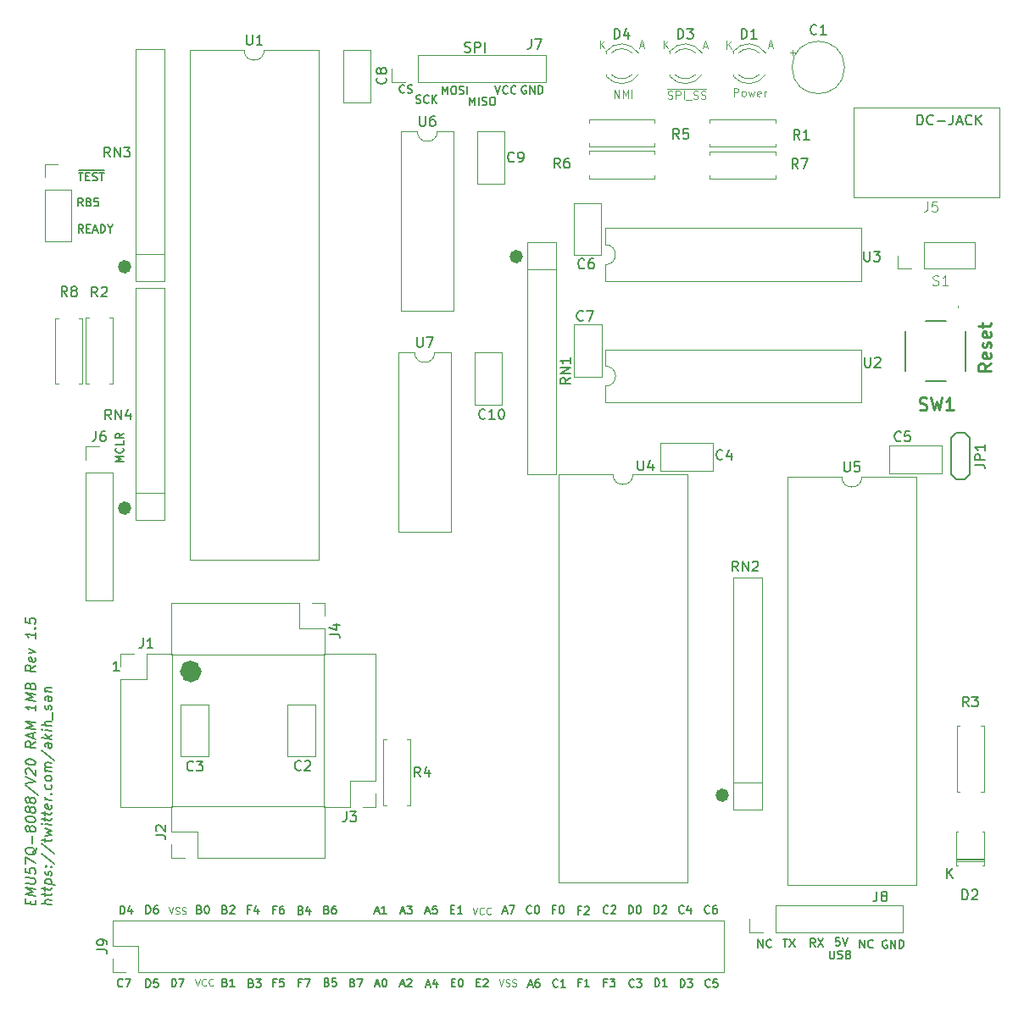
<source format=gto>
%TF.GenerationSoftware,KiCad,Pcbnew,7.0.8*%
%TF.CreationDate,2023-12-27T09:13:38+09:00*%
%TF.ProjectId,8088_RAM,38303838-5f52-4414-9d2e-6b696361645f,1.5*%
%TF.SameCoordinates,PX4c4b400PY8a48640*%
%TF.FileFunction,Legend,Top*%
%TF.FilePolarity,Positive*%
%FSLAX46Y46*%
G04 Gerber Fmt 4.6, Leading zero omitted, Abs format (unit mm)*
G04 Created by KiCad (PCBNEW 7.0.8) date 2023-12-27 09:13:38*
%MOMM*%
%LPD*%
G01*
G04 APERTURE LIST*
%ADD10C,0.667961*%
%ADD11C,1.075000*%
%ADD12C,0.150000*%
%ADD13C,0.125000*%
%ADD14C,0.100000*%
%ADD15C,0.254000*%
%ADD16C,0.120000*%
%ADD17C,0.200000*%
G04 APERTURE END LIST*
D10*
X11629980Y73770000D02*
G75*
G03*
X11629980Y73770000I-333980J0D01*
G01*
X71319980Y20938000D02*
G75*
G03*
X71319980Y20938000I-333980J0D01*
G01*
D11*
X18437500Y33310000D02*
G75*
G03*
X18437500Y33310000I-537500J0D01*
G01*
D10*
X50745980Y74786000D02*
G75*
G03*
X50745980Y74786000I-333980J0D01*
G01*
X11629980Y49640000D02*
G75*
G03*
X11629980Y49640000I-333980J0D01*
G01*
D12*
X11184295Y54289161D02*
X10384295Y54289161D01*
X10384295Y54289161D02*
X10955723Y54555827D01*
X10955723Y54555827D02*
X10384295Y54822494D01*
X10384295Y54822494D02*
X11184295Y54822494D01*
X11108104Y55660590D02*
X11146200Y55622494D01*
X11146200Y55622494D02*
X11184295Y55508209D01*
X11184295Y55508209D02*
X11184295Y55432018D01*
X11184295Y55432018D02*
X11146200Y55317732D01*
X11146200Y55317732D02*
X11070009Y55241542D01*
X11070009Y55241542D02*
X10993819Y55203447D01*
X10993819Y55203447D02*
X10841438Y55165351D01*
X10841438Y55165351D02*
X10727152Y55165351D01*
X10727152Y55165351D02*
X10574771Y55203447D01*
X10574771Y55203447D02*
X10498580Y55241542D01*
X10498580Y55241542D02*
X10422390Y55317732D01*
X10422390Y55317732D02*
X10384295Y55432018D01*
X10384295Y55432018D02*
X10384295Y55508209D01*
X10384295Y55508209D02*
X10422390Y55622494D01*
X10422390Y55622494D02*
X10460485Y55660590D01*
X11184295Y56384399D02*
X11184295Y56003447D01*
X11184295Y56003447D02*
X10384295Y56003447D01*
X11184295Y57108209D02*
X10803342Y56841542D01*
X11184295Y56651066D02*
X10384295Y56651066D01*
X10384295Y56651066D02*
X10384295Y56955828D01*
X10384295Y56955828D02*
X10422390Y57032018D01*
X10422390Y57032018D02*
X10460485Y57070113D01*
X10460485Y57070113D02*
X10536676Y57108209D01*
X10536676Y57108209D02*
X10650961Y57108209D01*
X10650961Y57108209D02*
X10727152Y57070113D01*
X10727152Y57070113D02*
X10765247Y57032018D01*
X10765247Y57032018D02*
X10803342Y56955828D01*
X10803342Y56955828D02*
X10803342Y56651066D01*
D13*
X75604616Y95862977D02*
X75985569Y95862977D01*
X75528426Y95634405D02*
X75795093Y96434405D01*
X75795093Y96434405D02*
X76061759Y95634405D01*
D12*
X34075826Y2204753D02*
X34190112Y2166658D01*
X34190112Y2166658D02*
X34228207Y2128562D01*
X34228207Y2128562D02*
X34266303Y2052372D01*
X34266303Y2052372D02*
X34266303Y1938086D01*
X34266303Y1938086D02*
X34228207Y1861896D01*
X34228207Y1861896D02*
X34190112Y1823800D01*
X34190112Y1823800D02*
X34113922Y1785705D01*
X34113922Y1785705D02*
X33809160Y1785705D01*
X33809160Y1785705D02*
X33809160Y2585705D01*
X33809160Y2585705D02*
X34075826Y2585705D01*
X34075826Y2585705D02*
X34152017Y2547610D01*
X34152017Y2547610D02*
X34190112Y2509515D01*
X34190112Y2509515D02*
X34228207Y2433324D01*
X34228207Y2433324D02*
X34228207Y2357134D01*
X34228207Y2357134D02*
X34190112Y2280943D01*
X34190112Y2280943D02*
X34152017Y2242848D01*
X34152017Y2242848D02*
X34075826Y2204753D01*
X34075826Y2204753D02*
X33809160Y2204753D01*
X34532969Y2585705D02*
X35066303Y2585705D01*
X35066303Y2585705D02*
X34723445Y1785705D01*
X7126303Y79825705D02*
X6859636Y80206658D01*
X6669160Y79825705D02*
X6669160Y80625705D01*
X6669160Y80625705D02*
X6973922Y80625705D01*
X6973922Y80625705D02*
X7050112Y80587610D01*
X7050112Y80587610D02*
X7088207Y80549515D01*
X7088207Y80549515D02*
X7126303Y80473324D01*
X7126303Y80473324D02*
X7126303Y80359039D01*
X7126303Y80359039D02*
X7088207Y80282848D01*
X7088207Y80282848D02*
X7050112Y80244753D01*
X7050112Y80244753D02*
X6973922Y80206658D01*
X6973922Y80206658D02*
X6669160Y80206658D01*
X7735826Y80244753D02*
X7850112Y80206658D01*
X7850112Y80206658D02*
X7888207Y80168562D01*
X7888207Y80168562D02*
X7926303Y80092372D01*
X7926303Y80092372D02*
X7926303Y79978086D01*
X7926303Y79978086D02*
X7888207Y79901896D01*
X7888207Y79901896D02*
X7850112Y79863800D01*
X7850112Y79863800D02*
X7773922Y79825705D01*
X7773922Y79825705D02*
X7469160Y79825705D01*
X7469160Y79825705D02*
X7469160Y80625705D01*
X7469160Y80625705D02*
X7735826Y80625705D01*
X7735826Y80625705D02*
X7812017Y80587610D01*
X7812017Y80587610D02*
X7850112Y80549515D01*
X7850112Y80549515D02*
X7888207Y80473324D01*
X7888207Y80473324D02*
X7888207Y80397134D01*
X7888207Y80397134D02*
X7850112Y80320943D01*
X7850112Y80320943D02*
X7812017Y80282848D01*
X7812017Y80282848D02*
X7735826Y80244753D01*
X7735826Y80244753D02*
X7469160Y80244753D01*
X8650112Y80625705D02*
X8269160Y80625705D01*
X8269160Y80625705D02*
X8231064Y80244753D01*
X8231064Y80244753D02*
X8269160Y80282848D01*
X8269160Y80282848D02*
X8345350Y80320943D01*
X8345350Y80320943D02*
X8535826Y80320943D01*
X8535826Y80320943D02*
X8612017Y80282848D01*
X8612017Y80282848D02*
X8650112Y80244753D01*
X8650112Y80244753D02*
X8688207Y80168562D01*
X8688207Y80168562D02*
X8688207Y79978086D01*
X8688207Y79978086D02*
X8650112Y79901896D01*
X8650112Y79901896D02*
X8612017Y79863800D01*
X8612017Y79863800D02*
X8535826Y79825705D01*
X8535826Y79825705D02*
X8345350Y79825705D01*
X8345350Y79825705D02*
X8269160Y79863800D01*
X8269160Y79863800D02*
X8231064Y79901896D01*
D13*
X65564016Y90574500D02*
X65678302Y90536405D01*
X65678302Y90536405D02*
X65868778Y90536405D01*
X65868778Y90536405D02*
X65944969Y90574500D01*
X65944969Y90574500D02*
X65983064Y90612596D01*
X65983064Y90612596D02*
X66021159Y90688786D01*
X66021159Y90688786D02*
X66021159Y90764977D01*
X66021159Y90764977D02*
X65983064Y90841167D01*
X65983064Y90841167D02*
X65944969Y90879262D01*
X65944969Y90879262D02*
X65868778Y90917358D01*
X65868778Y90917358D02*
X65716397Y90955453D01*
X65716397Y90955453D02*
X65640207Y90993548D01*
X65640207Y90993548D02*
X65602112Y91031643D01*
X65602112Y91031643D02*
X65564016Y91107834D01*
X65564016Y91107834D02*
X65564016Y91184024D01*
X65564016Y91184024D02*
X65602112Y91260215D01*
X65602112Y91260215D02*
X65640207Y91298310D01*
X65640207Y91298310D02*
X65716397Y91336405D01*
X65716397Y91336405D02*
X65906874Y91336405D01*
X65906874Y91336405D02*
X66021159Y91298310D01*
X66364017Y90536405D02*
X66364017Y91336405D01*
X66364017Y91336405D02*
X66668779Y91336405D01*
X66668779Y91336405D02*
X66744969Y91298310D01*
X66744969Y91298310D02*
X66783064Y91260215D01*
X66783064Y91260215D02*
X66821160Y91184024D01*
X66821160Y91184024D02*
X66821160Y91069739D01*
X66821160Y91069739D02*
X66783064Y90993548D01*
X66783064Y90993548D02*
X66744969Y90955453D01*
X66744969Y90955453D02*
X66668779Y90917358D01*
X66668779Y90917358D02*
X66364017Y90917358D01*
X67164017Y90536405D02*
X67164017Y91336405D01*
X67354493Y90460215D02*
X67964016Y90460215D01*
X68116397Y90574500D02*
X68230683Y90536405D01*
X68230683Y90536405D02*
X68421159Y90536405D01*
X68421159Y90536405D02*
X68497350Y90574500D01*
X68497350Y90574500D02*
X68535445Y90612596D01*
X68535445Y90612596D02*
X68573540Y90688786D01*
X68573540Y90688786D02*
X68573540Y90764977D01*
X68573540Y90764977D02*
X68535445Y90841167D01*
X68535445Y90841167D02*
X68497350Y90879262D01*
X68497350Y90879262D02*
X68421159Y90917358D01*
X68421159Y90917358D02*
X68268778Y90955453D01*
X68268778Y90955453D02*
X68192588Y90993548D01*
X68192588Y90993548D02*
X68154493Y91031643D01*
X68154493Y91031643D02*
X68116397Y91107834D01*
X68116397Y91107834D02*
X68116397Y91184024D01*
X68116397Y91184024D02*
X68154493Y91260215D01*
X68154493Y91260215D02*
X68192588Y91298310D01*
X68192588Y91298310D02*
X68268778Y91336405D01*
X68268778Y91336405D02*
X68459255Y91336405D01*
X68459255Y91336405D02*
X68573540Y91298310D01*
X68878302Y90574500D02*
X68992588Y90536405D01*
X68992588Y90536405D02*
X69183064Y90536405D01*
X69183064Y90536405D02*
X69259255Y90574500D01*
X69259255Y90574500D02*
X69297350Y90612596D01*
X69297350Y90612596D02*
X69335445Y90688786D01*
X69335445Y90688786D02*
X69335445Y90764977D01*
X69335445Y90764977D02*
X69297350Y90841167D01*
X69297350Y90841167D02*
X69259255Y90879262D01*
X69259255Y90879262D02*
X69183064Y90917358D01*
X69183064Y90917358D02*
X69030683Y90955453D01*
X69030683Y90955453D02*
X68954493Y90993548D01*
X68954493Y90993548D02*
X68916398Y91031643D01*
X68916398Y91031643D02*
X68878302Y91107834D01*
X68878302Y91107834D02*
X68878302Y91184024D01*
X68878302Y91184024D02*
X68916398Y91260215D01*
X68916398Y91260215D02*
X68954493Y91298310D01*
X68954493Y91298310D02*
X69030683Y91336405D01*
X69030683Y91336405D02*
X69221160Y91336405D01*
X69221160Y91336405D02*
X69335445Y91298310D01*
X65491636Y91558500D02*
X69407827Y91558500D01*
D12*
X49081064Y9324277D02*
X49462017Y9324277D01*
X49004874Y9095705D02*
X49271541Y9895705D01*
X49271541Y9895705D02*
X49538207Y9095705D01*
X49728683Y9895705D02*
X50262017Y9895705D01*
X50262017Y9895705D02*
X49919159Y9095705D01*
X13449160Y9095705D02*
X13449160Y9895705D01*
X13449160Y9895705D02*
X13639636Y9895705D01*
X13639636Y9895705D02*
X13753922Y9857610D01*
X13753922Y9857610D02*
X13830112Y9781420D01*
X13830112Y9781420D02*
X13868207Y9705229D01*
X13868207Y9705229D02*
X13906303Y9552848D01*
X13906303Y9552848D02*
X13906303Y9438562D01*
X13906303Y9438562D02*
X13868207Y9286181D01*
X13868207Y9286181D02*
X13830112Y9209991D01*
X13830112Y9209991D02*
X13753922Y9133800D01*
X13753922Y9133800D02*
X13639636Y9095705D01*
X13639636Y9095705D02*
X13449160Y9095705D01*
X14592017Y9895705D02*
X14439636Y9895705D01*
X14439636Y9895705D02*
X14363445Y9857610D01*
X14363445Y9857610D02*
X14325350Y9819515D01*
X14325350Y9819515D02*
X14249160Y9705229D01*
X14249160Y9705229D02*
X14211064Y9552848D01*
X14211064Y9552848D02*
X14211064Y9248086D01*
X14211064Y9248086D02*
X14249160Y9171896D01*
X14249160Y9171896D02*
X14287255Y9133800D01*
X14287255Y9133800D02*
X14363445Y9095705D01*
X14363445Y9095705D02*
X14515826Y9095705D01*
X14515826Y9095705D02*
X14592017Y9133800D01*
X14592017Y9133800D02*
X14630112Y9171896D01*
X14630112Y9171896D02*
X14668207Y9248086D01*
X14668207Y9248086D02*
X14668207Y9438562D01*
X14668207Y9438562D02*
X14630112Y9514753D01*
X14630112Y9514753D02*
X14592017Y9552848D01*
X14592017Y9552848D02*
X14515826Y9590943D01*
X14515826Y9590943D02*
X14363445Y9590943D01*
X14363445Y9590943D02*
X14287255Y9552848D01*
X14287255Y9552848D02*
X14249160Y9514753D01*
X14249160Y9514753D02*
X14211064Y9438562D01*
D13*
X69094616Y95812977D02*
X69475569Y95812977D01*
X69018426Y95584405D02*
X69285093Y96384405D01*
X69285093Y96384405D02*
X69551759Y95584405D01*
D12*
X54576303Y1831896D02*
X54538207Y1793800D01*
X54538207Y1793800D02*
X54423922Y1755705D01*
X54423922Y1755705D02*
X54347731Y1755705D01*
X54347731Y1755705D02*
X54233445Y1793800D01*
X54233445Y1793800D02*
X54157255Y1869991D01*
X54157255Y1869991D02*
X54119160Y1946181D01*
X54119160Y1946181D02*
X54081064Y2098562D01*
X54081064Y2098562D02*
X54081064Y2212848D01*
X54081064Y2212848D02*
X54119160Y2365229D01*
X54119160Y2365229D02*
X54157255Y2441420D01*
X54157255Y2441420D02*
X54233445Y2517610D01*
X54233445Y2517610D02*
X54347731Y2555705D01*
X54347731Y2555705D02*
X54423922Y2555705D01*
X54423922Y2555705D02*
X54538207Y2517610D01*
X54538207Y2517610D02*
X54576303Y2479515D01*
X55338207Y1755705D02*
X54881064Y1755705D01*
X55109636Y1755705D02*
X55109636Y2555705D01*
X55109636Y2555705D02*
X55033445Y2441420D01*
X55033445Y2441420D02*
X54957255Y2365229D01*
X54957255Y2365229D02*
X54881064Y2327134D01*
X10869160Y9055705D02*
X10869160Y9855705D01*
X10869160Y9855705D02*
X11059636Y9855705D01*
X11059636Y9855705D02*
X11173922Y9817610D01*
X11173922Y9817610D02*
X11250112Y9741420D01*
X11250112Y9741420D02*
X11288207Y9665229D01*
X11288207Y9665229D02*
X11326303Y9512848D01*
X11326303Y9512848D02*
X11326303Y9398562D01*
X11326303Y9398562D02*
X11288207Y9246181D01*
X11288207Y9246181D02*
X11250112Y9169991D01*
X11250112Y9169991D02*
X11173922Y9093800D01*
X11173922Y9093800D02*
X11059636Y9055705D01*
X11059636Y9055705D02*
X10869160Y9055705D01*
X12012017Y9589039D02*
X12012017Y9055705D01*
X11821541Y9893800D02*
X11631064Y9322372D01*
X11631064Y9322372D02*
X12126303Y9322372D01*
X45278160Y95267800D02*
X45421017Y95220181D01*
X45421017Y95220181D02*
X45659112Y95220181D01*
X45659112Y95220181D02*
X45754350Y95267800D01*
X45754350Y95267800D02*
X45801969Y95315420D01*
X45801969Y95315420D02*
X45849588Y95410658D01*
X45849588Y95410658D02*
X45849588Y95505896D01*
X45849588Y95505896D02*
X45801969Y95601134D01*
X45801969Y95601134D02*
X45754350Y95648753D01*
X45754350Y95648753D02*
X45659112Y95696372D01*
X45659112Y95696372D02*
X45468636Y95743991D01*
X45468636Y95743991D02*
X45373398Y95791610D01*
X45373398Y95791610D02*
X45325779Y95839229D01*
X45325779Y95839229D02*
X45278160Y95934467D01*
X45278160Y95934467D02*
X45278160Y96029705D01*
X45278160Y96029705D02*
X45325779Y96124943D01*
X45325779Y96124943D02*
X45373398Y96172562D01*
X45373398Y96172562D02*
X45468636Y96220181D01*
X45468636Y96220181D02*
X45706731Y96220181D01*
X45706731Y96220181D02*
X45849588Y96172562D01*
X46278160Y95220181D02*
X46278160Y96220181D01*
X46278160Y96220181D02*
X46659112Y96220181D01*
X46659112Y96220181D02*
X46754350Y96172562D01*
X46754350Y96172562D02*
X46801969Y96124943D01*
X46801969Y96124943D02*
X46849588Y96029705D01*
X46849588Y96029705D02*
X46849588Y95886848D01*
X46849588Y95886848D02*
X46801969Y95791610D01*
X46801969Y95791610D02*
X46754350Y95743991D01*
X46754350Y95743991D02*
X46659112Y95696372D01*
X46659112Y95696372D02*
X46278160Y95696372D01*
X47278160Y95220181D02*
X47278160Y96220181D01*
X48311792Y91846105D02*
X48578459Y91046105D01*
X48578459Y91046105D02*
X48845125Y91846105D01*
X49568935Y91122296D02*
X49530839Y91084200D01*
X49530839Y91084200D02*
X49416554Y91046105D01*
X49416554Y91046105D02*
X49340363Y91046105D01*
X49340363Y91046105D02*
X49226077Y91084200D01*
X49226077Y91084200D02*
X49149887Y91160391D01*
X49149887Y91160391D02*
X49111792Y91236581D01*
X49111792Y91236581D02*
X49073696Y91388962D01*
X49073696Y91388962D02*
X49073696Y91503248D01*
X49073696Y91503248D02*
X49111792Y91655629D01*
X49111792Y91655629D02*
X49149887Y91731820D01*
X49149887Y91731820D02*
X49226077Y91808010D01*
X49226077Y91808010D02*
X49340363Y91846105D01*
X49340363Y91846105D02*
X49416554Y91846105D01*
X49416554Y91846105D02*
X49530839Y91808010D01*
X49530839Y91808010D02*
X49568935Y91769915D01*
X50368935Y91122296D02*
X50330839Y91084200D01*
X50330839Y91084200D02*
X50216554Y91046105D01*
X50216554Y91046105D02*
X50140363Y91046105D01*
X50140363Y91046105D02*
X50026077Y91084200D01*
X50026077Y91084200D02*
X49949887Y91160391D01*
X49949887Y91160391D02*
X49911792Y91236581D01*
X49911792Y91236581D02*
X49873696Y91388962D01*
X49873696Y91388962D02*
X49873696Y91503248D01*
X49873696Y91503248D02*
X49911792Y91655629D01*
X49911792Y91655629D02*
X49949887Y91731820D01*
X49949887Y91731820D02*
X50026077Y91808010D01*
X50026077Y91808010D02*
X50140363Y91846105D01*
X50140363Y91846105D02*
X50216554Y91846105D01*
X50216554Y91846105D02*
X50330839Y91808010D01*
X50330839Y91808010D02*
X50368935Y91769915D01*
D13*
X60217112Y90636405D02*
X60217112Y91436405D01*
X60217112Y91436405D02*
X60674255Y90636405D01*
X60674255Y90636405D02*
X60674255Y91436405D01*
X61055207Y90636405D02*
X61055207Y91436405D01*
X61055207Y91436405D02*
X61321873Y90864977D01*
X61321873Y90864977D02*
X61588540Y91436405D01*
X61588540Y91436405D02*
X61588540Y90636405D01*
X61969493Y90636405D02*
X61969493Y91436405D01*
D12*
X67136303Y9191896D02*
X67098207Y9153800D01*
X67098207Y9153800D02*
X66983922Y9115705D01*
X66983922Y9115705D02*
X66907731Y9115705D01*
X66907731Y9115705D02*
X66793445Y9153800D01*
X66793445Y9153800D02*
X66717255Y9229991D01*
X66717255Y9229991D02*
X66679160Y9306181D01*
X66679160Y9306181D02*
X66641064Y9458562D01*
X66641064Y9458562D02*
X66641064Y9572848D01*
X66641064Y9572848D02*
X66679160Y9725229D01*
X66679160Y9725229D02*
X66717255Y9801420D01*
X66717255Y9801420D02*
X66793445Y9877610D01*
X66793445Y9877610D02*
X66907731Y9915705D01*
X66907731Y9915705D02*
X66983922Y9915705D01*
X66983922Y9915705D02*
X67098207Y9877610D01*
X67098207Y9877610D02*
X67136303Y9839515D01*
X67822017Y9649039D02*
X67822017Y9115705D01*
X67631541Y9953800D02*
X67441064Y9382372D01*
X67441064Y9382372D02*
X67936303Y9382372D01*
X80266303Y5795705D02*
X79999636Y6176658D01*
X79809160Y5795705D02*
X79809160Y6595705D01*
X79809160Y6595705D02*
X80113922Y6595705D01*
X80113922Y6595705D02*
X80190112Y6557610D01*
X80190112Y6557610D02*
X80228207Y6519515D01*
X80228207Y6519515D02*
X80266303Y6443324D01*
X80266303Y6443324D02*
X80266303Y6329039D01*
X80266303Y6329039D02*
X80228207Y6252848D01*
X80228207Y6252848D02*
X80190112Y6214753D01*
X80190112Y6214753D02*
X80113922Y6176658D01*
X80113922Y6176658D02*
X79809160Y6176658D01*
X80532969Y6595705D02*
X81066303Y5795705D01*
X81066303Y6595705D02*
X80532969Y5795705D01*
X43939160Y2194753D02*
X44205826Y2194753D01*
X44320112Y1775705D02*
X43939160Y1775705D01*
X43939160Y1775705D02*
X43939160Y2575705D01*
X43939160Y2575705D02*
X44320112Y2575705D01*
X44815351Y2575705D02*
X44891541Y2575705D01*
X44891541Y2575705D02*
X44967732Y2537610D01*
X44967732Y2537610D02*
X45005827Y2499515D01*
X45005827Y2499515D02*
X45043922Y2423324D01*
X45043922Y2423324D02*
X45082017Y2270943D01*
X45082017Y2270943D02*
X45082017Y2080467D01*
X45082017Y2080467D02*
X45043922Y1928086D01*
X45043922Y1928086D02*
X45005827Y1851896D01*
X45005827Y1851896D02*
X44967732Y1813800D01*
X44967732Y1813800D02*
X44891541Y1775705D01*
X44891541Y1775705D02*
X44815351Y1775705D01*
X44815351Y1775705D02*
X44739160Y1813800D01*
X44739160Y1813800D02*
X44701065Y1851896D01*
X44701065Y1851896D02*
X44662970Y1928086D01*
X44662970Y1928086D02*
X44624874Y2080467D01*
X44624874Y2080467D02*
X44624874Y2270943D01*
X44624874Y2270943D02*
X44662970Y2423324D01*
X44662970Y2423324D02*
X44701065Y2499515D01*
X44701065Y2499515D02*
X44739160Y2537610D01*
X44739160Y2537610D02*
X44815351Y2575705D01*
X23845826Y9514753D02*
X23579160Y9514753D01*
X23579160Y9095705D02*
X23579160Y9895705D01*
X23579160Y9895705D02*
X23960112Y9895705D01*
X24607731Y9629039D02*
X24607731Y9095705D01*
X24417255Y9933800D02*
X24226778Y9362372D01*
X24226778Y9362372D02*
X24722017Y9362372D01*
X13439160Y1755705D02*
X13439160Y2555705D01*
X13439160Y2555705D02*
X13629636Y2555705D01*
X13629636Y2555705D02*
X13743922Y2517610D01*
X13743922Y2517610D02*
X13820112Y2441420D01*
X13820112Y2441420D02*
X13858207Y2365229D01*
X13858207Y2365229D02*
X13896303Y2212848D01*
X13896303Y2212848D02*
X13896303Y2098562D01*
X13896303Y2098562D02*
X13858207Y1946181D01*
X13858207Y1946181D02*
X13820112Y1869991D01*
X13820112Y1869991D02*
X13743922Y1793800D01*
X13743922Y1793800D02*
X13629636Y1755705D01*
X13629636Y1755705D02*
X13439160Y1755705D01*
X14620112Y2555705D02*
X14239160Y2555705D01*
X14239160Y2555705D02*
X14201064Y2174753D01*
X14201064Y2174753D02*
X14239160Y2212848D01*
X14239160Y2212848D02*
X14315350Y2250943D01*
X14315350Y2250943D02*
X14505826Y2250943D01*
X14505826Y2250943D02*
X14582017Y2212848D01*
X14582017Y2212848D02*
X14620112Y2174753D01*
X14620112Y2174753D02*
X14658207Y2098562D01*
X14658207Y2098562D02*
X14658207Y1908086D01*
X14658207Y1908086D02*
X14620112Y1831896D01*
X14620112Y1831896D02*
X14582017Y1793800D01*
X14582017Y1793800D02*
X14505826Y1755705D01*
X14505826Y1755705D02*
X14315350Y1755705D01*
X14315350Y1755705D02*
X14239160Y1793800D01*
X14239160Y1793800D02*
X14201064Y1831896D01*
X11086303Y1861896D02*
X11048207Y1823800D01*
X11048207Y1823800D02*
X10933922Y1785705D01*
X10933922Y1785705D02*
X10857731Y1785705D01*
X10857731Y1785705D02*
X10743445Y1823800D01*
X10743445Y1823800D02*
X10667255Y1899991D01*
X10667255Y1899991D02*
X10629160Y1976181D01*
X10629160Y1976181D02*
X10591064Y2128562D01*
X10591064Y2128562D02*
X10591064Y2242848D01*
X10591064Y2242848D02*
X10629160Y2395229D01*
X10629160Y2395229D02*
X10667255Y2471420D01*
X10667255Y2471420D02*
X10743445Y2547610D01*
X10743445Y2547610D02*
X10857731Y2585705D01*
X10857731Y2585705D02*
X10933922Y2585705D01*
X10933922Y2585705D02*
X11048207Y2547610D01*
X11048207Y2547610D02*
X11086303Y2509515D01*
X11352969Y2585705D02*
X11886303Y2585705D01*
X11886303Y2585705D02*
X11543445Y1785705D01*
D14*
X46071855Y9712867D02*
X46305189Y9012867D01*
X46305189Y9012867D02*
X46538522Y9712867D01*
X47171855Y9079534D02*
X47138522Y9046200D01*
X47138522Y9046200D02*
X47038522Y9012867D01*
X47038522Y9012867D02*
X46971855Y9012867D01*
X46971855Y9012867D02*
X46871855Y9046200D01*
X46871855Y9046200D02*
X46805189Y9112867D01*
X46805189Y9112867D02*
X46771855Y9179534D01*
X46771855Y9179534D02*
X46738522Y9312867D01*
X46738522Y9312867D02*
X46738522Y9412867D01*
X46738522Y9412867D02*
X46771855Y9546200D01*
X46771855Y9546200D02*
X46805189Y9612867D01*
X46805189Y9612867D02*
X46871855Y9679534D01*
X46871855Y9679534D02*
X46971855Y9712867D01*
X46971855Y9712867D02*
X47038522Y9712867D01*
X47038522Y9712867D02*
X47138522Y9679534D01*
X47138522Y9679534D02*
X47171855Y9646200D01*
X47871855Y9079534D02*
X47838522Y9046200D01*
X47838522Y9046200D02*
X47738522Y9012867D01*
X47738522Y9012867D02*
X47671855Y9012867D01*
X47671855Y9012867D02*
X47571855Y9046200D01*
X47571855Y9046200D02*
X47505189Y9112867D01*
X47505189Y9112867D02*
X47471855Y9179534D01*
X47471855Y9179534D02*
X47438522Y9312867D01*
X47438522Y9312867D02*
X47438522Y9412867D01*
X47438522Y9412867D02*
X47471855Y9546200D01*
X47471855Y9546200D02*
X47505189Y9612867D01*
X47505189Y9612867D02*
X47571855Y9679534D01*
X47571855Y9679534D02*
X47671855Y9712867D01*
X47671855Y9712867D02*
X47738522Y9712867D01*
X47738522Y9712867D02*
X47838522Y9679534D01*
X47838522Y9679534D02*
X47871855Y9646200D01*
D12*
X31505826Y2224753D02*
X31620112Y2186658D01*
X31620112Y2186658D02*
X31658207Y2148562D01*
X31658207Y2148562D02*
X31696303Y2072372D01*
X31696303Y2072372D02*
X31696303Y1958086D01*
X31696303Y1958086D02*
X31658207Y1881896D01*
X31658207Y1881896D02*
X31620112Y1843800D01*
X31620112Y1843800D02*
X31543922Y1805705D01*
X31543922Y1805705D02*
X31239160Y1805705D01*
X31239160Y1805705D02*
X31239160Y2605705D01*
X31239160Y2605705D02*
X31505826Y2605705D01*
X31505826Y2605705D02*
X31582017Y2567610D01*
X31582017Y2567610D02*
X31620112Y2529515D01*
X31620112Y2529515D02*
X31658207Y2453324D01*
X31658207Y2453324D02*
X31658207Y2377134D01*
X31658207Y2377134D02*
X31620112Y2300943D01*
X31620112Y2300943D02*
X31582017Y2262848D01*
X31582017Y2262848D02*
X31505826Y2224753D01*
X31505826Y2224753D02*
X31239160Y2224753D01*
X32420112Y2605705D02*
X32039160Y2605705D01*
X32039160Y2605705D02*
X32001064Y2224753D01*
X32001064Y2224753D02*
X32039160Y2262848D01*
X32039160Y2262848D02*
X32115350Y2300943D01*
X32115350Y2300943D02*
X32305826Y2300943D01*
X32305826Y2300943D02*
X32382017Y2262848D01*
X32382017Y2262848D02*
X32420112Y2224753D01*
X32420112Y2224753D02*
X32458207Y2148562D01*
X32458207Y2148562D02*
X32458207Y1958086D01*
X32458207Y1958086D02*
X32420112Y1881896D01*
X32420112Y1881896D02*
X32382017Y1843800D01*
X32382017Y1843800D02*
X32305826Y1805705D01*
X32305826Y1805705D02*
X32115350Y1805705D01*
X32115350Y1805705D02*
X32039160Y1843800D01*
X32039160Y1843800D02*
X32001064Y1881896D01*
X28895226Y9456753D02*
X29009512Y9418658D01*
X29009512Y9418658D02*
X29047607Y9380562D01*
X29047607Y9380562D02*
X29085703Y9304372D01*
X29085703Y9304372D02*
X29085703Y9190086D01*
X29085703Y9190086D02*
X29047607Y9113896D01*
X29047607Y9113896D02*
X29009512Y9075800D01*
X29009512Y9075800D02*
X28933322Y9037705D01*
X28933322Y9037705D02*
X28628560Y9037705D01*
X28628560Y9037705D02*
X28628560Y9837705D01*
X28628560Y9837705D02*
X28895226Y9837705D01*
X28895226Y9837705D02*
X28971417Y9799610D01*
X28971417Y9799610D02*
X29009512Y9761515D01*
X29009512Y9761515D02*
X29047607Y9685324D01*
X29047607Y9685324D02*
X29047607Y9609134D01*
X29047607Y9609134D02*
X29009512Y9532943D01*
X29009512Y9532943D02*
X28971417Y9494848D01*
X28971417Y9494848D02*
X28895226Y9456753D01*
X28895226Y9456753D02*
X28628560Y9456753D01*
X29771417Y9571039D02*
X29771417Y9037705D01*
X29580941Y9875800D02*
X29390464Y9304372D01*
X29390464Y9304372D02*
X29885703Y9304372D01*
X46449160Y2194753D02*
X46715826Y2194753D01*
X46830112Y1775705D02*
X46449160Y1775705D01*
X46449160Y1775705D02*
X46449160Y2575705D01*
X46449160Y2575705D02*
X46830112Y2575705D01*
X47134874Y2499515D02*
X47172970Y2537610D01*
X47172970Y2537610D02*
X47249160Y2575705D01*
X47249160Y2575705D02*
X47439636Y2575705D01*
X47439636Y2575705D02*
X47515827Y2537610D01*
X47515827Y2537610D02*
X47553922Y2499515D01*
X47553922Y2499515D02*
X47592017Y2423324D01*
X47592017Y2423324D02*
X47592017Y2347134D01*
X47592017Y2347134D02*
X47553922Y2232848D01*
X47553922Y2232848D02*
X47096779Y1775705D01*
X47096779Y1775705D02*
X47592017Y1775705D01*
X38861064Y9304277D02*
X39242017Y9304277D01*
X38784874Y9075705D02*
X39051541Y9875705D01*
X39051541Y9875705D02*
X39318207Y9075705D01*
X39508683Y9875705D02*
X40003921Y9875705D01*
X40003921Y9875705D02*
X39737255Y9570943D01*
X39737255Y9570943D02*
X39851540Y9570943D01*
X39851540Y9570943D02*
X39927731Y9532848D01*
X39927731Y9532848D02*
X39965826Y9494753D01*
X39965826Y9494753D02*
X40003921Y9418562D01*
X40003921Y9418562D02*
X40003921Y9228086D01*
X40003921Y9228086D02*
X39965826Y9151896D01*
X39965826Y9151896D02*
X39927731Y9113800D01*
X39927731Y9113800D02*
X39851540Y9075705D01*
X39851540Y9075705D02*
X39622969Y9075705D01*
X39622969Y9075705D02*
X39546778Y9113800D01*
X39546778Y9113800D02*
X39508683Y9151896D01*
X69716303Y9191896D02*
X69678207Y9153800D01*
X69678207Y9153800D02*
X69563922Y9115705D01*
X69563922Y9115705D02*
X69487731Y9115705D01*
X69487731Y9115705D02*
X69373445Y9153800D01*
X69373445Y9153800D02*
X69297255Y9229991D01*
X69297255Y9229991D02*
X69259160Y9306181D01*
X69259160Y9306181D02*
X69221064Y9458562D01*
X69221064Y9458562D02*
X69221064Y9572848D01*
X69221064Y9572848D02*
X69259160Y9725229D01*
X69259160Y9725229D02*
X69297255Y9801420D01*
X69297255Y9801420D02*
X69373445Y9877610D01*
X69373445Y9877610D02*
X69487731Y9915705D01*
X69487731Y9915705D02*
X69563922Y9915705D01*
X69563922Y9915705D02*
X69678207Y9877610D01*
X69678207Y9877610D02*
X69716303Y9839515D01*
X70402017Y9915705D02*
X70249636Y9915705D01*
X70249636Y9915705D02*
X70173445Y9877610D01*
X70173445Y9877610D02*
X70135350Y9839515D01*
X70135350Y9839515D02*
X70059160Y9725229D01*
X70059160Y9725229D02*
X70021064Y9572848D01*
X70021064Y9572848D02*
X70021064Y9268086D01*
X70021064Y9268086D02*
X70059160Y9191896D01*
X70059160Y9191896D02*
X70097255Y9153800D01*
X70097255Y9153800D02*
X70173445Y9115705D01*
X70173445Y9115705D02*
X70325826Y9115705D01*
X70325826Y9115705D02*
X70402017Y9153800D01*
X70402017Y9153800D02*
X70440112Y9191896D01*
X70440112Y9191896D02*
X70478207Y9268086D01*
X70478207Y9268086D02*
X70478207Y9458562D01*
X70478207Y9458562D02*
X70440112Y9534753D01*
X70440112Y9534753D02*
X70402017Y9572848D01*
X70402017Y9572848D02*
X70325826Y9610943D01*
X70325826Y9610943D02*
X70173445Y9610943D01*
X70173445Y9610943D02*
X70097255Y9572848D01*
X70097255Y9572848D02*
X70059160Y9534753D01*
X70059160Y9534753D02*
X70021064Y9458562D01*
X6684874Y83175705D02*
X7142017Y83175705D01*
X6913445Y82375705D02*
X6913445Y83175705D01*
X7408684Y82794753D02*
X7675350Y82794753D01*
X7789636Y82375705D02*
X7408684Y82375705D01*
X7408684Y82375705D02*
X7408684Y83175705D01*
X7408684Y83175705D02*
X7789636Y83175705D01*
X8094398Y82413800D02*
X8208684Y82375705D01*
X8208684Y82375705D02*
X8399160Y82375705D01*
X8399160Y82375705D02*
X8475351Y82413800D01*
X8475351Y82413800D02*
X8513446Y82451896D01*
X8513446Y82451896D02*
X8551541Y82528086D01*
X8551541Y82528086D02*
X8551541Y82604277D01*
X8551541Y82604277D02*
X8513446Y82680467D01*
X8513446Y82680467D02*
X8475351Y82718562D01*
X8475351Y82718562D02*
X8399160Y82756658D01*
X8399160Y82756658D02*
X8246779Y82794753D01*
X8246779Y82794753D02*
X8170589Y82832848D01*
X8170589Y82832848D02*
X8132494Y82870943D01*
X8132494Y82870943D02*
X8094398Y82947134D01*
X8094398Y82947134D02*
X8094398Y83023324D01*
X8094398Y83023324D02*
X8132494Y83099515D01*
X8132494Y83099515D02*
X8170589Y83137610D01*
X8170589Y83137610D02*
X8246779Y83175705D01*
X8246779Y83175705D02*
X8437256Y83175705D01*
X8437256Y83175705D02*
X8551541Y83137610D01*
X8780113Y83175705D02*
X9237256Y83175705D01*
X9008684Y82375705D02*
X9008684Y83175705D01*
X6688684Y83397800D02*
X9233447Y83397800D01*
X23935826Y2174753D02*
X24050112Y2136658D01*
X24050112Y2136658D02*
X24088207Y2098562D01*
X24088207Y2098562D02*
X24126303Y2022372D01*
X24126303Y2022372D02*
X24126303Y1908086D01*
X24126303Y1908086D02*
X24088207Y1831896D01*
X24088207Y1831896D02*
X24050112Y1793800D01*
X24050112Y1793800D02*
X23973922Y1755705D01*
X23973922Y1755705D02*
X23669160Y1755705D01*
X23669160Y1755705D02*
X23669160Y2555705D01*
X23669160Y2555705D02*
X23935826Y2555705D01*
X23935826Y2555705D02*
X24012017Y2517610D01*
X24012017Y2517610D02*
X24050112Y2479515D01*
X24050112Y2479515D02*
X24088207Y2403324D01*
X24088207Y2403324D02*
X24088207Y2327134D01*
X24088207Y2327134D02*
X24050112Y2250943D01*
X24050112Y2250943D02*
X24012017Y2212848D01*
X24012017Y2212848D02*
X23935826Y2174753D01*
X23935826Y2174753D02*
X23669160Y2174753D01*
X24392969Y2555705D02*
X24888207Y2555705D01*
X24888207Y2555705D02*
X24621541Y2250943D01*
X24621541Y2250943D02*
X24735826Y2250943D01*
X24735826Y2250943D02*
X24812017Y2212848D01*
X24812017Y2212848D02*
X24850112Y2174753D01*
X24850112Y2174753D02*
X24888207Y2098562D01*
X24888207Y2098562D02*
X24888207Y1908086D01*
X24888207Y1908086D02*
X24850112Y1831896D01*
X24850112Y1831896D02*
X24812017Y1793800D01*
X24812017Y1793800D02*
X24735826Y1755705D01*
X24735826Y1755705D02*
X24507255Y1755705D01*
X24507255Y1755705D02*
X24431064Y1793800D01*
X24431064Y1793800D02*
X24392969Y1831896D01*
X43025554Y91035705D02*
X43025554Y91835705D01*
X43025554Y91835705D02*
X43292220Y91264277D01*
X43292220Y91264277D02*
X43558887Y91835705D01*
X43558887Y91835705D02*
X43558887Y91035705D01*
X44092221Y91835705D02*
X44244602Y91835705D01*
X44244602Y91835705D02*
X44320792Y91797610D01*
X44320792Y91797610D02*
X44396983Y91721420D01*
X44396983Y91721420D02*
X44435078Y91569039D01*
X44435078Y91569039D02*
X44435078Y91302372D01*
X44435078Y91302372D02*
X44396983Y91149991D01*
X44396983Y91149991D02*
X44320792Y91073800D01*
X44320792Y91073800D02*
X44244602Y91035705D01*
X44244602Y91035705D02*
X44092221Y91035705D01*
X44092221Y91035705D02*
X44016030Y91073800D01*
X44016030Y91073800D02*
X43939840Y91149991D01*
X43939840Y91149991D02*
X43901744Y91302372D01*
X43901744Y91302372D02*
X43901744Y91569039D01*
X43901744Y91569039D02*
X43939840Y91721420D01*
X43939840Y91721420D02*
X44016030Y91797610D01*
X44016030Y91797610D02*
X44092221Y91835705D01*
X44739839Y91073800D02*
X44854125Y91035705D01*
X44854125Y91035705D02*
X45044601Y91035705D01*
X45044601Y91035705D02*
X45120792Y91073800D01*
X45120792Y91073800D02*
X45158887Y91111896D01*
X45158887Y91111896D02*
X45196982Y91188086D01*
X45196982Y91188086D02*
X45196982Y91264277D01*
X45196982Y91264277D02*
X45158887Y91340467D01*
X45158887Y91340467D02*
X45120792Y91378562D01*
X45120792Y91378562D02*
X45044601Y91416658D01*
X45044601Y91416658D02*
X44892220Y91454753D01*
X44892220Y91454753D02*
X44816030Y91492848D01*
X44816030Y91492848D02*
X44777935Y91530943D01*
X44777935Y91530943D02*
X44739839Y91607134D01*
X44739839Y91607134D02*
X44739839Y91683324D01*
X44739839Y91683324D02*
X44777935Y91759515D01*
X44777935Y91759515D02*
X44816030Y91797610D01*
X44816030Y91797610D02*
X44892220Y91835705D01*
X44892220Y91835705D02*
X45082697Y91835705D01*
X45082697Y91835705D02*
X45196982Y91797610D01*
X45539840Y91035705D02*
X45539840Y91835705D01*
X26405826Y2204753D02*
X26139160Y2204753D01*
X26139160Y1785705D02*
X26139160Y2585705D01*
X26139160Y2585705D02*
X26520112Y2585705D01*
X27205826Y2585705D02*
X26824874Y2585705D01*
X26824874Y2585705D02*
X26786778Y2204753D01*
X26786778Y2204753D02*
X26824874Y2242848D01*
X26824874Y2242848D02*
X26901064Y2280943D01*
X26901064Y2280943D02*
X27091540Y2280943D01*
X27091540Y2280943D02*
X27167731Y2242848D01*
X27167731Y2242848D02*
X27205826Y2204753D01*
X27205826Y2204753D02*
X27243921Y2128562D01*
X27243921Y2128562D02*
X27243921Y1938086D01*
X27243921Y1938086D02*
X27205826Y1861896D01*
X27205826Y1861896D02*
X27167731Y1823800D01*
X27167731Y1823800D02*
X27091540Y1785705D01*
X27091540Y1785705D02*
X26901064Y1785705D01*
X26901064Y1785705D02*
X26824874Y1823800D01*
X26824874Y1823800D02*
X26786778Y1861896D01*
D13*
X72152712Y90794405D02*
X72152712Y91594405D01*
X72152712Y91594405D02*
X72457474Y91594405D01*
X72457474Y91594405D02*
X72533664Y91556310D01*
X72533664Y91556310D02*
X72571759Y91518215D01*
X72571759Y91518215D02*
X72609855Y91442024D01*
X72609855Y91442024D02*
X72609855Y91327739D01*
X72609855Y91327739D02*
X72571759Y91251548D01*
X72571759Y91251548D02*
X72533664Y91213453D01*
X72533664Y91213453D02*
X72457474Y91175358D01*
X72457474Y91175358D02*
X72152712Y91175358D01*
X73066997Y90794405D02*
X72990807Y90832500D01*
X72990807Y90832500D02*
X72952712Y90870596D01*
X72952712Y90870596D02*
X72914616Y90946786D01*
X72914616Y90946786D02*
X72914616Y91175358D01*
X72914616Y91175358D02*
X72952712Y91251548D01*
X72952712Y91251548D02*
X72990807Y91289643D01*
X72990807Y91289643D02*
X73066997Y91327739D01*
X73066997Y91327739D02*
X73181283Y91327739D01*
X73181283Y91327739D02*
X73257474Y91289643D01*
X73257474Y91289643D02*
X73295569Y91251548D01*
X73295569Y91251548D02*
X73333664Y91175358D01*
X73333664Y91175358D02*
X73333664Y90946786D01*
X73333664Y90946786D02*
X73295569Y90870596D01*
X73295569Y90870596D02*
X73257474Y90832500D01*
X73257474Y90832500D02*
X73181283Y90794405D01*
X73181283Y90794405D02*
X73066997Y90794405D01*
X73600331Y91327739D02*
X73752712Y90794405D01*
X73752712Y90794405D02*
X73905093Y91175358D01*
X73905093Y91175358D02*
X74057474Y90794405D01*
X74057474Y90794405D02*
X74209855Y91327739D01*
X74819379Y90832500D02*
X74743188Y90794405D01*
X74743188Y90794405D02*
X74590807Y90794405D01*
X74590807Y90794405D02*
X74514617Y90832500D01*
X74514617Y90832500D02*
X74476521Y90908691D01*
X74476521Y90908691D02*
X74476521Y91213453D01*
X74476521Y91213453D02*
X74514617Y91289643D01*
X74514617Y91289643D02*
X74590807Y91327739D01*
X74590807Y91327739D02*
X74743188Y91327739D01*
X74743188Y91327739D02*
X74819379Y91289643D01*
X74819379Y91289643D02*
X74857474Y91213453D01*
X74857474Y91213453D02*
X74857474Y91137262D01*
X74857474Y91137262D02*
X74476521Y91061072D01*
X75200331Y90794405D02*
X75200331Y91327739D01*
X75200331Y91175358D02*
X75238426Y91251548D01*
X75238426Y91251548D02*
X75276521Y91289643D01*
X75276521Y91289643D02*
X75352712Y91327739D01*
X75352712Y91327739D02*
X75428902Y91327739D01*
X71452712Y95544405D02*
X71452712Y96344405D01*
X71909855Y95544405D02*
X71566997Y96001548D01*
X71909855Y96344405D02*
X71452712Y95887262D01*
D12*
X51936303Y9171896D02*
X51898207Y9133800D01*
X51898207Y9133800D02*
X51783922Y9095705D01*
X51783922Y9095705D02*
X51707731Y9095705D01*
X51707731Y9095705D02*
X51593445Y9133800D01*
X51593445Y9133800D02*
X51517255Y9209991D01*
X51517255Y9209991D02*
X51479160Y9286181D01*
X51479160Y9286181D02*
X51441064Y9438562D01*
X51441064Y9438562D02*
X51441064Y9552848D01*
X51441064Y9552848D02*
X51479160Y9705229D01*
X51479160Y9705229D02*
X51517255Y9781420D01*
X51517255Y9781420D02*
X51593445Y9857610D01*
X51593445Y9857610D02*
X51707731Y9895705D01*
X51707731Y9895705D02*
X51783922Y9895705D01*
X51783922Y9895705D02*
X51898207Y9857610D01*
X51898207Y9857610D02*
X51936303Y9819515D01*
X52431541Y9895705D02*
X52507731Y9895705D01*
X52507731Y9895705D02*
X52583922Y9857610D01*
X52583922Y9857610D02*
X52622017Y9819515D01*
X52622017Y9819515D02*
X52660112Y9743324D01*
X52660112Y9743324D02*
X52698207Y9590943D01*
X52698207Y9590943D02*
X52698207Y9400467D01*
X52698207Y9400467D02*
X52660112Y9248086D01*
X52660112Y9248086D02*
X52622017Y9171896D01*
X52622017Y9171896D02*
X52583922Y9133800D01*
X52583922Y9133800D02*
X52507731Y9095705D01*
X52507731Y9095705D02*
X52431541Y9095705D01*
X52431541Y9095705D02*
X52355350Y9133800D01*
X52355350Y9133800D02*
X52317255Y9171896D01*
X52317255Y9171896D02*
X52279160Y9248086D01*
X52279160Y9248086D02*
X52241064Y9400467D01*
X52241064Y9400467D02*
X52241064Y9590943D01*
X52241064Y9590943D02*
X52279160Y9743324D01*
X52279160Y9743324D02*
X52317255Y9819515D01*
X52317255Y9819515D02*
X52355350Y9857610D01*
X52355350Y9857610D02*
X52431541Y9895705D01*
D13*
X65142712Y95584405D02*
X65142712Y96384405D01*
X65599855Y95584405D02*
X65256997Y96041548D01*
X65599855Y96384405D02*
X65142712Y95927262D01*
D12*
X7146303Y77175705D02*
X6879636Y77556658D01*
X6689160Y77175705D02*
X6689160Y77975705D01*
X6689160Y77975705D02*
X6993922Y77975705D01*
X6993922Y77975705D02*
X7070112Y77937610D01*
X7070112Y77937610D02*
X7108207Y77899515D01*
X7108207Y77899515D02*
X7146303Y77823324D01*
X7146303Y77823324D02*
X7146303Y77709039D01*
X7146303Y77709039D02*
X7108207Y77632848D01*
X7108207Y77632848D02*
X7070112Y77594753D01*
X7070112Y77594753D02*
X6993922Y77556658D01*
X6993922Y77556658D02*
X6689160Y77556658D01*
X7489160Y77594753D02*
X7755826Y77594753D01*
X7870112Y77175705D02*
X7489160Y77175705D01*
X7489160Y77175705D02*
X7489160Y77975705D01*
X7489160Y77975705D02*
X7870112Y77975705D01*
X8174874Y77404277D02*
X8555827Y77404277D01*
X8098684Y77175705D02*
X8365351Y77975705D01*
X8365351Y77975705D02*
X8632017Y77175705D01*
X8898684Y77175705D02*
X8898684Y77975705D01*
X8898684Y77975705D02*
X9089160Y77975705D01*
X9089160Y77975705D02*
X9203446Y77937610D01*
X9203446Y77937610D02*
X9279636Y77861420D01*
X9279636Y77861420D02*
X9317731Y77785229D01*
X9317731Y77785229D02*
X9355827Y77632848D01*
X9355827Y77632848D02*
X9355827Y77518562D01*
X9355827Y77518562D02*
X9317731Y77366181D01*
X9317731Y77366181D02*
X9279636Y77289991D01*
X9279636Y77289991D02*
X9203446Y77213800D01*
X9203446Y77213800D02*
X9089160Y77175705D01*
X9089160Y77175705D02*
X8898684Y77175705D01*
X9851065Y77556658D02*
X9851065Y77175705D01*
X9584398Y77975705D02*
X9851065Y77556658D01*
X9851065Y77556658D02*
X10117731Y77975705D01*
X56855826Y9454753D02*
X56589160Y9454753D01*
X56589160Y9035705D02*
X56589160Y9835705D01*
X56589160Y9835705D02*
X56970112Y9835705D01*
X57236778Y9759515D02*
X57274874Y9797610D01*
X57274874Y9797610D02*
X57351064Y9835705D01*
X57351064Y9835705D02*
X57541540Y9835705D01*
X57541540Y9835705D02*
X57617731Y9797610D01*
X57617731Y9797610D02*
X57655826Y9759515D01*
X57655826Y9759515D02*
X57693921Y9683324D01*
X57693921Y9683324D02*
X57693921Y9607134D01*
X57693921Y9607134D02*
X57655826Y9492848D01*
X57655826Y9492848D02*
X57198683Y9035705D01*
X57198683Y9035705D02*
X57693921Y9035705D01*
X21325826Y2204753D02*
X21440112Y2166658D01*
X21440112Y2166658D02*
X21478207Y2128562D01*
X21478207Y2128562D02*
X21516303Y2052372D01*
X21516303Y2052372D02*
X21516303Y1938086D01*
X21516303Y1938086D02*
X21478207Y1861896D01*
X21478207Y1861896D02*
X21440112Y1823800D01*
X21440112Y1823800D02*
X21363922Y1785705D01*
X21363922Y1785705D02*
X21059160Y1785705D01*
X21059160Y1785705D02*
X21059160Y2585705D01*
X21059160Y2585705D02*
X21325826Y2585705D01*
X21325826Y2585705D02*
X21402017Y2547610D01*
X21402017Y2547610D02*
X21440112Y2509515D01*
X21440112Y2509515D02*
X21478207Y2433324D01*
X21478207Y2433324D02*
X21478207Y2357134D01*
X21478207Y2357134D02*
X21440112Y2280943D01*
X21440112Y2280943D02*
X21402017Y2242848D01*
X21402017Y2242848D02*
X21325826Y2204753D01*
X21325826Y2204753D02*
X21059160Y2204753D01*
X22278207Y1785705D02*
X21821064Y1785705D01*
X22049636Y1785705D02*
X22049636Y2585705D01*
X22049636Y2585705D02*
X21973445Y2471420D01*
X21973445Y2471420D02*
X21897255Y2395229D01*
X21897255Y2395229D02*
X21821064Y2357134D01*
D13*
X58787712Y95584405D02*
X58787712Y96384405D01*
X59244855Y95584405D02*
X58901997Y96041548D01*
X59244855Y96384405D02*
X58787712Y95927262D01*
D12*
X66799160Y1745705D02*
X66799160Y2545705D01*
X66799160Y2545705D02*
X66989636Y2545705D01*
X66989636Y2545705D02*
X67103922Y2507610D01*
X67103922Y2507610D02*
X67180112Y2431420D01*
X67180112Y2431420D02*
X67218207Y2355229D01*
X67218207Y2355229D02*
X67256303Y2202848D01*
X67256303Y2202848D02*
X67256303Y2088562D01*
X67256303Y2088562D02*
X67218207Y1936181D01*
X67218207Y1936181D02*
X67180112Y1859991D01*
X67180112Y1859991D02*
X67103922Y1783800D01*
X67103922Y1783800D02*
X66989636Y1745705D01*
X66989636Y1745705D02*
X66799160Y1745705D01*
X67522969Y2545705D02*
X68018207Y2545705D01*
X68018207Y2545705D02*
X67751541Y2240943D01*
X67751541Y2240943D02*
X67865826Y2240943D01*
X67865826Y2240943D02*
X67942017Y2202848D01*
X67942017Y2202848D02*
X67980112Y2164753D01*
X67980112Y2164753D02*
X68018207Y2088562D01*
X68018207Y2088562D02*
X68018207Y1898086D01*
X68018207Y1898086D02*
X67980112Y1821896D01*
X67980112Y1821896D02*
X67942017Y1783800D01*
X67942017Y1783800D02*
X67865826Y1745705D01*
X67865826Y1745705D02*
X67637255Y1745705D01*
X67637255Y1745705D02*
X67561064Y1783800D01*
X67561064Y1783800D02*
X67522969Y1821896D01*
D14*
X15692455Y9740867D02*
X15925789Y9040867D01*
X15925789Y9040867D02*
X16159122Y9740867D01*
X16359122Y9074200D02*
X16459122Y9040867D01*
X16459122Y9040867D02*
X16625789Y9040867D01*
X16625789Y9040867D02*
X16692455Y9074200D01*
X16692455Y9074200D02*
X16725789Y9107534D01*
X16725789Y9107534D02*
X16759122Y9174200D01*
X16759122Y9174200D02*
X16759122Y9240867D01*
X16759122Y9240867D02*
X16725789Y9307534D01*
X16725789Y9307534D02*
X16692455Y9340867D01*
X16692455Y9340867D02*
X16625789Y9374200D01*
X16625789Y9374200D02*
X16492455Y9407534D01*
X16492455Y9407534D02*
X16425789Y9440867D01*
X16425789Y9440867D02*
X16392455Y9474200D01*
X16392455Y9474200D02*
X16359122Y9540867D01*
X16359122Y9540867D02*
X16359122Y9607534D01*
X16359122Y9607534D02*
X16392455Y9674200D01*
X16392455Y9674200D02*
X16425789Y9707534D01*
X16425789Y9707534D02*
X16492455Y9740867D01*
X16492455Y9740867D02*
X16659122Y9740867D01*
X16659122Y9740867D02*
X16759122Y9707534D01*
X17025789Y9074200D02*
X17125789Y9040867D01*
X17125789Y9040867D02*
X17292456Y9040867D01*
X17292456Y9040867D02*
X17359122Y9074200D01*
X17359122Y9074200D02*
X17392456Y9107534D01*
X17392456Y9107534D02*
X17425789Y9174200D01*
X17425789Y9174200D02*
X17425789Y9240867D01*
X17425789Y9240867D02*
X17392456Y9307534D01*
X17392456Y9307534D02*
X17359122Y9340867D01*
X17359122Y9340867D02*
X17292456Y9374200D01*
X17292456Y9374200D02*
X17159122Y9407534D01*
X17159122Y9407534D02*
X17092456Y9440867D01*
X17092456Y9440867D02*
X17059122Y9474200D01*
X17059122Y9474200D02*
X17025789Y9540867D01*
X17025789Y9540867D02*
X17025789Y9607534D01*
X17025789Y9607534D02*
X17059122Y9674200D01*
X17059122Y9674200D02*
X17092456Y9707534D01*
X17092456Y9707534D02*
X17159122Y9740867D01*
X17159122Y9740867D02*
X17325789Y9740867D01*
X17325789Y9740867D02*
X17425789Y9707534D01*
D12*
X64259160Y1805705D02*
X64259160Y2605705D01*
X64259160Y2605705D02*
X64449636Y2605705D01*
X64449636Y2605705D02*
X64563922Y2567610D01*
X64563922Y2567610D02*
X64640112Y2491420D01*
X64640112Y2491420D02*
X64678207Y2415229D01*
X64678207Y2415229D02*
X64716303Y2262848D01*
X64716303Y2262848D02*
X64716303Y2148562D01*
X64716303Y2148562D02*
X64678207Y1996181D01*
X64678207Y1996181D02*
X64640112Y1919991D01*
X64640112Y1919991D02*
X64563922Y1843800D01*
X64563922Y1843800D02*
X64449636Y1805705D01*
X64449636Y1805705D02*
X64259160Y1805705D01*
X65478207Y1805705D02*
X65021064Y1805705D01*
X65249636Y1805705D02*
X65249636Y2605705D01*
X65249636Y2605705D02*
X65173445Y2491420D01*
X65173445Y2491420D02*
X65097255Y2415229D01*
X65097255Y2415229D02*
X65021064Y2377134D01*
D14*
X18332455Y2590867D02*
X18565789Y1890867D01*
X18565789Y1890867D02*
X18799122Y2590867D01*
X19432455Y1957534D02*
X19399122Y1924200D01*
X19399122Y1924200D02*
X19299122Y1890867D01*
X19299122Y1890867D02*
X19232455Y1890867D01*
X19232455Y1890867D02*
X19132455Y1924200D01*
X19132455Y1924200D02*
X19065789Y1990867D01*
X19065789Y1990867D02*
X19032455Y2057534D01*
X19032455Y2057534D02*
X18999122Y2190867D01*
X18999122Y2190867D02*
X18999122Y2290867D01*
X18999122Y2290867D02*
X19032455Y2424200D01*
X19032455Y2424200D02*
X19065789Y2490867D01*
X19065789Y2490867D02*
X19132455Y2557534D01*
X19132455Y2557534D02*
X19232455Y2590867D01*
X19232455Y2590867D02*
X19299122Y2590867D01*
X19299122Y2590867D02*
X19399122Y2557534D01*
X19399122Y2557534D02*
X19432455Y2524200D01*
X20132455Y1957534D02*
X20099122Y1924200D01*
X20099122Y1924200D02*
X19999122Y1890867D01*
X19999122Y1890867D02*
X19932455Y1890867D01*
X19932455Y1890867D02*
X19832455Y1924200D01*
X19832455Y1924200D02*
X19765789Y1990867D01*
X19765789Y1990867D02*
X19732455Y2057534D01*
X19732455Y2057534D02*
X19699122Y2190867D01*
X19699122Y2190867D02*
X19699122Y2290867D01*
X19699122Y2290867D02*
X19732455Y2424200D01*
X19732455Y2424200D02*
X19765789Y2490867D01*
X19765789Y2490867D02*
X19832455Y2557534D01*
X19832455Y2557534D02*
X19932455Y2590867D01*
X19932455Y2590867D02*
X19999122Y2590867D01*
X19999122Y2590867D02*
X20099122Y2557534D01*
X20099122Y2557534D02*
X20132455Y2524200D01*
D12*
X36301064Y9304277D02*
X36682017Y9304277D01*
X36224874Y9075705D02*
X36491541Y9875705D01*
X36491541Y9875705D02*
X36758207Y9075705D01*
X37443921Y9075705D02*
X36986778Y9075705D01*
X37215350Y9075705D02*
X37215350Y9875705D01*
X37215350Y9875705D02*
X37139159Y9761420D01*
X37139159Y9761420D02*
X37062969Y9685229D01*
X37062969Y9685229D02*
X36986778Y9647134D01*
X54315826Y9514753D02*
X54049160Y9514753D01*
X54049160Y9095705D02*
X54049160Y9895705D01*
X54049160Y9895705D02*
X54430112Y9895705D01*
X54887255Y9895705D02*
X54963445Y9895705D01*
X54963445Y9895705D02*
X55039636Y9857610D01*
X55039636Y9857610D02*
X55077731Y9819515D01*
X55077731Y9819515D02*
X55115826Y9743324D01*
X55115826Y9743324D02*
X55153921Y9590943D01*
X55153921Y9590943D02*
X55153921Y9400467D01*
X55153921Y9400467D02*
X55115826Y9248086D01*
X55115826Y9248086D02*
X55077731Y9171896D01*
X55077731Y9171896D02*
X55039636Y9133800D01*
X55039636Y9133800D02*
X54963445Y9095705D01*
X54963445Y9095705D02*
X54887255Y9095705D01*
X54887255Y9095705D02*
X54811064Y9133800D01*
X54811064Y9133800D02*
X54772969Y9171896D01*
X54772969Y9171896D02*
X54734874Y9248086D01*
X54734874Y9248086D02*
X54696778Y9400467D01*
X54696778Y9400467D02*
X54696778Y9590943D01*
X54696778Y9590943D02*
X54734874Y9743324D01*
X54734874Y9743324D02*
X54772969Y9819515D01*
X54772969Y9819515D02*
X54811064Y9857610D01*
X54811064Y9857610D02*
X54887255Y9895705D01*
X31475826Y9494753D02*
X31590112Y9456658D01*
X31590112Y9456658D02*
X31628207Y9418562D01*
X31628207Y9418562D02*
X31666303Y9342372D01*
X31666303Y9342372D02*
X31666303Y9228086D01*
X31666303Y9228086D02*
X31628207Y9151896D01*
X31628207Y9151896D02*
X31590112Y9113800D01*
X31590112Y9113800D02*
X31513922Y9075705D01*
X31513922Y9075705D02*
X31209160Y9075705D01*
X31209160Y9075705D02*
X31209160Y9875705D01*
X31209160Y9875705D02*
X31475826Y9875705D01*
X31475826Y9875705D02*
X31552017Y9837610D01*
X31552017Y9837610D02*
X31590112Y9799515D01*
X31590112Y9799515D02*
X31628207Y9723324D01*
X31628207Y9723324D02*
X31628207Y9647134D01*
X31628207Y9647134D02*
X31590112Y9570943D01*
X31590112Y9570943D02*
X31552017Y9532848D01*
X31552017Y9532848D02*
X31475826Y9494753D01*
X31475826Y9494753D02*
X31209160Y9494753D01*
X32352017Y9875705D02*
X32199636Y9875705D01*
X32199636Y9875705D02*
X32123445Y9837610D01*
X32123445Y9837610D02*
X32085350Y9799515D01*
X32085350Y9799515D02*
X32009160Y9685229D01*
X32009160Y9685229D02*
X31971064Y9532848D01*
X31971064Y9532848D02*
X31971064Y9228086D01*
X31971064Y9228086D02*
X32009160Y9151896D01*
X32009160Y9151896D02*
X32047255Y9113800D01*
X32047255Y9113800D02*
X32123445Y9075705D01*
X32123445Y9075705D02*
X32275826Y9075705D01*
X32275826Y9075705D02*
X32352017Y9113800D01*
X32352017Y9113800D02*
X32390112Y9151896D01*
X32390112Y9151896D02*
X32428207Y9228086D01*
X32428207Y9228086D02*
X32428207Y9418562D01*
X32428207Y9418562D02*
X32390112Y9494753D01*
X32390112Y9494753D02*
X32352017Y9532848D01*
X32352017Y9532848D02*
X32275826Y9570943D01*
X32275826Y9570943D02*
X32123445Y9570943D01*
X32123445Y9570943D02*
X32047255Y9532848D01*
X32047255Y9532848D02*
X32009160Y9494753D01*
X32009160Y9494753D02*
X31971064Y9418562D01*
X51402744Y91838010D02*
X51326554Y91876105D01*
X51326554Y91876105D02*
X51212268Y91876105D01*
X51212268Y91876105D02*
X51097982Y91838010D01*
X51097982Y91838010D02*
X51021792Y91761820D01*
X51021792Y91761820D02*
X50983697Y91685629D01*
X50983697Y91685629D02*
X50945601Y91533248D01*
X50945601Y91533248D02*
X50945601Y91418962D01*
X50945601Y91418962D02*
X50983697Y91266581D01*
X50983697Y91266581D02*
X51021792Y91190391D01*
X51021792Y91190391D02*
X51097982Y91114200D01*
X51097982Y91114200D02*
X51212268Y91076105D01*
X51212268Y91076105D02*
X51288459Y91076105D01*
X51288459Y91076105D02*
X51402744Y91114200D01*
X51402744Y91114200D02*
X51440840Y91152296D01*
X51440840Y91152296D02*
X51440840Y91418962D01*
X51440840Y91418962D02*
X51288459Y91418962D01*
X51783697Y91076105D02*
X51783697Y91876105D01*
X51783697Y91876105D02*
X52240840Y91076105D01*
X52240840Y91076105D02*
X52240840Y91876105D01*
X52621792Y91076105D02*
X52621792Y91876105D01*
X52621792Y91876105D02*
X52812268Y91876105D01*
X52812268Y91876105D02*
X52926554Y91838010D01*
X52926554Y91838010D02*
X53002744Y91761820D01*
X53002744Y91761820D02*
X53040839Y91685629D01*
X53040839Y91685629D02*
X53078935Y91533248D01*
X53078935Y91533248D02*
X53078935Y91418962D01*
X53078935Y91418962D02*
X53040839Y91266581D01*
X53040839Y91266581D02*
X53002744Y91190391D01*
X53002744Y91190391D02*
X52926554Y91114200D01*
X52926554Y91114200D02*
X52812268Y91076105D01*
X52812268Y91076105D02*
X52621792Y91076105D01*
X61639160Y9095705D02*
X61639160Y9895705D01*
X61639160Y9895705D02*
X61829636Y9895705D01*
X61829636Y9895705D02*
X61943922Y9857610D01*
X61943922Y9857610D02*
X62020112Y9781420D01*
X62020112Y9781420D02*
X62058207Y9705229D01*
X62058207Y9705229D02*
X62096303Y9552848D01*
X62096303Y9552848D02*
X62096303Y9438562D01*
X62096303Y9438562D02*
X62058207Y9286181D01*
X62058207Y9286181D02*
X62020112Y9209991D01*
X62020112Y9209991D02*
X61943922Y9133800D01*
X61943922Y9133800D02*
X61829636Y9095705D01*
X61829636Y9095705D02*
X61639160Y9095705D01*
X62591541Y9895705D02*
X62667731Y9895705D01*
X62667731Y9895705D02*
X62743922Y9857610D01*
X62743922Y9857610D02*
X62782017Y9819515D01*
X62782017Y9819515D02*
X62820112Y9743324D01*
X62820112Y9743324D02*
X62858207Y9590943D01*
X62858207Y9590943D02*
X62858207Y9400467D01*
X62858207Y9400467D02*
X62820112Y9248086D01*
X62820112Y9248086D02*
X62782017Y9171896D01*
X62782017Y9171896D02*
X62743922Y9133800D01*
X62743922Y9133800D02*
X62667731Y9095705D01*
X62667731Y9095705D02*
X62591541Y9095705D01*
X62591541Y9095705D02*
X62515350Y9133800D01*
X62515350Y9133800D02*
X62477255Y9171896D01*
X62477255Y9171896D02*
X62439160Y9248086D01*
X62439160Y9248086D02*
X62401064Y9400467D01*
X62401064Y9400467D02*
X62401064Y9590943D01*
X62401064Y9590943D02*
X62439160Y9743324D01*
X62439160Y9743324D02*
X62477255Y9819515D01*
X62477255Y9819515D02*
X62515350Y9857610D01*
X62515350Y9857610D02*
X62591541Y9895705D01*
X40420791Y90153800D02*
X40535077Y90115705D01*
X40535077Y90115705D02*
X40725553Y90115705D01*
X40725553Y90115705D02*
X40801744Y90153800D01*
X40801744Y90153800D02*
X40839839Y90191896D01*
X40839839Y90191896D02*
X40877934Y90268086D01*
X40877934Y90268086D02*
X40877934Y90344277D01*
X40877934Y90344277D02*
X40839839Y90420467D01*
X40839839Y90420467D02*
X40801744Y90458562D01*
X40801744Y90458562D02*
X40725553Y90496658D01*
X40725553Y90496658D02*
X40573172Y90534753D01*
X40573172Y90534753D02*
X40496982Y90572848D01*
X40496982Y90572848D02*
X40458887Y90610943D01*
X40458887Y90610943D02*
X40420791Y90687134D01*
X40420791Y90687134D02*
X40420791Y90763324D01*
X40420791Y90763324D02*
X40458887Y90839515D01*
X40458887Y90839515D02*
X40496982Y90877610D01*
X40496982Y90877610D02*
X40573172Y90915705D01*
X40573172Y90915705D02*
X40763649Y90915705D01*
X40763649Y90915705D02*
X40877934Y90877610D01*
X41677935Y90191896D02*
X41639839Y90153800D01*
X41639839Y90153800D02*
X41525554Y90115705D01*
X41525554Y90115705D02*
X41449363Y90115705D01*
X41449363Y90115705D02*
X41335077Y90153800D01*
X41335077Y90153800D02*
X41258887Y90229991D01*
X41258887Y90229991D02*
X41220792Y90306181D01*
X41220792Y90306181D02*
X41182696Y90458562D01*
X41182696Y90458562D02*
X41182696Y90572848D01*
X41182696Y90572848D02*
X41220792Y90725229D01*
X41220792Y90725229D02*
X41258887Y90801420D01*
X41258887Y90801420D02*
X41335077Y90877610D01*
X41335077Y90877610D02*
X41449363Y90915705D01*
X41449363Y90915705D02*
X41525554Y90915705D01*
X41525554Y90915705D02*
X41639839Y90877610D01*
X41639839Y90877610D02*
X41677935Y90839515D01*
X42020792Y90115705D02*
X42020792Y90915705D01*
X42477935Y90115705D02*
X42135077Y90572848D01*
X42477935Y90915705D02*
X42020792Y90458562D01*
X28945826Y2204753D02*
X28679160Y2204753D01*
X28679160Y1785705D02*
X28679160Y2585705D01*
X28679160Y2585705D02*
X29060112Y2585705D01*
X29288683Y2585705D02*
X29822017Y2585705D01*
X29822017Y2585705D02*
X29479159Y1785705D01*
X69766303Y1831896D02*
X69728207Y1793800D01*
X69728207Y1793800D02*
X69613922Y1755705D01*
X69613922Y1755705D02*
X69537731Y1755705D01*
X69537731Y1755705D02*
X69423445Y1793800D01*
X69423445Y1793800D02*
X69347255Y1869991D01*
X69347255Y1869991D02*
X69309160Y1946181D01*
X69309160Y1946181D02*
X69271064Y2098562D01*
X69271064Y2098562D02*
X69271064Y2212848D01*
X69271064Y2212848D02*
X69309160Y2365229D01*
X69309160Y2365229D02*
X69347255Y2441420D01*
X69347255Y2441420D02*
X69423445Y2517610D01*
X69423445Y2517610D02*
X69537731Y2555705D01*
X69537731Y2555705D02*
X69613922Y2555705D01*
X69613922Y2555705D02*
X69728207Y2517610D01*
X69728207Y2517610D02*
X69766303Y2479515D01*
X70490112Y2555705D02*
X70109160Y2555705D01*
X70109160Y2555705D02*
X70071064Y2174753D01*
X70071064Y2174753D02*
X70109160Y2212848D01*
X70109160Y2212848D02*
X70185350Y2250943D01*
X70185350Y2250943D02*
X70375826Y2250943D01*
X70375826Y2250943D02*
X70452017Y2212848D01*
X70452017Y2212848D02*
X70490112Y2174753D01*
X70490112Y2174753D02*
X70528207Y2098562D01*
X70528207Y2098562D02*
X70528207Y1908086D01*
X70528207Y1908086D02*
X70490112Y1831896D01*
X70490112Y1831896D02*
X70452017Y1793800D01*
X70452017Y1793800D02*
X70375826Y1755705D01*
X70375826Y1755705D02*
X70185350Y1755705D01*
X70185350Y1755705D02*
X70109160Y1793800D01*
X70109160Y1793800D02*
X70071064Y1831896D01*
X62176303Y1821896D02*
X62138207Y1783800D01*
X62138207Y1783800D02*
X62023922Y1745705D01*
X62023922Y1745705D02*
X61947731Y1745705D01*
X61947731Y1745705D02*
X61833445Y1783800D01*
X61833445Y1783800D02*
X61757255Y1859991D01*
X61757255Y1859991D02*
X61719160Y1936181D01*
X61719160Y1936181D02*
X61681064Y2088562D01*
X61681064Y2088562D02*
X61681064Y2202848D01*
X61681064Y2202848D02*
X61719160Y2355229D01*
X61719160Y2355229D02*
X61757255Y2431420D01*
X61757255Y2431420D02*
X61833445Y2507610D01*
X61833445Y2507610D02*
X61947731Y2545705D01*
X61947731Y2545705D02*
X62023922Y2545705D01*
X62023922Y2545705D02*
X62138207Y2507610D01*
X62138207Y2507610D02*
X62176303Y2469515D01*
X62442969Y2545705D02*
X62938207Y2545705D01*
X62938207Y2545705D02*
X62671541Y2240943D01*
X62671541Y2240943D02*
X62785826Y2240943D01*
X62785826Y2240943D02*
X62862017Y2202848D01*
X62862017Y2202848D02*
X62900112Y2164753D01*
X62900112Y2164753D02*
X62938207Y2088562D01*
X62938207Y2088562D02*
X62938207Y1898086D01*
X62938207Y1898086D02*
X62900112Y1821896D01*
X62900112Y1821896D02*
X62862017Y1783800D01*
X62862017Y1783800D02*
X62785826Y1745705D01*
X62785826Y1745705D02*
X62557255Y1745705D01*
X62557255Y1745705D02*
X62481064Y1783800D01*
X62481064Y1783800D02*
X62442969Y1821896D01*
X38841064Y2014277D02*
X39222017Y2014277D01*
X38764874Y1785705D02*
X39031541Y2585705D01*
X39031541Y2585705D02*
X39298207Y1785705D01*
X39526778Y2509515D02*
X39564874Y2547610D01*
X39564874Y2547610D02*
X39641064Y2585705D01*
X39641064Y2585705D02*
X39831540Y2585705D01*
X39831540Y2585705D02*
X39907731Y2547610D01*
X39907731Y2547610D02*
X39945826Y2509515D01*
X39945826Y2509515D02*
X39983921Y2433324D01*
X39983921Y2433324D02*
X39983921Y2357134D01*
X39983921Y2357134D02*
X39945826Y2242848D01*
X39945826Y2242848D02*
X39488683Y1785705D01*
X39488683Y1785705D02*
X39983921Y1785705D01*
X59596303Y9171896D02*
X59558207Y9133800D01*
X59558207Y9133800D02*
X59443922Y9095705D01*
X59443922Y9095705D02*
X59367731Y9095705D01*
X59367731Y9095705D02*
X59253445Y9133800D01*
X59253445Y9133800D02*
X59177255Y9209991D01*
X59177255Y9209991D02*
X59139160Y9286181D01*
X59139160Y9286181D02*
X59101064Y9438562D01*
X59101064Y9438562D02*
X59101064Y9552848D01*
X59101064Y9552848D02*
X59139160Y9705229D01*
X59139160Y9705229D02*
X59177255Y9781420D01*
X59177255Y9781420D02*
X59253445Y9857610D01*
X59253445Y9857610D02*
X59367731Y9895705D01*
X59367731Y9895705D02*
X59443922Y9895705D01*
X59443922Y9895705D02*
X59558207Y9857610D01*
X59558207Y9857610D02*
X59596303Y9819515D01*
X59901064Y9819515D02*
X59939160Y9857610D01*
X59939160Y9857610D02*
X60015350Y9895705D01*
X60015350Y9895705D02*
X60205826Y9895705D01*
X60205826Y9895705D02*
X60282017Y9857610D01*
X60282017Y9857610D02*
X60320112Y9819515D01*
X60320112Y9819515D02*
X60358207Y9743324D01*
X60358207Y9743324D02*
X60358207Y9667134D01*
X60358207Y9667134D02*
X60320112Y9552848D01*
X60320112Y9552848D02*
X59862969Y9095705D01*
X59862969Y9095705D02*
X60358207Y9095705D01*
X1886009Y10056304D02*
X1886009Y10389637D01*
X2409819Y10467018D02*
X2409819Y9990827D01*
X2409819Y9990827D02*
X1409819Y10115827D01*
X1409819Y10115827D02*
X1409819Y10592018D01*
X2409819Y10895589D02*
X1409819Y11020589D01*
X1409819Y11020589D02*
X2124104Y11264637D01*
X2124104Y11264637D02*
X1409819Y11687256D01*
X1409819Y11687256D02*
X2409819Y11562256D01*
X1409819Y12163446D02*
X2219342Y12062256D01*
X2219342Y12062256D02*
X2314580Y12097970D01*
X2314580Y12097970D02*
X2362200Y12139637D01*
X2362200Y12139637D02*
X2409819Y12228923D01*
X2409819Y12228923D02*
X2409819Y12419399D01*
X2409819Y12419399D02*
X2362200Y12520589D01*
X2362200Y12520589D02*
X2314580Y12574161D01*
X2314580Y12574161D02*
X2219342Y12633684D01*
X2219342Y12633684D02*
X1409819Y12734875D01*
X1409819Y13687256D02*
X1409819Y13211065D01*
X1409819Y13211065D02*
X1886009Y13103922D01*
X1886009Y13103922D02*
X1838390Y13157494D01*
X1838390Y13157494D02*
X1790771Y13258684D01*
X1790771Y13258684D02*
X1790771Y13496780D01*
X1790771Y13496780D02*
X1838390Y13586065D01*
X1838390Y13586065D02*
X1886009Y13627732D01*
X1886009Y13627732D02*
X1981247Y13663446D01*
X1981247Y13663446D02*
X2219342Y13633684D01*
X2219342Y13633684D02*
X2314580Y13574161D01*
X2314580Y13574161D02*
X2362200Y13520589D01*
X2362200Y13520589D02*
X2409819Y13419399D01*
X2409819Y13419399D02*
X2409819Y13181303D01*
X2409819Y13181303D02*
X2362200Y13092018D01*
X2362200Y13092018D02*
X2314580Y13050351D01*
X1409819Y14068208D02*
X1409819Y14734875D01*
X1409819Y14734875D02*
X2409819Y14181303D01*
X2505057Y15645589D02*
X2457438Y15556304D01*
X2457438Y15556304D02*
X2362200Y15472970D01*
X2362200Y15472970D02*
X2219342Y15347970D01*
X2219342Y15347970D02*
X2171723Y15258684D01*
X2171723Y15258684D02*
X2171723Y15163446D01*
X2409819Y15181304D02*
X2362200Y15092018D01*
X2362200Y15092018D02*
X2266961Y15008684D01*
X2266961Y15008684D02*
X2076485Y14984875D01*
X2076485Y14984875D02*
X1743152Y15026542D01*
X1743152Y15026542D02*
X1552676Y15097970D01*
X1552676Y15097970D02*
X1457438Y15205113D01*
X1457438Y15205113D02*
X1409819Y15306304D01*
X1409819Y15306304D02*
X1409819Y15496780D01*
X1409819Y15496780D02*
X1457438Y15586065D01*
X1457438Y15586065D02*
X1552676Y15669399D01*
X1552676Y15669399D02*
X1743152Y15693208D01*
X1743152Y15693208D02*
X2076485Y15651542D01*
X2076485Y15651542D02*
X2266961Y15580113D01*
X2266961Y15580113D02*
X2362200Y15472970D01*
X2362200Y15472970D02*
X2409819Y15371780D01*
X2409819Y15371780D02*
X2409819Y15181304D01*
X2028866Y16086065D02*
X2028866Y16847970D01*
X1838390Y17490827D02*
X1790771Y17401541D01*
X1790771Y17401541D02*
X1743152Y17359875D01*
X1743152Y17359875D02*
X1647914Y17324160D01*
X1647914Y17324160D02*
X1600295Y17330113D01*
X1600295Y17330113D02*
X1505057Y17389637D01*
X1505057Y17389637D02*
X1457438Y17443208D01*
X1457438Y17443208D02*
X1409819Y17544398D01*
X1409819Y17544398D02*
X1409819Y17734875D01*
X1409819Y17734875D02*
X1457438Y17824160D01*
X1457438Y17824160D02*
X1505057Y17865827D01*
X1505057Y17865827D02*
X1600295Y17901541D01*
X1600295Y17901541D02*
X1647914Y17895589D01*
X1647914Y17895589D02*
X1743152Y17836065D01*
X1743152Y17836065D02*
X1790771Y17782494D01*
X1790771Y17782494D02*
X1838390Y17681303D01*
X1838390Y17681303D02*
X1838390Y17490827D01*
X1838390Y17490827D02*
X1886009Y17389637D01*
X1886009Y17389637D02*
X1933628Y17336065D01*
X1933628Y17336065D02*
X2028866Y17276541D01*
X2028866Y17276541D02*
X2219342Y17252732D01*
X2219342Y17252732D02*
X2314580Y17288446D01*
X2314580Y17288446D02*
X2362200Y17330113D01*
X2362200Y17330113D02*
X2409819Y17419398D01*
X2409819Y17419398D02*
X2409819Y17609875D01*
X2409819Y17609875D02*
X2362200Y17711065D01*
X2362200Y17711065D02*
X2314580Y17764637D01*
X2314580Y17764637D02*
X2219342Y17824160D01*
X2219342Y17824160D02*
X2028866Y17847970D01*
X2028866Y17847970D02*
X1933628Y17812256D01*
X1933628Y17812256D02*
X1886009Y17770589D01*
X1886009Y17770589D02*
X1838390Y17681303D01*
X1409819Y18544399D02*
X1409819Y18639637D01*
X1409819Y18639637D02*
X1457438Y18728922D01*
X1457438Y18728922D02*
X1505057Y18770589D01*
X1505057Y18770589D02*
X1600295Y18806303D01*
X1600295Y18806303D02*
X1790771Y18830113D01*
X1790771Y18830113D02*
X2028866Y18800351D01*
X2028866Y18800351D02*
X2219342Y18728922D01*
X2219342Y18728922D02*
X2314580Y18669399D01*
X2314580Y18669399D02*
X2362200Y18615827D01*
X2362200Y18615827D02*
X2409819Y18514637D01*
X2409819Y18514637D02*
X2409819Y18419399D01*
X2409819Y18419399D02*
X2362200Y18330113D01*
X2362200Y18330113D02*
X2314580Y18288446D01*
X2314580Y18288446D02*
X2219342Y18252732D01*
X2219342Y18252732D02*
X2028866Y18228922D01*
X2028866Y18228922D02*
X1790771Y18258684D01*
X1790771Y18258684D02*
X1600295Y18330113D01*
X1600295Y18330113D02*
X1505057Y18389637D01*
X1505057Y18389637D02*
X1457438Y18443208D01*
X1457438Y18443208D02*
X1409819Y18544399D01*
X1838390Y19395589D02*
X1790771Y19306303D01*
X1790771Y19306303D02*
X1743152Y19264637D01*
X1743152Y19264637D02*
X1647914Y19228922D01*
X1647914Y19228922D02*
X1600295Y19234875D01*
X1600295Y19234875D02*
X1505057Y19294399D01*
X1505057Y19294399D02*
X1457438Y19347970D01*
X1457438Y19347970D02*
X1409819Y19449160D01*
X1409819Y19449160D02*
X1409819Y19639637D01*
X1409819Y19639637D02*
X1457438Y19728922D01*
X1457438Y19728922D02*
X1505057Y19770589D01*
X1505057Y19770589D02*
X1600295Y19806303D01*
X1600295Y19806303D02*
X1647914Y19800351D01*
X1647914Y19800351D02*
X1743152Y19740827D01*
X1743152Y19740827D02*
X1790771Y19687256D01*
X1790771Y19687256D02*
X1838390Y19586065D01*
X1838390Y19586065D02*
X1838390Y19395589D01*
X1838390Y19395589D02*
X1886009Y19294399D01*
X1886009Y19294399D02*
X1933628Y19240827D01*
X1933628Y19240827D02*
X2028866Y19181303D01*
X2028866Y19181303D02*
X2219342Y19157494D01*
X2219342Y19157494D02*
X2314580Y19193208D01*
X2314580Y19193208D02*
X2362200Y19234875D01*
X2362200Y19234875D02*
X2409819Y19324160D01*
X2409819Y19324160D02*
X2409819Y19514637D01*
X2409819Y19514637D02*
X2362200Y19615827D01*
X2362200Y19615827D02*
X2314580Y19669399D01*
X2314580Y19669399D02*
X2219342Y19728922D01*
X2219342Y19728922D02*
X2028866Y19752732D01*
X2028866Y19752732D02*
X1933628Y19717018D01*
X1933628Y19717018D02*
X1886009Y19675351D01*
X1886009Y19675351D02*
X1838390Y19586065D01*
X1838390Y20347970D02*
X1790771Y20258684D01*
X1790771Y20258684D02*
X1743152Y20217018D01*
X1743152Y20217018D02*
X1647914Y20181303D01*
X1647914Y20181303D02*
X1600295Y20187256D01*
X1600295Y20187256D02*
X1505057Y20246780D01*
X1505057Y20246780D02*
X1457438Y20300351D01*
X1457438Y20300351D02*
X1409819Y20401541D01*
X1409819Y20401541D02*
X1409819Y20592018D01*
X1409819Y20592018D02*
X1457438Y20681303D01*
X1457438Y20681303D02*
X1505057Y20722970D01*
X1505057Y20722970D02*
X1600295Y20758684D01*
X1600295Y20758684D02*
X1647914Y20752732D01*
X1647914Y20752732D02*
X1743152Y20693208D01*
X1743152Y20693208D02*
X1790771Y20639637D01*
X1790771Y20639637D02*
X1838390Y20538446D01*
X1838390Y20538446D02*
X1838390Y20347970D01*
X1838390Y20347970D02*
X1886009Y20246780D01*
X1886009Y20246780D02*
X1933628Y20193208D01*
X1933628Y20193208D02*
X2028866Y20133684D01*
X2028866Y20133684D02*
X2219342Y20109875D01*
X2219342Y20109875D02*
X2314580Y20145589D01*
X2314580Y20145589D02*
X2362200Y20187256D01*
X2362200Y20187256D02*
X2409819Y20276541D01*
X2409819Y20276541D02*
X2409819Y20467018D01*
X2409819Y20467018D02*
X2362200Y20568208D01*
X2362200Y20568208D02*
X2314580Y20621780D01*
X2314580Y20621780D02*
X2219342Y20681303D01*
X2219342Y20681303D02*
X2028866Y20705113D01*
X2028866Y20705113D02*
X1933628Y20669399D01*
X1933628Y20669399D02*
X1886009Y20627732D01*
X1886009Y20627732D02*
X1838390Y20538446D01*
X1362200Y21931303D02*
X2647914Y20913446D01*
X1409819Y22115827D02*
X2409819Y22324161D01*
X2409819Y22324161D02*
X1409819Y22782494D01*
X1505057Y23056304D02*
X1457438Y23109875D01*
X1457438Y23109875D02*
X1409819Y23211065D01*
X1409819Y23211065D02*
X1409819Y23449161D01*
X1409819Y23449161D02*
X1457438Y23538446D01*
X1457438Y23538446D02*
X1505057Y23580113D01*
X1505057Y23580113D02*
X1600295Y23615827D01*
X1600295Y23615827D02*
X1695533Y23603923D01*
X1695533Y23603923D02*
X1838390Y23538446D01*
X1838390Y23538446D02*
X2409819Y22895589D01*
X2409819Y22895589D02*
X2409819Y23514637D01*
X1409819Y24258685D02*
X1409819Y24353923D01*
X1409819Y24353923D02*
X1457438Y24443208D01*
X1457438Y24443208D02*
X1505057Y24484875D01*
X1505057Y24484875D02*
X1600295Y24520589D01*
X1600295Y24520589D02*
X1790771Y24544399D01*
X1790771Y24544399D02*
X2028866Y24514637D01*
X2028866Y24514637D02*
X2219342Y24443208D01*
X2219342Y24443208D02*
X2314580Y24383685D01*
X2314580Y24383685D02*
X2362200Y24330113D01*
X2362200Y24330113D02*
X2409819Y24228923D01*
X2409819Y24228923D02*
X2409819Y24133685D01*
X2409819Y24133685D02*
X2362200Y24044399D01*
X2362200Y24044399D02*
X2314580Y24002732D01*
X2314580Y24002732D02*
X2219342Y23967018D01*
X2219342Y23967018D02*
X2028866Y23943208D01*
X2028866Y23943208D02*
X1790771Y23972970D01*
X1790771Y23972970D02*
X1600295Y24044399D01*
X1600295Y24044399D02*
X1505057Y24103923D01*
X1505057Y24103923D02*
X1457438Y24157494D01*
X1457438Y24157494D02*
X1409819Y24258685D01*
X2409819Y26228923D02*
X1933628Y25955113D01*
X2409819Y25657494D02*
X1409819Y25782494D01*
X1409819Y25782494D02*
X1409819Y26163447D01*
X1409819Y26163447D02*
X1457438Y26252732D01*
X1457438Y26252732D02*
X1505057Y26294399D01*
X1505057Y26294399D02*
X1600295Y26330113D01*
X1600295Y26330113D02*
X1743152Y26312256D01*
X1743152Y26312256D02*
X1838390Y26252732D01*
X1838390Y26252732D02*
X1886009Y26199161D01*
X1886009Y26199161D02*
X1933628Y26097971D01*
X1933628Y26097971D02*
X1933628Y25717018D01*
X2124104Y26645590D02*
X2124104Y27121780D01*
X2409819Y26514637D02*
X1409819Y26972971D01*
X1409819Y26972971D02*
X2409819Y27181304D01*
X2409819Y27514637D02*
X1409819Y27639637D01*
X1409819Y27639637D02*
X2124104Y27883685D01*
X2124104Y27883685D02*
X1409819Y28306304D01*
X1409819Y28306304D02*
X2409819Y28181304D01*
X2409819Y29943209D02*
X2409819Y29371780D01*
X2409819Y29657495D02*
X1409819Y29782495D01*
X1409819Y29782495D02*
X1552676Y29669399D01*
X1552676Y29669399D02*
X1647914Y29562256D01*
X1647914Y29562256D02*
X1695533Y29461066D01*
X2409819Y30371780D02*
X1409819Y30496780D01*
X1409819Y30496780D02*
X2124104Y30740828D01*
X2124104Y30740828D02*
X1409819Y31163447D01*
X1409819Y31163447D02*
X2409819Y31038447D01*
X1886009Y31913447D02*
X1933628Y32050352D01*
X1933628Y32050352D02*
X1981247Y32092018D01*
X1981247Y32092018D02*
X2076485Y32127733D01*
X2076485Y32127733D02*
X2219342Y32109875D01*
X2219342Y32109875D02*
X2314580Y32050352D01*
X2314580Y32050352D02*
X2362200Y31996780D01*
X2362200Y31996780D02*
X2409819Y31895590D01*
X2409819Y31895590D02*
X2409819Y31514637D01*
X2409819Y31514637D02*
X1409819Y31639637D01*
X1409819Y31639637D02*
X1409819Y31972971D01*
X1409819Y31972971D02*
X1457438Y32062256D01*
X1457438Y32062256D02*
X1505057Y32103923D01*
X1505057Y32103923D02*
X1600295Y32139637D01*
X1600295Y32139637D02*
X1695533Y32127733D01*
X1695533Y32127733D02*
X1790771Y32068209D01*
X1790771Y32068209D02*
X1838390Y32014637D01*
X1838390Y32014637D02*
X1886009Y31913447D01*
X1886009Y31913447D02*
X1886009Y31580114D01*
X2409819Y33847971D02*
X1933628Y33574161D01*
X2409819Y33276542D02*
X1409819Y33401542D01*
X1409819Y33401542D02*
X1409819Y33782495D01*
X1409819Y33782495D02*
X1457438Y33871780D01*
X1457438Y33871780D02*
X1505057Y33913447D01*
X1505057Y33913447D02*
X1600295Y33949161D01*
X1600295Y33949161D02*
X1743152Y33931304D01*
X1743152Y33931304D02*
X1838390Y33871780D01*
X1838390Y33871780D02*
X1886009Y33818209D01*
X1886009Y33818209D02*
X1933628Y33717019D01*
X1933628Y33717019D02*
X1933628Y33336066D01*
X2362200Y34663447D02*
X2409819Y34562257D01*
X2409819Y34562257D02*
X2409819Y34371780D01*
X2409819Y34371780D02*
X2362200Y34282495D01*
X2362200Y34282495D02*
X2266961Y34246780D01*
X2266961Y34246780D02*
X1886009Y34294399D01*
X1886009Y34294399D02*
X1790771Y34353923D01*
X1790771Y34353923D02*
X1743152Y34455114D01*
X1743152Y34455114D02*
X1743152Y34645590D01*
X1743152Y34645590D02*
X1790771Y34734876D01*
X1790771Y34734876D02*
X1886009Y34770590D01*
X1886009Y34770590D02*
X1981247Y34758685D01*
X1981247Y34758685D02*
X2076485Y34270590D01*
X1743152Y35121781D02*
X2409819Y35276542D01*
X2409819Y35276542D02*
X1743152Y35597971D01*
X2409819Y37181305D02*
X2409819Y36609876D01*
X2409819Y36895591D02*
X1409819Y37020591D01*
X1409819Y37020591D02*
X1552676Y36907495D01*
X1552676Y36907495D02*
X1647914Y36800352D01*
X1647914Y36800352D02*
X1695533Y36699162D01*
X2314580Y37621781D02*
X2362200Y37663448D01*
X2362200Y37663448D02*
X2409819Y37609876D01*
X2409819Y37609876D02*
X2362200Y37568210D01*
X2362200Y37568210D02*
X2314580Y37621781D01*
X2314580Y37621781D02*
X2409819Y37609876D01*
X1409819Y38687257D02*
X1409819Y38211066D01*
X1409819Y38211066D02*
X1886009Y38103923D01*
X1886009Y38103923D02*
X1838390Y38157495D01*
X1838390Y38157495D02*
X1790771Y38258685D01*
X1790771Y38258685D02*
X1790771Y38496781D01*
X1790771Y38496781D02*
X1838390Y38586066D01*
X1838390Y38586066D02*
X1886009Y38627733D01*
X1886009Y38627733D02*
X1981247Y38663447D01*
X1981247Y38663447D02*
X2219342Y38633685D01*
X2219342Y38633685D02*
X2314580Y38574162D01*
X2314580Y38574162D02*
X2362200Y38520590D01*
X2362200Y38520590D02*
X2409819Y38419400D01*
X2409819Y38419400D02*
X2409819Y38181304D01*
X2409819Y38181304D02*
X2362200Y38092019D01*
X2362200Y38092019D02*
X2314580Y38050352D01*
X4019819Y9990827D02*
X3019819Y10115827D01*
X4019819Y10419399D02*
X3496009Y10484875D01*
X3496009Y10484875D02*
X3400771Y10449161D01*
X3400771Y10449161D02*
X3353152Y10359875D01*
X3353152Y10359875D02*
X3353152Y10217018D01*
X3353152Y10217018D02*
X3400771Y10115827D01*
X3400771Y10115827D02*
X3448390Y10062256D01*
X3353152Y10836066D02*
X3353152Y11217018D01*
X3019819Y11020589D02*
X3876961Y10913446D01*
X3876961Y10913446D02*
X3972200Y10949161D01*
X3972200Y10949161D02*
X4019819Y11038446D01*
X4019819Y11038446D02*
X4019819Y11133685D01*
X3353152Y11407495D02*
X3353152Y11788447D01*
X3019819Y11592018D02*
X3876961Y11484875D01*
X3876961Y11484875D02*
X3972200Y11520590D01*
X3972200Y11520590D02*
X4019819Y11609875D01*
X4019819Y11609875D02*
X4019819Y11705114D01*
X3353152Y12121781D02*
X4353152Y11996781D01*
X3400771Y12115828D02*
X3353152Y12217019D01*
X3353152Y12217019D02*
X3353152Y12407495D01*
X3353152Y12407495D02*
X3400771Y12496781D01*
X3400771Y12496781D02*
X3448390Y12538447D01*
X3448390Y12538447D02*
X3543628Y12574162D01*
X3543628Y12574162D02*
X3829342Y12538447D01*
X3829342Y12538447D02*
X3924580Y12478924D01*
X3924580Y12478924D02*
X3972200Y12425352D01*
X3972200Y12425352D02*
X4019819Y12324162D01*
X4019819Y12324162D02*
X4019819Y12133685D01*
X4019819Y12133685D02*
X3972200Y12044400D01*
X3972200Y12901543D02*
X4019819Y12990828D01*
X4019819Y12990828D02*
X4019819Y13181305D01*
X4019819Y13181305D02*
X3972200Y13282495D01*
X3972200Y13282495D02*
X3876961Y13342019D01*
X3876961Y13342019D02*
X3829342Y13347971D01*
X3829342Y13347971D02*
X3734104Y13312257D01*
X3734104Y13312257D02*
X3686485Y13222971D01*
X3686485Y13222971D02*
X3686485Y13080114D01*
X3686485Y13080114D02*
X3638866Y12990828D01*
X3638866Y12990828D02*
X3543628Y12955114D01*
X3543628Y12955114D02*
X3496009Y12961066D01*
X3496009Y12961066D02*
X3400771Y13020590D01*
X3400771Y13020590D02*
X3353152Y13121781D01*
X3353152Y13121781D02*
X3353152Y13264638D01*
X3353152Y13264638D02*
X3400771Y13353924D01*
X3924580Y13764638D02*
X3972200Y13806305D01*
X3972200Y13806305D02*
X4019819Y13752733D01*
X4019819Y13752733D02*
X3972200Y13711067D01*
X3972200Y13711067D02*
X3924580Y13764638D01*
X3924580Y13764638D02*
X4019819Y13752733D01*
X3400771Y13830114D02*
X3448390Y13871781D01*
X3448390Y13871781D02*
X3496009Y13818210D01*
X3496009Y13818210D02*
X3448390Y13776543D01*
X3448390Y13776543D02*
X3400771Y13830114D01*
X3400771Y13830114D02*
X3496009Y13818210D01*
X2972200Y15074161D02*
X4257914Y14056304D01*
X2972200Y16121780D02*
X4257914Y15103923D01*
X3353152Y16264638D02*
X3353152Y16645590D01*
X3019819Y16449161D02*
X3876961Y16342018D01*
X3876961Y16342018D02*
X3972200Y16377733D01*
X3972200Y16377733D02*
X4019819Y16467018D01*
X4019819Y16467018D02*
X4019819Y16562257D01*
X3353152Y16883686D02*
X4019819Y16990828D01*
X4019819Y16990828D02*
X3543628Y17240828D01*
X3543628Y17240828D02*
X4019819Y17371781D01*
X4019819Y17371781D02*
X3353152Y17645590D01*
X4019819Y17943209D02*
X3353152Y18026543D01*
X3019819Y18068209D02*
X3067438Y18014638D01*
X3067438Y18014638D02*
X3115057Y18056305D01*
X3115057Y18056305D02*
X3067438Y18109876D01*
X3067438Y18109876D02*
X3019819Y18068209D01*
X3019819Y18068209D02*
X3115057Y18056305D01*
X3353152Y18359876D02*
X3353152Y18740828D01*
X3019819Y18544399D02*
X3876961Y18437256D01*
X3876961Y18437256D02*
X3972200Y18472971D01*
X3972200Y18472971D02*
X4019819Y18562256D01*
X4019819Y18562256D02*
X4019819Y18657495D01*
X3353152Y18931305D02*
X3353152Y19312257D01*
X3019819Y19115828D02*
X3876961Y19008685D01*
X3876961Y19008685D02*
X3972200Y19044400D01*
X3972200Y19044400D02*
X4019819Y19133685D01*
X4019819Y19133685D02*
X4019819Y19228924D01*
X3972200Y19949162D02*
X4019819Y19847972D01*
X4019819Y19847972D02*
X4019819Y19657495D01*
X4019819Y19657495D02*
X3972200Y19568210D01*
X3972200Y19568210D02*
X3876961Y19532495D01*
X3876961Y19532495D02*
X3496009Y19580114D01*
X3496009Y19580114D02*
X3400771Y19639638D01*
X3400771Y19639638D02*
X3353152Y19740829D01*
X3353152Y19740829D02*
X3353152Y19931305D01*
X3353152Y19931305D02*
X3400771Y20020591D01*
X3400771Y20020591D02*
X3496009Y20056305D01*
X3496009Y20056305D02*
X3591247Y20044400D01*
X3591247Y20044400D02*
X3686485Y19556305D01*
X4019819Y20419400D02*
X3353152Y20502734D01*
X3543628Y20478924D02*
X3448390Y20538448D01*
X3448390Y20538448D02*
X3400771Y20592019D01*
X3400771Y20592019D02*
X3353152Y20693210D01*
X3353152Y20693210D02*
X3353152Y20788448D01*
X3924580Y21050353D02*
X3972200Y21092020D01*
X3972200Y21092020D02*
X4019819Y21038448D01*
X4019819Y21038448D02*
X3972200Y20996782D01*
X3972200Y20996782D02*
X3924580Y21050353D01*
X3924580Y21050353D02*
X4019819Y21038448D01*
X3972200Y21949162D02*
X4019819Y21847972D01*
X4019819Y21847972D02*
X4019819Y21657495D01*
X4019819Y21657495D02*
X3972200Y21568210D01*
X3972200Y21568210D02*
X3924580Y21526543D01*
X3924580Y21526543D02*
X3829342Y21490829D01*
X3829342Y21490829D02*
X3543628Y21526543D01*
X3543628Y21526543D02*
X3448390Y21586067D01*
X3448390Y21586067D02*
X3400771Y21639638D01*
X3400771Y21639638D02*
X3353152Y21740829D01*
X3353152Y21740829D02*
X3353152Y21931305D01*
X3353152Y21931305D02*
X3400771Y22020591D01*
X4019819Y22514638D02*
X3972200Y22425353D01*
X3972200Y22425353D02*
X3924580Y22383686D01*
X3924580Y22383686D02*
X3829342Y22347972D01*
X3829342Y22347972D02*
X3543628Y22383686D01*
X3543628Y22383686D02*
X3448390Y22443210D01*
X3448390Y22443210D02*
X3400771Y22496781D01*
X3400771Y22496781D02*
X3353152Y22597972D01*
X3353152Y22597972D02*
X3353152Y22740829D01*
X3353152Y22740829D02*
X3400771Y22830115D01*
X3400771Y22830115D02*
X3448390Y22871781D01*
X3448390Y22871781D02*
X3543628Y22907496D01*
X3543628Y22907496D02*
X3829342Y22871781D01*
X3829342Y22871781D02*
X3924580Y22812258D01*
X3924580Y22812258D02*
X3972200Y22758686D01*
X3972200Y22758686D02*
X4019819Y22657496D01*
X4019819Y22657496D02*
X4019819Y22514638D01*
X4019819Y23276543D02*
X3353152Y23359877D01*
X3448390Y23347972D02*
X3400771Y23401543D01*
X3400771Y23401543D02*
X3353152Y23502734D01*
X3353152Y23502734D02*
X3353152Y23645591D01*
X3353152Y23645591D02*
X3400771Y23734877D01*
X3400771Y23734877D02*
X3496009Y23770591D01*
X3496009Y23770591D02*
X4019819Y23705115D01*
X3496009Y23770591D02*
X3400771Y23830115D01*
X3400771Y23830115D02*
X3353152Y23931305D01*
X3353152Y23931305D02*
X3353152Y24074162D01*
X3353152Y24074162D02*
X3400771Y24163448D01*
X3400771Y24163448D02*
X3496009Y24199162D01*
X3496009Y24199162D02*
X4019819Y24133686D01*
X2972200Y25455114D02*
X4257914Y24437257D01*
X4019819Y26086067D02*
X3496009Y26151543D01*
X3496009Y26151543D02*
X3400771Y26115829D01*
X3400771Y26115829D02*
X3353152Y26026543D01*
X3353152Y26026543D02*
X3353152Y25836067D01*
X3353152Y25836067D02*
X3400771Y25734876D01*
X3972200Y26092019D02*
X4019819Y25990829D01*
X4019819Y25990829D02*
X4019819Y25752733D01*
X4019819Y25752733D02*
X3972200Y25663448D01*
X3972200Y25663448D02*
X3876961Y25627733D01*
X3876961Y25627733D02*
X3781723Y25639638D01*
X3781723Y25639638D02*
X3686485Y25699162D01*
X3686485Y25699162D02*
X3638866Y25800352D01*
X3638866Y25800352D02*
X3638866Y26038448D01*
X3638866Y26038448D02*
X3591247Y26139638D01*
X4019819Y26562257D02*
X3019819Y26687257D01*
X3638866Y26705114D02*
X4019819Y26943210D01*
X3353152Y27026543D02*
X3734104Y26597972D01*
X4019819Y27371781D02*
X3353152Y27455115D01*
X3019819Y27496781D02*
X3067438Y27443210D01*
X3067438Y27443210D02*
X3115057Y27484877D01*
X3115057Y27484877D02*
X3067438Y27538448D01*
X3067438Y27538448D02*
X3019819Y27496781D01*
X3019819Y27496781D02*
X3115057Y27484877D01*
X4019819Y27847971D02*
X3019819Y27972971D01*
X4019819Y28276543D02*
X3496009Y28342019D01*
X3496009Y28342019D02*
X3400771Y28306305D01*
X3400771Y28306305D02*
X3353152Y28217019D01*
X3353152Y28217019D02*
X3353152Y28074162D01*
X3353152Y28074162D02*
X3400771Y27972971D01*
X3400771Y27972971D02*
X3448390Y27919400D01*
X4115057Y28502733D02*
X4115057Y29264638D01*
X3972200Y29472972D02*
X4019819Y29562257D01*
X4019819Y29562257D02*
X4019819Y29752734D01*
X4019819Y29752734D02*
X3972200Y29853924D01*
X3972200Y29853924D02*
X3876961Y29913448D01*
X3876961Y29913448D02*
X3829342Y29919400D01*
X3829342Y29919400D02*
X3734104Y29883686D01*
X3734104Y29883686D02*
X3686485Y29794400D01*
X3686485Y29794400D02*
X3686485Y29651543D01*
X3686485Y29651543D02*
X3638866Y29562257D01*
X3638866Y29562257D02*
X3543628Y29526543D01*
X3543628Y29526543D02*
X3496009Y29532495D01*
X3496009Y29532495D02*
X3400771Y29592019D01*
X3400771Y29592019D02*
X3353152Y29693210D01*
X3353152Y29693210D02*
X3353152Y29836067D01*
X3353152Y29836067D02*
X3400771Y29925353D01*
X4019819Y30752734D02*
X3496009Y30818210D01*
X3496009Y30818210D02*
X3400771Y30782496D01*
X3400771Y30782496D02*
X3353152Y30693210D01*
X3353152Y30693210D02*
X3353152Y30502734D01*
X3353152Y30502734D02*
X3400771Y30401543D01*
X3972200Y30758686D02*
X4019819Y30657496D01*
X4019819Y30657496D02*
X4019819Y30419400D01*
X4019819Y30419400D02*
X3972200Y30330115D01*
X3972200Y30330115D02*
X3876961Y30294400D01*
X3876961Y30294400D02*
X3781723Y30306305D01*
X3781723Y30306305D02*
X3686485Y30365829D01*
X3686485Y30365829D02*
X3638866Y30467019D01*
X3638866Y30467019D02*
X3638866Y30705115D01*
X3638866Y30705115D02*
X3591247Y30806305D01*
X3353152Y31312258D02*
X4019819Y31228924D01*
X3448390Y31300353D02*
X3400771Y31353924D01*
X3400771Y31353924D02*
X3353152Y31455115D01*
X3353152Y31455115D02*
X3353152Y31597972D01*
X3353152Y31597972D02*
X3400771Y31687258D01*
X3400771Y31687258D02*
X3496009Y31722972D01*
X3496009Y31722972D02*
X4019819Y31657496D01*
X41371064Y9304277D02*
X41752017Y9304277D01*
X41294874Y9075705D02*
X41561541Y9875705D01*
X41561541Y9875705D02*
X41828207Y9075705D01*
X42475826Y9875705D02*
X42094874Y9875705D01*
X42094874Y9875705D02*
X42056778Y9494753D01*
X42056778Y9494753D02*
X42094874Y9532848D01*
X42094874Y9532848D02*
X42171064Y9570943D01*
X42171064Y9570943D02*
X42361540Y9570943D01*
X42361540Y9570943D02*
X42437731Y9532848D01*
X42437731Y9532848D02*
X42475826Y9494753D01*
X42475826Y9494753D02*
X42513921Y9418562D01*
X42513921Y9418562D02*
X42513921Y9228086D01*
X42513921Y9228086D02*
X42475826Y9151896D01*
X42475826Y9151896D02*
X42437731Y9113800D01*
X42437731Y9113800D02*
X42361540Y9075705D01*
X42361540Y9075705D02*
X42171064Y9075705D01*
X42171064Y9075705D02*
X42094874Y9113800D01*
X42094874Y9113800D02*
X42056778Y9151896D01*
X36331064Y2014277D02*
X36712017Y2014277D01*
X36254874Y1785705D02*
X36521541Y2585705D01*
X36521541Y2585705D02*
X36788207Y1785705D01*
X37207255Y2585705D02*
X37283445Y2585705D01*
X37283445Y2585705D02*
X37359636Y2547610D01*
X37359636Y2547610D02*
X37397731Y2509515D01*
X37397731Y2509515D02*
X37435826Y2433324D01*
X37435826Y2433324D02*
X37473921Y2280943D01*
X37473921Y2280943D02*
X37473921Y2090467D01*
X37473921Y2090467D02*
X37435826Y1938086D01*
X37435826Y1938086D02*
X37397731Y1861896D01*
X37397731Y1861896D02*
X37359636Y1823800D01*
X37359636Y1823800D02*
X37283445Y1785705D01*
X37283445Y1785705D02*
X37207255Y1785705D01*
X37207255Y1785705D02*
X37131064Y1823800D01*
X37131064Y1823800D02*
X37092969Y1861896D01*
X37092969Y1861896D02*
X37054874Y1938086D01*
X37054874Y1938086D02*
X37016778Y2090467D01*
X37016778Y2090467D02*
X37016778Y2280943D01*
X37016778Y2280943D02*
X37054874Y2433324D01*
X37054874Y2433324D02*
X37092969Y2509515D01*
X37092969Y2509515D02*
X37131064Y2547610D01*
X37131064Y2547610D02*
X37207255Y2585705D01*
X82709636Y6683705D02*
X82328684Y6683705D01*
X82328684Y6683705D02*
X82290588Y6302753D01*
X82290588Y6302753D02*
X82328684Y6340848D01*
X82328684Y6340848D02*
X82404874Y6378943D01*
X82404874Y6378943D02*
X82595350Y6378943D01*
X82595350Y6378943D02*
X82671541Y6340848D01*
X82671541Y6340848D02*
X82709636Y6302753D01*
X82709636Y6302753D02*
X82747731Y6226562D01*
X82747731Y6226562D02*
X82747731Y6036086D01*
X82747731Y6036086D02*
X82709636Y5959896D01*
X82709636Y5959896D02*
X82671541Y5921800D01*
X82671541Y5921800D02*
X82595350Y5883705D01*
X82595350Y5883705D02*
X82404874Y5883705D01*
X82404874Y5883705D02*
X82328684Y5921800D01*
X82328684Y5921800D02*
X82290588Y5959896D01*
X82976303Y6683705D02*
X83242970Y5883705D01*
X83242970Y5883705D02*
X83509636Y6683705D01*
X81719160Y5395705D02*
X81719160Y4748086D01*
X81719160Y4748086D02*
X81757255Y4671896D01*
X81757255Y4671896D02*
X81795350Y4633800D01*
X81795350Y4633800D02*
X81871541Y4595705D01*
X81871541Y4595705D02*
X82023922Y4595705D01*
X82023922Y4595705D02*
X82100112Y4633800D01*
X82100112Y4633800D02*
X82138207Y4671896D01*
X82138207Y4671896D02*
X82176303Y4748086D01*
X82176303Y4748086D02*
X82176303Y5395705D01*
X82519159Y4633800D02*
X82633445Y4595705D01*
X82633445Y4595705D02*
X82823921Y4595705D01*
X82823921Y4595705D02*
X82900112Y4633800D01*
X82900112Y4633800D02*
X82938207Y4671896D01*
X82938207Y4671896D02*
X82976302Y4748086D01*
X82976302Y4748086D02*
X82976302Y4824277D01*
X82976302Y4824277D02*
X82938207Y4900467D01*
X82938207Y4900467D02*
X82900112Y4938562D01*
X82900112Y4938562D02*
X82823921Y4976658D01*
X82823921Y4976658D02*
X82671540Y5014753D01*
X82671540Y5014753D02*
X82595350Y5052848D01*
X82595350Y5052848D02*
X82557255Y5090943D01*
X82557255Y5090943D02*
X82519159Y5167134D01*
X82519159Y5167134D02*
X82519159Y5243324D01*
X82519159Y5243324D02*
X82557255Y5319515D01*
X82557255Y5319515D02*
X82595350Y5357610D01*
X82595350Y5357610D02*
X82671540Y5395705D01*
X82671540Y5395705D02*
X82862017Y5395705D01*
X82862017Y5395705D02*
X82976302Y5357610D01*
X83585826Y5014753D02*
X83700112Y4976658D01*
X83700112Y4976658D02*
X83738207Y4938562D01*
X83738207Y4938562D02*
X83776303Y4862372D01*
X83776303Y4862372D02*
X83776303Y4748086D01*
X83776303Y4748086D02*
X83738207Y4671896D01*
X83738207Y4671896D02*
X83700112Y4633800D01*
X83700112Y4633800D02*
X83623922Y4595705D01*
X83623922Y4595705D02*
X83319160Y4595705D01*
X83319160Y4595705D02*
X83319160Y5395705D01*
X83319160Y5395705D02*
X83585826Y5395705D01*
X83585826Y5395705D02*
X83662017Y5357610D01*
X83662017Y5357610D02*
X83700112Y5319515D01*
X83700112Y5319515D02*
X83738207Y5243324D01*
X83738207Y5243324D02*
X83738207Y5167134D01*
X83738207Y5167134D02*
X83700112Y5090943D01*
X83700112Y5090943D02*
X83662017Y5052848D01*
X83662017Y5052848D02*
X83585826Y5014753D01*
X83585826Y5014753D02*
X83319160Y5014753D01*
X21335826Y9514753D02*
X21450112Y9476658D01*
X21450112Y9476658D02*
X21488207Y9438562D01*
X21488207Y9438562D02*
X21526303Y9362372D01*
X21526303Y9362372D02*
X21526303Y9248086D01*
X21526303Y9248086D02*
X21488207Y9171896D01*
X21488207Y9171896D02*
X21450112Y9133800D01*
X21450112Y9133800D02*
X21373922Y9095705D01*
X21373922Y9095705D02*
X21069160Y9095705D01*
X21069160Y9095705D02*
X21069160Y9895705D01*
X21069160Y9895705D02*
X21335826Y9895705D01*
X21335826Y9895705D02*
X21412017Y9857610D01*
X21412017Y9857610D02*
X21450112Y9819515D01*
X21450112Y9819515D02*
X21488207Y9743324D01*
X21488207Y9743324D02*
X21488207Y9667134D01*
X21488207Y9667134D02*
X21450112Y9590943D01*
X21450112Y9590943D02*
X21412017Y9552848D01*
X21412017Y9552848D02*
X21335826Y9514753D01*
X21335826Y9514753D02*
X21069160Y9514753D01*
X21831064Y9819515D02*
X21869160Y9857610D01*
X21869160Y9857610D02*
X21945350Y9895705D01*
X21945350Y9895705D02*
X22135826Y9895705D01*
X22135826Y9895705D02*
X22212017Y9857610D01*
X22212017Y9857610D02*
X22250112Y9819515D01*
X22250112Y9819515D02*
X22288207Y9743324D01*
X22288207Y9743324D02*
X22288207Y9667134D01*
X22288207Y9667134D02*
X22250112Y9552848D01*
X22250112Y9552848D02*
X21792969Y9095705D01*
X21792969Y9095705D02*
X22288207Y9095705D01*
X59435826Y2194753D02*
X59169160Y2194753D01*
X59169160Y1775705D02*
X59169160Y2575705D01*
X59169160Y2575705D02*
X59550112Y2575705D01*
X59778683Y2575705D02*
X60273921Y2575705D01*
X60273921Y2575705D02*
X60007255Y2270943D01*
X60007255Y2270943D02*
X60121540Y2270943D01*
X60121540Y2270943D02*
X60197731Y2232848D01*
X60197731Y2232848D02*
X60235826Y2194753D01*
X60235826Y2194753D02*
X60273921Y2118562D01*
X60273921Y2118562D02*
X60273921Y1928086D01*
X60273921Y1928086D02*
X60235826Y1851896D01*
X60235826Y1851896D02*
X60197731Y1813800D01*
X60197731Y1813800D02*
X60121540Y1775705D01*
X60121540Y1775705D02*
X59892969Y1775705D01*
X59892969Y1775705D02*
X59816778Y1813800D01*
X59816778Y1813800D02*
X59778683Y1851896D01*
X77064874Y6555705D02*
X77522017Y6555705D01*
X77293445Y5755705D02*
X77293445Y6555705D01*
X77712493Y6555705D02*
X78245827Y5755705D01*
X78245827Y6555705D02*
X77712493Y5755705D01*
D14*
X48692455Y2530867D02*
X48925789Y1830867D01*
X48925789Y1830867D02*
X49159122Y2530867D01*
X49359122Y1864200D02*
X49459122Y1830867D01*
X49459122Y1830867D02*
X49625789Y1830867D01*
X49625789Y1830867D02*
X49692455Y1864200D01*
X49692455Y1864200D02*
X49725789Y1897534D01*
X49725789Y1897534D02*
X49759122Y1964200D01*
X49759122Y1964200D02*
X49759122Y2030867D01*
X49759122Y2030867D02*
X49725789Y2097534D01*
X49725789Y2097534D02*
X49692455Y2130867D01*
X49692455Y2130867D02*
X49625789Y2164200D01*
X49625789Y2164200D02*
X49492455Y2197534D01*
X49492455Y2197534D02*
X49425789Y2230867D01*
X49425789Y2230867D02*
X49392455Y2264200D01*
X49392455Y2264200D02*
X49359122Y2330867D01*
X49359122Y2330867D02*
X49359122Y2397534D01*
X49359122Y2397534D02*
X49392455Y2464200D01*
X49392455Y2464200D02*
X49425789Y2497534D01*
X49425789Y2497534D02*
X49492455Y2530867D01*
X49492455Y2530867D02*
X49659122Y2530867D01*
X49659122Y2530867D02*
X49759122Y2497534D01*
X50025789Y1864200D02*
X50125789Y1830867D01*
X50125789Y1830867D02*
X50292456Y1830867D01*
X50292456Y1830867D02*
X50359122Y1864200D01*
X50359122Y1864200D02*
X50392456Y1897534D01*
X50392456Y1897534D02*
X50425789Y1964200D01*
X50425789Y1964200D02*
X50425789Y2030867D01*
X50425789Y2030867D02*
X50392456Y2097534D01*
X50392456Y2097534D02*
X50359122Y2130867D01*
X50359122Y2130867D02*
X50292456Y2164200D01*
X50292456Y2164200D02*
X50159122Y2197534D01*
X50159122Y2197534D02*
X50092456Y2230867D01*
X50092456Y2230867D02*
X50059122Y2264200D01*
X50059122Y2264200D02*
X50025789Y2330867D01*
X50025789Y2330867D02*
X50025789Y2397534D01*
X50025789Y2397534D02*
X50059122Y2464200D01*
X50059122Y2464200D02*
X50092456Y2497534D01*
X50092456Y2497534D02*
X50159122Y2530867D01*
X50159122Y2530867D02*
X50325789Y2530867D01*
X50325789Y2530867D02*
X50425789Y2497534D01*
D12*
X41401064Y1984277D02*
X41782017Y1984277D01*
X41324874Y1755705D02*
X41591541Y2555705D01*
X41591541Y2555705D02*
X41858207Y1755705D01*
X42467731Y2289039D02*
X42467731Y1755705D01*
X42277255Y2593800D02*
X42086778Y2022372D01*
X42086778Y2022372D02*
X42582017Y2022372D01*
X74579160Y5725705D02*
X74579160Y6525705D01*
X74579160Y6525705D02*
X75036303Y5725705D01*
X75036303Y5725705D02*
X75036303Y6525705D01*
X75874398Y5801896D02*
X75836302Y5763800D01*
X75836302Y5763800D02*
X75722017Y5725705D01*
X75722017Y5725705D02*
X75645826Y5725705D01*
X75645826Y5725705D02*
X75531540Y5763800D01*
X75531540Y5763800D02*
X75455350Y5839991D01*
X75455350Y5839991D02*
X75417255Y5916181D01*
X75417255Y5916181D02*
X75379159Y6068562D01*
X75379159Y6068562D02*
X75379159Y6182848D01*
X75379159Y6182848D02*
X75417255Y6335229D01*
X75417255Y6335229D02*
X75455350Y6411420D01*
X75455350Y6411420D02*
X75531540Y6487610D01*
X75531540Y6487610D02*
X75645826Y6525705D01*
X75645826Y6525705D02*
X75722017Y6525705D01*
X75722017Y6525705D02*
X75836302Y6487610D01*
X75836302Y6487610D02*
X75874398Y6449515D01*
X26385826Y9494753D02*
X26119160Y9494753D01*
X26119160Y9075705D02*
X26119160Y9875705D01*
X26119160Y9875705D02*
X26500112Y9875705D01*
X27147731Y9875705D02*
X26995350Y9875705D01*
X26995350Y9875705D02*
X26919159Y9837610D01*
X26919159Y9837610D02*
X26881064Y9799515D01*
X26881064Y9799515D02*
X26804874Y9685229D01*
X26804874Y9685229D02*
X26766778Y9532848D01*
X26766778Y9532848D02*
X26766778Y9228086D01*
X26766778Y9228086D02*
X26804874Y9151896D01*
X26804874Y9151896D02*
X26842969Y9113800D01*
X26842969Y9113800D02*
X26919159Y9075705D01*
X26919159Y9075705D02*
X27071540Y9075705D01*
X27071540Y9075705D02*
X27147731Y9113800D01*
X27147731Y9113800D02*
X27185826Y9151896D01*
X27185826Y9151896D02*
X27223921Y9228086D01*
X27223921Y9228086D02*
X27223921Y9418562D01*
X27223921Y9418562D02*
X27185826Y9494753D01*
X27185826Y9494753D02*
X27147731Y9532848D01*
X27147731Y9532848D02*
X27071540Y9570943D01*
X27071540Y9570943D02*
X26919159Y9570943D01*
X26919159Y9570943D02*
X26842969Y9532848D01*
X26842969Y9532848D02*
X26804874Y9494753D01*
X26804874Y9494753D02*
X26766778Y9418562D01*
X10770588Y33350181D02*
X10199160Y33350181D01*
X10484874Y33350181D02*
X10484874Y34350181D01*
X10484874Y34350181D02*
X10389636Y34207324D01*
X10389636Y34207324D02*
X10294398Y34112086D01*
X10294398Y34112086D02*
X10199160Y34064467D01*
X18785826Y9514753D02*
X18900112Y9476658D01*
X18900112Y9476658D02*
X18938207Y9438562D01*
X18938207Y9438562D02*
X18976303Y9362372D01*
X18976303Y9362372D02*
X18976303Y9248086D01*
X18976303Y9248086D02*
X18938207Y9171896D01*
X18938207Y9171896D02*
X18900112Y9133800D01*
X18900112Y9133800D02*
X18823922Y9095705D01*
X18823922Y9095705D02*
X18519160Y9095705D01*
X18519160Y9095705D02*
X18519160Y9895705D01*
X18519160Y9895705D02*
X18785826Y9895705D01*
X18785826Y9895705D02*
X18862017Y9857610D01*
X18862017Y9857610D02*
X18900112Y9819515D01*
X18900112Y9819515D02*
X18938207Y9743324D01*
X18938207Y9743324D02*
X18938207Y9667134D01*
X18938207Y9667134D02*
X18900112Y9590943D01*
X18900112Y9590943D02*
X18862017Y9552848D01*
X18862017Y9552848D02*
X18785826Y9514753D01*
X18785826Y9514753D02*
X18519160Y9514753D01*
X19471541Y9895705D02*
X19547731Y9895705D01*
X19547731Y9895705D02*
X19623922Y9857610D01*
X19623922Y9857610D02*
X19662017Y9819515D01*
X19662017Y9819515D02*
X19700112Y9743324D01*
X19700112Y9743324D02*
X19738207Y9590943D01*
X19738207Y9590943D02*
X19738207Y9400467D01*
X19738207Y9400467D02*
X19700112Y9248086D01*
X19700112Y9248086D02*
X19662017Y9171896D01*
X19662017Y9171896D02*
X19623922Y9133800D01*
X19623922Y9133800D02*
X19547731Y9095705D01*
X19547731Y9095705D02*
X19471541Y9095705D01*
X19471541Y9095705D02*
X19395350Y9133800D01*
X19395350Y9133800D02*
X19357255Y9171896D01*
X19357255Y9171896D02*
X19319160Y9248086D01*
X19319160Y9248086D02*
X19281064Y9400467D01*
X19281064Y9400467D02*
X19281064Y9590943D01*
X19281064Y9590943D02*
X19319160Y9743324D01*
X19319160Y9743324D02*
X19357255Y9819515D01*
X19357255Y9819515D02*
X19395350Y9857610D01*
X19395350Y9857610D02*
X19471541Y9895705D01*
X51621064Y1984277D02*
X52002017Y1984277D01*
X51544874Y1755705D02*
X51811541Y2555705D01*
X51811541Y2555705D02*
X52078207Y1755705D01*
X52687731Y2555705D02*
X52535350Y2555705D01*
X52535350Y2555705D02*
X52459159Y2517610D01*
X52459159Y2517610D02*
X52421064Y2479515D01*
X52421064Y2479515D02*
X52344874Y2365229D01*
X52344874Y2365229D02*
X52306778Y2212848D01*
X52306778Y2212848D02*
X52306778Y1908086D01*
X52306778Y1908086D02*
X52344874Y1831896D01*
X52344874Y1831896D02*
X52382969Y1793800D01*
X52382969Y1793800D02*
X52459159Y1755705D01*
X52459159Y1755705D02*
X52611540Y1755705D01*
X52611540Y1755705D02*
X52687731Y1793800D01*
X52687731Y1793800D02*
X52725826Y1831896D01*
X52725826Y1831896D02*
X52763921Y1908086D01*
X52763921Y1908086D02*
X52763921Y2098562D01*
X52763921Y2098562D02*
X52725826Y2174753D01*
X52725826Y2174753D02*
X52687731Y2212848D01*
X52687731Y2212848D02*
X52611540Y2250943D01*
X52611540Y2250943D02*
X52459159Y2250943D01*
X52459159Y2250943D02*
X52382969Y2212848D01*
X52382969Y2212848D02*
X52344874Y2174753D01*
X52344874Y2174753D02*
X52306778Y2098562D01*
X39256030Y91221896D02*
X39217934Y91183800D01*
X39217934Y91183800D02*
X39103649Y91145705D01*
X39103649Y91145705D02*
X39027458Y91145705D01*
X39027458Y91145705D02*
X38913172Y91183800D01*
X38913172Y91183800D02*
X38836982Y91259991D01*
X38836982Y91259991D02*
X38798887Y91336181D01*
X38798887Y91336181D02*
X38760791Y91488562D01*
X38760791Y91488562D02*
X38760791Y91602848D01*
X38760791Y91602848D02*
X38798887Y91755229D01*
X38798887Y91755229D02*
X38836982Y91831420D01*
X38836982Y91831420D02*
X38913172Y91907610D01*
X38913172Y91907610D02*
X39027458Y91945705D01*
X39027458Y91945705D02*
X39103649Y91945705D01*
X39103649Y91945705D02*
X39217934Y91907610D01*
X39217934Y91907610D02*
X39256030Y91869515D01*
X39560791Y91183800D02*
X39675077Y91145705D01*
X39675077Y91145705D02*
X39865553Y91145705D01*
X39865553Y91145705D02*
X39941744Y91183800D01*
X39941744Y91183800D02*
X39979839Y91221896D01*
X39979839Y91221896D02*
X40017934Y91298086D01*
X40017934Y91298086D02*
X40017934Y91374277D01*
X40017934Y91374277D02*
X39979839Y91450467D01*
X39979839Y91450467D02*
X39941744Y91488562D01*
X39941744Y91488562D02*
X39865553Y91526658D01*
X39865553Y91526658D02*
X39713172Y91564753D01*
X39713172Y91564753D02*
X39636982Y91602848D01*
X39636982Y91602848D02*
X39598887Y91640943D01*
X39598887Y91640943D02*
X39560791Y91717134D01*
X39560791Y91717134D02*
X39560791Y91793324D01*
X39560791Y91793324D02*
X39598887Y91869515D01*
X39598887Y91869515D02*
X39636982Y91907610D01*
X39636982Y91907610D02*
X39713172Y91945705D01*
X39713172Y91945705D02*
X39903649Y91945705D01*
X39903649Y91945705D02*
X40017934Y91907610D01*
X84739160Y5655705D02*
X84739160Y6455705D01*
X84739160Y6455705D02*
X85196303Y5655705D01*
X85196303Y5655705D02*
X85196303Y6455705D01*
X86034398Y5731896D02*
X85996302Y5693800D01*
X85996302Y5693800D02*
X85882017Y5655705D01*
X85882017Y5655705D02*
X85805826Y5655705D01*
X85805826Y5655705D02*
X85691540Y5693800D01*
X85691540Y5693800D02*
X85615350Y5769991D01*
X85615350Y5769991D02*
X85577255Y5846181D01*
X85577255Y5846181D02*
X85539159Y5998562D01*
X85539159Y5998562D02*
X85539159Y6112848D01*
X85539159Y6112848D02*
X85577255Y6265229D01*
X85577255Y6265229D02*
X85615350Y6341420D01*
X85615350Y6341420D02*
X85691540Y6417610D01*
X85691540Y6417610D02*
X85805826Y6455705D01*
X85805826Y6455705D02*
X85882017Y6455705D01*
X85882017Y6455705D02*
X85996302Y6417610D01*
X85996302Y6417610D02*
X86034398Y6379515D01*
X45755554Y89935705D02*
X45755554Y90735705D01*
X45755554Y90735705D02*
X46022220Y90164277D01*
X46022220Y90164277D02*
X46288887Y90735705D01*
X46288887Y90735705D02*
X46288887Y89935705D01*
X46669840Y89935705D02*
X46669840Y90735705D01*
X47012696Y89973800D02*
X47126982Y89935705D01*
X47126982Y89935705D02*
X47317458Y89935705D01*
X47317458Y89935705D02*
X47393649Y89973800D01*
X47393649Y89973800D02*
X47431744Y90011896D01*
X47431744Y90011896D02*
X47469839Y90088086D01*
X47469839Y90088086D02*
X47469839Y90164277D01*
X47469839Y90164277D02*
X47431744Y90240467D01*
X47431744Y90240467D02*
X47393649Y90278562D01*
X47393649Y90278562D02*
X47317458Y90316658D01*
X47317458Y90316658D02*
X47165077Y90354753D01*
X47165077Y90354753D02*
X47088887Y90392848D01*
X47088887Y90392848D02*
X47050792Y90430943D01*
X47050792Y90430943D02*
X47012696Y90507134D01*
X47012696Y90507134D02*
X47012696Y90583324D01*
X47012696Y90583324D02*
X47050792Y90659515D01*
X47050792Y90659515D02*
X47088887Y90697610D01*
X47088887Y90697610D02*
X47165077Y90735705D01*
X47165077Y90735705D02*
X47355554Y90735705D01*
X47355554Y90735705D02*
X47469839Y90697610D01*
X47965078Y90735705D02*
X48117459Y90735705D01*
X48117459Y90735705D02*
X48193649Y90697610D01*
X48193649Y90697610D02*
X48269840Y90621420D01*
X48269840Y90621420D02*
X48307935Y90469039D01*
X48307935Y90469039D02*
X48307935Y90202372D01*
X48307935Y90202372D02*
X48269840Y90049991D01*
X48269840Y90049991D02*
X48193649Y89973800D01*
X48193649Y89973800D02*
X48117459Y89935705D01*
X48117459Y89935705D02*
X47965078Y89935705D01*
X47965078Y89935705D02*
X47888887Y89973800D01*
X47888887Y89973800D02*
X47812697Y90049991D01*
X47812697Y90049991D02*
X47774601Y90202372D01*
X47774601Y90202372D02*
X47774601Y90469039D01*
X47774601Y90469039D02*
X47812697Y90621420D01*
X47812697Y90621420D02*
X47888887Y90697610D01*
X47888887Y90697610D02*
X47965078Y90735705D01*
X43869160Y9514753D02*
X44135826Y9514753D01*
X44250112Y9095705D02*
X43869160Y9095705D01*
X43869160Y9095705D02*
X43869160Y9895705D01*
X43869160Y9895705D02*
X44250112Y9895705D01*
X45012017Y9095705D02*
X44554874Y9095705D01*
X44783446Y9095705D02*
X44783446Y9895705D01*
X44783446Y9895705D02*
X44707255Y9781420D01*
X44707255Y9781420D02*
X44631065Y9705229D01*
X44631065Y9705229D02*
X44554874Y9667134D01*
X56865826Y2204753D02*
X56599160Y2204753D01*
X56599160Y1785705D02*
X56599160Y2585705D01*
X56599160Y2585705D02*
X56980112Y2585705D01*
X57703921Y1785705D02*
X57246778Y1785705D01*
X57475350Y1785705D02*
X57475350Y2585705D01*
X57475350Y2585705D02*
X57399159Y2471420D01*
X57399159Y2471420D02*
X57322969Y2395229D01*
X57322969Y2395229D02*
X57246778Y2357134D01*
D13*
X62769616Y95872977D02*
X63150569Y95872977D01*
X62693426Y95644405D02*
X62960093Y96444405D01*
X62960093Y96444405D02*
X63226759Y95644405D01*
D12*
X64219160Y9105705D02*
X64219160Y9905705D01*
X64219160Y9905705D02*
X64409636Y9905705D01*
X64409636Y9905705D02*
X64523922Y9867610D01*
X64523922Y9867610D02*
X64600112Y9791420D01*
X64600112Y9791420D02*
X64638207Y9715229D01*
X64638207Y9715229D02*
X64676303Y9562848D01*
X64676303Y9562848D02*
X64676303Y9448562D01*
X64676303Y9448562D02*
X64638207Y9296181D01*
X64638207Y9296181D02*
X64600112Y9219991D01*
X64600112Y9219991D02*
X64523922Y9143800D01*
X64523922Y9143800D02*
X64409636Y9105705D01*
X64409636Y9105705D02*
X64219160Y9105705D01*
X64981064Y9829515D02*
X65019160Y9867610D01*
X65019160Y9867610D02*
X65095350Y9905705D01*
X65095350Y9905705D02*
X65285826Y9905705D01*
X65285826Y9905705D02*
X65362017Y9867610D01*
X65362017Y9867610D02*
X65400112Y9829515D01*
X65400112Y9829515D02*
X65438207Y9753324D01*
X65438207Y9753324D02*
X65438207Y9677134D01*
X65438207Y9677134D02*
X65400112Y9562848D01*
X65400112Y9562848D02*
X64942969Y9105705D01*
X64942969Y9105705D02*
X65438207Y9105705D01*
X87438207Y6407610D02*
X87362017Y6445705D01*
X87362017Y6445705D02*
X87247731Y6445705D01*
X87247731Y6445705D02*
X87133445Y6407610D01*
X87133445Y6407610D02*
X87057255Y6331420D01*
X87057255Y6331420D02*
X87019160Y6255229D01*
X87019160Y6255229D02*
X86981064Y6102848D01*
X86981064Y6102848D02*
X86981064Y5988562D01*
X86981064Y5988562D02*
X87019160Y5836181D01*
X87019160Y5836181D02*
X87057255Y5759991D01*
X87057255Y5759991D02*
X87133445Y5683800D01*
X87133445Y5683800D02*
X87247731Y5645705D01*
X87247731Y5645705D02*
X87323922Y5645705D01*
X87323922Y5645705D02*
X87438207Y5683800D01*
X87438207Y5683800D02*
X87476303Y5721896D01*
X87476303Y5721896D02*
X87476303Y5988562D01*
X87476303Y5988562D02*
X87323922Y5988562D01*
X87819160Y5645705D02*
X87819160Y6445705D01*
X87819160Y6445705D02*
X88276303Y5645705D01*
X88276303Y5645705D02*
X88276303Y6445705D01*
X88657255Y5645705D02*
X88657255Y6445705D01*
X88657255Y6445705D02*
X88847731Y6445705D01*
X88847731Y6445705D02*
X88962017Y6407610D01*
X88962017Y6407610D02*
X89038207Y6331420D01*
X89038207Y6331420D02*
X89076302Y6255229D01*
X89076302Y6255229D02*
X89114398Y6102848D01*
X89114398Y6102848D02*
X89114398Y5988562D01*
X89114398Y5988562D02*
X89076302Y5836181D01*
X89076302Y5836181D02*
X89038207Y5759991D01*
X89038207Y5759991D02*
X88962017Y5683800D01*
X88962017Y5683800D02*
X88847731Y5645705D01*
X88847731Y5645705D02*
X88657255Y5645705D01*
X15999160Y1785705D02*
X15999160Y2585705D01*
X15999160Y2585705D02*
X16189636Y2585705D01*
X16189636Y2585705D02*
X16303922Y2547610D01*
X16303922Y2547610D02*
X16380112Y2471420D01*
X16380112Y2471420D02*
X16418207Y2395229D01*
X16418207Y2395229D02*
X16456303Y2242848D01*
X16456303Y2242848D02*
X16456303Y2128562D01*
X16456303Y2128562D02*
X16418207Y1976181D01*
X16418207Y1976181D02*
X16380112Y1899991D01*
X16380112Y1899991D02*
X16303922Y1823800D01*
X16303922Y1823800D02*
X16189636Y1785705D01*
X16189636Y1785705D02*
X15999160Y1785705D01*
X16722969Y2585705D02*
X17256303Y2585705D01*
X17256303Y2585705D02*
X16913445Y1785705D01*
X23478095Y96965181D02*
X23478095Y96155658D01*
X23478095Y96155658D02*
X23525714Y96060420D01*
X23525714Y96060420D02*
X23573333Y96012800D01*
X23573333Y96012800D02*
X23668571Y95965181D01*
X23668571Y95965181D02*
X23859047Y95965181D01*
X23859047Y95965181D02*
X23954285Y96012800D01*
X23954285Y96012800D02*
X24001904Y96060420D01*
X24001904Y96060420D02*
X24049523Y96155658D01*
X24049523Y96155658D02*
X24049523Y96965181D01*
X25049523Y95965181D02*
X24478095Y95965181D01*
X24763809Y95965181D02*
X24763809Y96965181D01*
X24763809Y96965181D02*
X24668571Y96822324D01*
X24668571Y96822324D02*
X24573333Y96727086D01*
X24573333Y96727086D02*
X24478095Y96679467D01*
D15*
X90696666Y59496158D02*
X90878095Y59435682D01*
X90878095Y59435682D02*
X91180476Y59435682D01*
X91180476Y59435682D02*
X91301428Y59496158D01*
X91301428Y59496158D02*
X91361904Y59556635D01*
X91361904Y59556635D02*
X91422381Y59677587D01*
X91422381Y59677587D02*
X91422381Y59798539D01*
X91422381Y59798539D02*
X91361904Y59919492D01*
X91361904Y59919492D02*
X91301428Y59979968D01*
X91301428Y59979968D02*
X91180476Y60040444D01*
X91180476Y60040444D02*
X90938571Y60100920D01*
X90938571Y60100920D02*
X90817619Y60161397D01*
X90817619Y60161397D02*
X90757142Y60221873D01*
X90757142Y60221873D02*
X90696666Y60342825D01*
X90696666Y60342825D02*
X90696666Y60463778D01*
X90696666Y60463778D02*
X90757142Y60584730D01*
X90757142Y60584730D02*
X90817619Y60645206D01*
X90817619Y60645206D02*
X90938571Y60705682D01*
X90938571Y60705682D02*
X91240952Y60705682D01*
X91240952Y60705682D02*
X91422381Y60645206D01*
X91845714Y60705682D02*
X92148095Y59435682D01*
X92148095Y59435682D02*
X92390000Y60342825D01*
X92390000Y60342825D02*
X92631905Y59435682D01*
X92631905Y59435682D02*
X92934286Y60705682D01*
X94083334Y59435682D02*
X93357619Y59435682D01*
X93720476Y59435682D02*
X93720476Y60705682D01*
X93720476Y60705682D02*
X93599524Y60524254D01*
X93599524Y60524254D02*
X93478572Y60403301D01*
X93478572Y60403301D02*
X93357619Y60342825D01*
X97844318Y64117621D02*
X97239556Y63694287D01*
X97844318Y63391906D02*
X96574318Y63391906D01*
X96574318Y63391906D02*
X96574318Y63875716D01*
X96574318Y63875716D02*
X96634794Y63996668D01*
X96634794Y63996668D02*
X96695270Y64057145D01*
X96695270Y64057145D02*
X96816222Y64117621D01*
X96816222Y64117621D02*
X96997651Y64117621D01*
X96997651Y64117621D02*
X97118603Y64057145D01*
X97118603Y64057145D02*
X97179080Y63996668D01*
X97179080Y63996668D02*
X97239556Y63875716D01*
X97239556Y63875716D02*
X97239556Y63391906D01*
X97783842Y65145716D02*
X97844318Y65024764D01*
X97844318Y65024764D02*
X97844318Y64782859D01*
X97844318Y64782859D02*
X97783842Y64661906D01*
X97783842Y64661906D02*
X97662889Y64601430D01*
X97662889Y64601430D02*
X97179080Y64601430D01*
X97179080Y64601430D02*
X97058127Y64661906D01*
X97058127Y64661906D02*
X96997651Y64782859D01*
X96997651Y64782859D02*
X96997651Y65024764D01*
X96997651Y65024764D02*
X97058127Y65145716D01*
X97058127Y65145716D02*
X97179080Y65206192D01*
X97179080Y65206192D02*
X97300032Y65206192D01*
X97300032Y65206192D02*
X97420984Y64601430D01*
X97783842Y65690001D02*
X97844318Y65810954D01*
X97844318Y65810954D02*
X97844318Y66052858D01*
X97844318Y66052858D02*
X97783842Y66173811D01*
X97783842Y66173811D02*
X97662889Y66234287D01*
X97662889Y66234287D02*
X97602413Y66234287D01*
X97602413Y66234287D02*
X97481461Y66173811D01*
X97481461Y66173811D02*
X97420984Y66052858D01*
X97420984Y66052858D02*
X97420984Y65871430D01*
X97420984Y65871430D02*
X97360508Y65750477D01*
X97360508Y65750477D02*
X97239556Y65690001D01*
X97239556Y65690001D02*
X97179080Y65690001D01*
X97179080Y65690001D02*
X97058127Y65750477D01*
X97058127Y65750477D02*
X96997651Y65871430D01*
X96997651Y65871430D02*
X96997651Y66052858D01*
X96997651Y66052858D02*
X97058127Y66173811D01*
X97783842Y67262382D02*
X97844318Y67141430D01*
X97844318Y67141430D02*
X97844318Y66899525D01*
X97844318Y66899525D02*
X97783842Y66778572D01*
X97783842Y66778572D02*
X97662889Y66718096D01*
X97662889Y66718096D02*
X97179080Y66718096D01*
X97179080Y66718096D02*
X97058127Y66778572D01*
X97058127Y66778572D02*
X96997651Y66899525D01*
X96997651Y66899525D02*
X96997651Y67141430D01*
X96997651Y67141430D02*
X97058127Y67262382D01*
X97058127Y67262382D02*
X97179080Y67322858D01*
X97179080Y67322858D02*
X97300032Y67322858D01*
X97300032Y67322858D02*
X97420984Y66718096D01*
X96997651Y67685715D02*
X96997651Y68169524D01*
X96574318Y67867143D02*
X97662889Y67867143D01*
X97662889Y67867143D02*
X97783842Y67927620D01*
X97783842Y67927620D02*
X97844318Y68048572D01*
X97844318Y68048572D02*
X97844318Y68169524D01*
D12*
X5573333Y70795181D02*
X5240000Y71271372D01*
X5001905Y70795181D02*
X5001905Y71795181D01*
X5001905Y71795181D02*
X5382857Y71795181D01*
X5382857Y71795181D02*
X5478095Y71747562D01*
X5478095Y71747562D02*
X5525714Y71699943D01*
X5525714Y71699943D02*
X5573333Y71604705D01*
X5573333Y71604705D02*
X5573333Y71461848D01*
X5573333Y71461848D02*
X5525714Y71366610D01*
X5525714Y71366610D02*
X5478095Y71318991D01*
X5478095Y71318991D02*
X5382857Y71271372D01*
X5382857Y71271372D02*
X5001905Y71271372D01*
X6144762Y71366610D02*
X6049524Y71414229D01*
X6049524Y71414229D02*
X6001905Y71461848D01*
X6001905Y71461848D02*
X5954286Y71557086D01*
X5954286Y71557086D02*
X5954286Y71604705D01*
X5954286Y71604705D02*
X6001905Y71699943D01*
X6001905Y71699943D02*
X6049524Y71747562D01*
X6049524Y71747562D02*
X6144762Y71795181D01*
X6144762Y71795181D02*
X6335238Y71795181D01*
X6335238Y71795181D02*
X6430476Y71747562D01*
X6430476Y71747562D02*
X6478095Y71699943D01*
X6478095Y71699943D02*
X6525714Y71604705D01*
X6525714Y71604705D02*
X6525714Y71557086D01*
X6525714Y71557086D02*
X6478095Y71461848D01*
X6478095Y71461848D02*
X6430476Y71414229D01*
X6430476Y71414229D02*
X6335238Y71366610D01*
X6335238Y71366610D02*
X6144762Y71366610D01*
X6144762Y71366610D02*
X6049524Y71318991D01*
X6049524Y71318991D02*
X6001905Y71271372D01*
X6001905Y71271372D02*
X5954286Y71176134D01*
X5954286Y71176134D02*
X5954286Y70985658D01*
X5954286Y70985658D02*
X6001905Y70890420D01*
X6001905Y70890420D02*
X6049524Y70842800D01*
X6049524Y70842800D02*
X6144762Y70795181D01*
X6144762Y70795181D02*
X6335238Y70795181D01*
X6335238Y70795181D02*
X6430476Y70842800D01*
X6430476Y70842800D02*
X6478095Y70890420D01*
X6478095Y70890420D02*
X6525714Y70985658D01*
X6525714Y70985658D02*
X6525714Y71176134D01*
X6525714Y71176134D02*
X6478095Y71271372D01*
X6478095Y71271372D02*
X6430476Y71318991D01*
X6430476Y71318991D02*
X6335238Y71366610D01*
X72901305Y96567181D02*
X72901305Y97567181D01*
X72901305Y97567181D02*
X73139400Y97567181D01*
X73139400Y97567181D02*
X73282257Y97519562D01*
X73282257Y97519562D02*
X73377495Y97424324D01*
X73377495Y97424324D02*
X73425114Y97329086D01*
X73425114Y97329086D02*
X73472733Y97138610D01*
X73472733Y97138610D02*
X73472733Y96995753D01*
X73472733Y96995753D02*
X73425114Y96805277D01*
X73425114Y96805277D02*
X73377495Y96710039D01*
X73377495Y96710039D02*
X73282257Y96614800D01*
X73282257Y96614800D02*
X73139400Y96567181D01*
X73139400Y96567181D02*
X72901305Y96567181D01*
X74425114Y96567181D02*
X73853686Y96567181D01*
X74139400Y96567181D02*
X74139400Y97567181D01*
X74139400Y97567181D02*
X74044162Y97424324D01*
X74044162Y97424324D02*
X73948924Y97329086D01*
X73948924Y97329086D02*
X73853686Y97281467D01*
X14391819Y16936667D02*
X15106104Y16936667D01*
X15106104Y16936667D02*
X15248961Y16889048D01*
X15248961Y16889048D02*
X15344200Y16793810D01*
X15344200Y16793810D02*
X15391819Y16650953D01*
X15391819Y16650953D02*
X15391819Y16555715D01*
X14487057Y17365239D02*
X14439438Y17412858D01*
X14439438Y17412858D02*
X14391819Y17508096D01*
X14391819Y17508096D02*
X14391819Y17746191D01*
X14391819Y17746191D02*
X14439438Y17841429D01*
X14439438Y17841429D02*
X14487057Y17889048D01*
X14487057Y17889048D02*
X14582295Y17936667D01*
X14582295Y17936667D02*
X14677533Y17936667D01*
X14677533Y17936667D02*
X14820390Y17889048D01*
X14820390Y17889048D02*
X15391819Y17317620D01*
X15391819Y17317620D02*
X15391819Y17936667D01*
X9949523Y58495181D02*
X9616190Y58971372D01*
X9378095Y58495181D02*
X9378095Y59495181D01*
X9378095Y59495181D02*
X9759047Y59495181D01*
X9759047Y59495181D02*
X9854285Y59447562D01*
X9854285Y59447562D02*
X9901904Y59399943D01*
X9901904Y59399943D02*
X9949523Y59304705D01*
X9949523Y59304705D02*
X9949523Y59161848D01*
X9949523Y59161848D02*
X9901904Y59066610D01*
X9901904Y59066610D02*
X9854285Y59018991D01*
X9854285Y59018991D02*
X9759047Y58971372D01*
X9759047Y58971372D02*
X9378095Y58971372D01*
X10378095Y58495181D02*
X10378095Y59495181D01*
X10378095Y59495181D02*
X10949523Y58495181D01*
X10949523Y58495181D02*
X10949523Y59495181D01*
X11854285Y59161848D02*
X11854285Y58495181D01*
X11616190Y59542800D02*
X11378095Y58828515D01*
X11378095Y58828515D02*
X11997142Y58828515D01*
X88833333Y56398420D02*
X88785714Y56350800D01*
X88785714Y56350800D02*
X88642857Y56303181D01*
X88642857Y56303181D02*
X88547619Y56303181D01*
X88547619Y56303181D02*
X88404762Y56350800D01*
X88404762Y56350800D02*
X88309524Y56446039D01*
X88309524Y56446039D02*
X88261905Y56541277D01*
X88261905Y56541277D02*
X88214286Y56731753D01*
X88214286Y56731753D02*
X88214286Y56874610D01*
X88214286Y56874610D02*
X88261905Y57065086D01*
X88261905Y57065086D02*
X88309524Y57160324D01*
X88309524Y57160324D02*
X88404762Y57255562D01*
X88404762Y57255562D02*
X88547619Y57303181D01*
X88547619Y57303181D02*
X88642857Y57303181D01*
X88642857Y57303181D02*
X88785714Y57255562D01*
X88785714Y57255562D02*
X88833333Y57207943D01*
X89738095Y57303181D02*
X89261905Y57303181D01*
X89261905Y57303181D02*
X89214286Y56826991D01*
X89214286Y56826991D02*
X89261905Y56874610D01*
X89261905Y56874610D02*
X89357143Y56922229D01*
X89357143Y56922229D02*
X89595238Y56922229D01*
X89595238Y56922229D02*
X89690476Y56874610D01*
X89690476Y56874610D02*
X89738095Y56826991D01*
X89738095Y56826991D02*
X89785714Y56731753D01*
X89785714Y56731753D02*
X89785714Y56493658D01*
X89785714Y56493658D02*
X89738095Y56398420D01*
X89738095Y56398420D02*
X89690476Y56350800D01*
X89690476Y56350800D02*
X89595238Y56303181D01*
X89595238Y56303181D02*
X89357143Y56303181D01*
X89357143Y56303181D02*
X89261905Y56350800D01*
X89261905Y56350800D02*
X89214286Y56398420D01*
X33443666Y19295181D02*
X33443666Y18580896D01*
X33443666Y18580896D02*
X33396047Y18438039D01*
X33396047Y18438039D02*
X33300809Y18342800D01*
X33300809Y18342800D02*
X33157952Y18295181D01*
X33157952Y18295181D02*
X33062714Y18295181D01*
X33824619Y19295181D02*
X34443666Y19295181D01*
X34443666Y19295181D02*
X34110333Y18914229D01*
X34110333Y18914229D02*
X34253190Y18914229D01*
X34253190Y18914229D02*
X34348428Y18866610D01*
X34348428Y18866610D02*
X34396047Y18818991D01*
X34396047Y18818991D02*
X34443666Y18723753D01*
X34443666Y18723753D02*
X34443666Y18485658D01*
X34443666Y18485658D02*
X34396047Y18390420D01*
X34396047Y18390420D02*
X34348428Y18342800D01*
X34348428Y18342800D02*
X34253190Y18295181D01*
X34253190Y18295181D02*
X33967476Y18295181D01*
X33967476Y18295181D02*
X33872238Y18342800D01*
X33872238Y18342800D02*
X33824619Y18390420D01*
X55806819Y62665524D02*
X55330628Y62332191D01*
X55806819Y62094096D02*
X54806819Y62094096D01*
X54806819Y62094096D02*
X54806819Y62475048D01*
X54806819Y62475048D02*
X54854438Y62570286D01*
X54854438Y62570286D02*
X54902057Y62617905D01*
X54902057Y62617905D02*
X54997295Y62665524D01*
X54997295Y62665524D02*
X55140152Y62665524D01*
X55140152Y62665524D02*
X55235390Y62617905D01*
X55235390Y62617905D02*
X55283009Y62570286D01*
X55283009Y62570286D02*
X55330628Y62475048D01*
X55330628Y62475048D02*
X55330628Y62094096D01*
X55806819Y63094096D02*
X54806819Y63094096D01*
X54806819Y63094096D02*
X55806819Y63665524D01*
X55806819Y63665524D02*
X54806819Y63665524D01*
X55806819Y64665524D02*
X55806819Y64094096D01*
X55806819Y64379810D02*
X54806819Y64379810D01*
X54806819Y64379810D02*
X54949676Y64284572D01*
X54949676Y64284572D02*
X55044914Y64189334D01*
X55044914Y64189334D02*
X55092533Y64094096D01*
X8589333Y70775181D02*
X8256000Y71251372D01*
X8017905Y70775181D02*
X8017905Y71775181D01*
X8017905Y71775181D02*
X8398857Y71775181D01*
X8398857Y71775181D02*
X8494095Y71727562D01*
X8494095Y71727562D02*
X8541714Y71679943D01*
X8541714Y71679943D02*
X8589333Y71584705D01*
X8589333Y71584705D02*
X8589333Y71441848D01*
X8589333Y71441848D02*
X8541714Y71346610D01*
X8541714Y71346610D02*
X8494095Y71298991D01*
X8494095Y71298991D02*
X8398857Y71251372D01*
X8398857Y71251372D02*
X8017905Y71251372D01*
X8970286Y71679943D02*
X9017905Y71727562D01*
X9017905Y71727562D02*
X9113143Y71775181D01*
X9113143Y71775181D02*
X9351238Y71775181D01*
X9351238Y71775181D02*
X9446476Y71727562D01*
X9446476Y71727562D02*
X9494095Y71679943D01*
X9494095Y71679943D02*
X9541714Y71584705D01*
X9541714Y71584705D02*
X9541714Y71489467D01*
X9541714Y71489467D02*
X9494095Y71346610D01*
X9494095Y71346610D02*
X8922667Y70775181D01*
X8922667Y70775181D02*
X9541714Y70775181D01*
X37349580Y92673334D02*
X37397200Y92625715D01*
X37397200Y92625715D02*
X37444819Y92482858D01*
X37444819Y92482858D02*
X37444819Y92387620D01*
X37444819Y92387620D02*
X37397200Y92244763D01*
X37397200Y92244763D02*
X37301961Y92149525D01*
X37301961Y92149525D02*
X37206723Y92101906D01*
X37206723Y92101906D02*
X37016247Y92054287D01*
X37016247Y92054287D02*
X36873390Y92054287D01*
X36873390Y92054287D02*
X36682914Y92101906D01*
X36682914Y92101906D02*
X36587676Y92149525D01*
X36587676Y92149525D02*
X36492438Y92244763D01*
X36492438Y92244763D02*
X36444819Y92387620D01*
X36444819Y92387620D02*
X36444819Y92482858D01*
X36444819Y92482858D02*
X36492438Y92625715D01*
X36492438Y92625715D02*
X36540057Y92673334D01*
X36873390Y93244763D02*
X36825771Y93149525D01*
X36825771Y93149525D02*
X36778152Y93101906D01*
X36778152Y93101906D02*
X36682914Y93054287D01*
X36682914Y93054287D02*
X36635295Y93054287D01*
X36635295Y93054287D02*
X36540057Y93101906D01*
X36540057Y93101906D02*
X36492438Y93149525D01*
X36492438Y93149525D02*
X36444819Y93244763D01*
X36444819Y93244763D02*
X36444819Y93435239D01*
X36444819Y93435239D02*
X36492438Y93530477D01*
X36492438Y93530477D02*
X36540057Y93578096D01*
X36540057Y93578096D02*
X36635295Y93625715D01*
X36635295Y93625715D02*
X36682914Y93625715D01*
X36682914Y93625715D02*
X36778152Y93578096D01*
X36778152Y93578096D02*
X36825771Y93530477D01*
X36825771Y93530477D02*
X36873390Y93435239D01*
X36873390Y93435239D02*
X36873390Y93244763D01*
X36873390Y93244763D02*
X36921009Y93149525D01*
X36921009Y93149525D02*
X36968628Y93101906D01*
X36968628Y93101906D02*
X37063866Y93054287D01*
X37063866Y93054287D02*
X37254342Y93054287D01*
X37254342Y93054287D02*
X37349580Y93101906D01*
X37349580Y93101906D02*
X37397200Y93149525D01*
X37397200Y93149525D02*
X37444819Y93244763D01*
X37444819Y93244763D02*
X37444819Y93435239D01*
X37444819Y93435239D02*
X37397200Y93530477D01*
X37397200Y93530477D02*
X37349580Y93578096D01*
X37349580Y93578096D02*
X37254342Y93625715D01*
X37254342Y93625715D02*
X37063866Y93625715D01*
X37063866Y93625715D02*
X36968628Y93578096D01*
X36968628Y93578096D02*
X36921009Y93530477D01*
X36921009Y93530477D02*
X36873390Y93435239D01*
X8422666Y57341181D02*
X8422666Y56626896D01*
X8422666Y56626896D02*
X8375047Y56484039D01*
X8375047Y56484039D02*
X8279809Y56388800D01*
X8279809Y56388800D02*
X8136952Y56341181D01*
X8136952Y56341181D02*
X8041714Y56341181D01*
X9327428Y57341181D02*
X9136952Y57341181D01*
X9136952Y57341181D02*
X9041714Y57293562D01*
X9041714Y57293562D02*
X8994095Y57245943D01*
X8994095Y57245943D02*
X8898857Y57103086D01*
X8898857Y57103086D02*
X8851238Y56912610D01*
X8851238Y56912610D02*
X8851238Y56531658D01*
X8851238Y56531658D02*
X8898857Y56436420D01*
X8898857Y56436420D02*
X8946476Y56388800D01*
X8946476Y56388800D02*
X9041714Y56341181D01*
X9041714Y56341181D02*
X9232190Y56341181D01*
X9232190Y56341181D02*
X9327428Y56388800D01*
X9327428Y56388800D02*
X9375047Y56436420D01*
X9375047Y56436420D02*
X9422666Y56531658D01*
X9422666Y56531658D02*
X9422666Y56769753D01*
X9422666Y56769753D02*
X9375047Y56864991D01*
X9375047Y56864991D02*
X9327428Y56912610D01*
X9327428Y56912610D02*
X9232190Y56960229D01*
X9232190Y56960229D02*
X9041714Y56960229D01*
X9041714Y56960229D02*
X8946476Y56912610D01*
X8946476Y56912610D02*
X8898857Y56864991D01*
X8898857Y56864991D02*
X8851238Y56769753D01*
X85228095Y64725181D02*
X85228095Y63915658D01*
X85228095Y63915658D02*
X85275714Y63820420D01*
X85275714Y63820420D02*
X85323333Y63772800D01*
X85323333Y63772800D02*
X85418571Y63725181D01*
X85418571Y63725181D02*
X85609047Y63725181D01*
X85609047Y63725181D02*
X85704285Y63772800D01*
X85704285Y63772800D02*
X85751904Y63820420D01*
X85751904Y63820420D02*
X85799523Y63915658D01*
X85799523Y63915658D02*
X85799523Y64725181D01*
X86228095Y64629943D02*
X86275714Y64677562D01*
X86275714Y64677562D02*
X86370952Y64725181D01*
X86370952Y64725181D02*
X86609047Y64725181D01*
X86609047Y64725181D02*
X86704285Y64677562D01*
X86704285Y64677562D02*
X86751904Y64629943D01*
X86751904Y64629943D02*
X86799523Y64534705D01*
X86799523Y64534705D02*
X86799523Y64439467D01*
X86799523Y64439467D02*
X86751904Y64296610D01*
X86751904Y64296610D02*
X86180476Y63725181D01*
X86180476Y63725181D02*
X86799523Y63725181D01*
X86436666Y11315181D02*
X86436666Y10600896D01*
X86436666Y10600896D02*
X86389047Y10458039D01*
X86389047Y10458039D02*
X86293809Y10362800D01*
X86293809Y10362800D02*
X86150952Y10315181D01*
X86150952Y10315181D02*
X86055714Y10315181D01*
X87055714Y10886610D02*
X86960476Y10934229D01*
X86960476Y10934229D02*
X86912857Y10981848D01*
X86912857Y10981848D02*
X86865238Y11077086D01*
X86865238Y11077086D02*
X86865238Y11124705D01*
X86865238Y11124705D02*
X86912857Y11219943D01*
X86912857Y11219943D02*
X86960476Y11267562D01*
X86960476Y11267562D02*
X87055714Y11315181D01*
X87055714Y11315181D02*
X87246190Y11315181D01*
X87246190Y11315181D02*
X87341428Y11267562D01*
X87341428Y11267562D02*
X87389047Y11219943D01*
X87389047Y11219943D02*
X87436666Y11124705D01*
X87436666Y11124705D02*
X87436666Y11077086D01*
X87436666Y11077086D02*
X87389047Y10981848D01*
X87389047Y10981848D02*
X87341428Y10934229D01*
X87341428Y10934229D02*
X87246190Y10886610D01*
X87246190Y10886610D02*
X87055714Y10886610D01*
X87055714Y10886610D02*
X86960476Y10838991D01*
X86960476Y10838991D02*
X86912857Y10791372D01*
X86912857Y10791372D02*
X86865238Y10696134D01*
X86865238Y10696134D02*
X86865238Y10505658D01*
X86865238Y10505658D02*
X86912857Y10410420D01*
X86912857Y10410420D02*
X86960476Y10362800D01*
X86960476Y10362800D02*
X87055714Y10315181D01*
X87055714Y10315181D02*
X87246190Y10315181D01*
X87246190Y10315181D02*
X87341428Y10362800D01*
X87341428Y10362800D02*
X87389047Y10410420D01*
X87389047Y10410420D02*
X87436666Y10505658D01*
X87436666Y10505658D02*
X87436666Y10696134D01*
X87436666Y10696134D02*
X87389047Y10791372D01*
X87389047Y10791372D02*
X87341428Y10838991D01*
X87341428Y10838991D02*
X87246190Y10886610D01*
X72581523Y43343181D02*
X72248190Y43819372D01*
X72010095Y43343181D02*
X72010095Y44343181D01*
X72010095Y44343181D02*
X72391047Y44343181D01*
X72391047Y44343181D02*
X72486285Y44295562D01*
X72486285Y44295562D02*
X72533904Y44247943D01*
X72533904Y44247943D02*
X72581523Y44152705D01*
X72581523Y44152705D02*
X72581523Y44009848D01*
X72581523Y44009848D02*
X72533904Y43914610D01*
X72533904Y43914610D02*
X72486285Y43866991D01*
X72486285Y43866991D02*
X72391047Y43819372D01*
X72391047Y43819372D02*
X72010095Y43819372D01*
X73010095Y43343181D02*
X73010095Y44343181D01*
X73010095Y44343181D02*
X73581523Y43343181D01*
X73581523Y43343181D02*
X73581523Y44343181D01*
X74010095Y44247943D02*
X74057714Y44295562D01*
X74057714Y44295562D02*
X74152952Y44343181D01*
X74152952Y44343181D02*
X74391047Y44343181D01*
X74391047Y44343181D02*
X74486285Y44295562D01*
X74486285Y44295562D02*
X74533904Y44247943D01*
X74533904Y44247943D02*
X74581523Y44152705D01*
X74581523Y44152705D02*
X74581523Y44057467D01*
X74581523Y44057467D02*
X74533904Y43914610D01*
X74533904Y43914610D02*
X73962476Y43343181D01*
X73962476Y43343181D02*
X74581523Y43343181D01*
X47305142Y58639420D02*
X47257523Y58591800D01*
X47257523Y58591800D02*
X47114666Y58544181D01*
X47114666Y58544181D02*
X47019428Y58544181D01*
X47019428Y58544181D02*
X46876571Y58591800D01*
X46876571Y58591800D02*
X46781333Y58687039D01*
X46781333Y58687039D02*
X46733714Y58782277D01*
X46733714Y58782277D02*
X46686095Y58972753D01*
X46686095Y58972753D02*
X46686095Y59115610D01*
X46686095Y59115610D02*
X46733714Y59306086D01*
X46733714Y59306086D02*
X46781333Y59401324D01*
X46781333Y59401324D02*
X46876571Y59496562D01*
X46876571Y59496562D02*
X47019428Y59544181D01*
X47019428Y59544181D02*
X47114666Y59544181D01*
X47114666Y59544181D02*
X47257523Y59496562D01*
X47257523Y59496562D02*
X47305142Y59448943D01*
X48257523Y58544181D02*
X47686095Y58544181D01*
X47971809Y58544181D02*
X47971809Y59544181D01*
X47971809Y59544181D02*
X47876571Y59401324D01*
X47876571Y59401324D02*
X47781333Y59306086D01*
X47781333Y59306086D02*
X47686095Y59258467D01*
X48876571Y59544181D02*
X48971809Y59544181D01*
X48971809Y59544181D02*
X49067047Y59496562D01*
X49067047Y59496562D02*
X49114666Y59448943D01*
X49114666Y59448943D02*
X49162285Y59353705D01*
X49162285Y59353705D02*
X49209904Y59163229D01*
X49209904Y59163229D02*
X49209904Y58925134D01*
X49209904Y58925134D02*
X49162285Y58734658D01*
X49162285Y58734658D02*
X49114666Y58639420D01*
X49114666Y58639420D02*
X49067047Y58591800D01*
X49067047Y58591800D02*
X48971809Y58544181D01*
X48971809Y58544181D02*
X48876571Y58544181D01*
X48876571Y58544181D02*
X48781333Y58591800D01*
X48781333Y58591800D02*
X48733714Y58639420D01*
X48733714Y58639420D02*
X48686095Y58734658D01*
X48686095Y58734658D02*
X48638476Y58925134D01*
X48638476Y58925134D02*
X48638476Y59163229D01*
X48638476Y59163229D02*
X48686095Y59353705D01*
X48686095Y59353705D02*
X48733714Y59448943D01*
X48733714Y59448943D02*
X48781333Y59496562D01*
X48781333Y59496562D02*
X48876571Y59544181D01*
X50193333Y84330420D02*
X50145714Y84282800D01*
X50145714Y84282800D02*
X50002857Y84235181D01*
X50002857Y84235181D02*
X49907619Y84235181D01*
X49907619Y84235181D02*
X49764762Y84282800D01*
X49764762Y84282800D02*
X49669524Y84378039D01*
X49669524Y84378039D02*
X49621905Y84473277D01*
X49621905Y84473277D02*
X49574286Y84663753D01*
X49574286Y84663753D02*
X49574286Y84806610D01*
X49574286Y84806610D02*
X49621905Y84997086D01*
X49621905Y84997086D02*
X49669524Y85092324D01*
X49669524Y85092324D02*
X49764762Y85187562D01*
X49764762Y85187562D02*
X49907619Y85235181D01*
X49907619Y85235181D02*
X50002857Y85235181D01*
X50002857Y85235181D02*
X50145714Y85187562D01*
X50145714Y85187562D02*
X50193333Y85139943D01*
X50669524Y84235181D02*
X50860000Y84235181D01*
X50860000Y84235181D02*
X50955238Y84282800D01*
X50955238Y84282800D02*
X51002857Y84330420D01*
X51002857Y84330420D02*
X51098095Y84473277D01*
X51098095Y84473277D02*
X51145714Y84663753D01*
X51145714Y84663753D02*
X51145714Y85044705D01*
X51145714Y85044705D02*
X51098095Y85139943D01*
X51098095Y85139943D02*
X51050476Y85187562D01*
X51050476Y85187562D02*
X50955238Y85235181D01*
X50955238Y85235181D02*
X50764762Y85235181D01*
X50764762Y85235181D02*
X50669524Y85187562D01*
X50669524Y85187562D02*
X50621905Y85139943D01*
X50621905Y85139943D02*
X50574286Y85044705D01*
X50574286Y85044705D02*
X50574286Y84806610D01*
X50574286Y84806610D02*
X50621905Y84711372D01*
X50621905Y84711372D02*
X50669524Y84663753D01*
X50669524Y84663753D02*
X50764762Y84616134D01*
X50764762Y84616134D02*
X50955238Y84616134D01*
X50955238Y84616134D02*
X51050476Y84663753D01*
X51050476Y84663753D02*
X51098095Y84711372D01*
X51098095Y84711372D02*
X51145714Y84806610D01*
X40847333Y22769181D02*
X40514000Y23245372D01*
X40275905Y22769181D02*
X40275905Y23769181D01*
X40275905Y23769181D02*
X40656857Y23769181D01*
X40656857Y23769181D02*
X40752095Y23721562D01*
X40752095Y23721562D02*
X40799714Y23673943D01*
X40799714Y23673943D02*
X40847333Y23578705D01*
X40847333Y23578705D02*
X40847333Y23435848D01*
X40847333Y23435848D02*
X40799714Y23340610D01*
X40799714Y23340610D02*
X40752095Y23292991D01*
X40752095Y23292991D02*
X40656857Y23245372D01*
X40656857Y23245372D02*
X40275905Y23245372D01*
X41704476Y23435848D02*
X41704476Y22769181D01*
X41466381Y23816800D02*
X41228286Y23102515D01*
X41228286Y23102515D02*
X41847333Y23102515D01*
X78733333Y86485181D02*
X78400000Y86961372D01*
X78161905Y86485181D02*
X78161905Y87485181D01*
X78161905Y87485181D02*
X78542857Y87485181D01*
X78542857Y87485181D02*
X78638095Y87437562D01*
X78638095Y87437562D02*
X78685714Y87389943D01*
X78685714Y87389943D02*
X78733333Y87294705D01*
X78733333Y87294705D02*
X78733333Y87151848D01*
X78733333Y87151848D02*
X78685714Y87056610D01*
X78685714Y87056610D02*
X78638095Y87008991D01*
X78638095Y87008991D02*
X78542857Y86961372D01*
X78542857Y86961372D02*
X78161905Y86961372D01*
X79685714Y86485181D02*
X79114286Y86485181D01*
X79400000Y86485181D02*
X79400000Y87485181D01*
X79400000Y87485181D02*
X79304762Y87342324D01*
X79304762Y87342324D02*
X79209524Y87247086D01*
X79209524Y87247086D02*
X79114286Y87199467D01*
X40506095Y66739181D02*
X40506095Y65929658D01*
X40506095Y65929658D02*
X40553714Y65834420D01*
X40553714Y65834420D02*
X40601333Y65786800D01*
X40601333Y65786800D02*
X40696571Y65739181D01*
X40696571Y65739181D02*
X40887047Y65739181D01*
X40887047Y65739181D02*
X40982285Y65786800D01*
X40982285Y65786800D02*
X41029904Y65834420D01*
X41029904Y65834420D02*
X41077523Y65929658D01*
X41077523Y65929658D02*
X41077523Y66739181D01*
X41458476Y66739181D02*
X42125142Y66739181D01*
X42125142Y66739181D02*
X41696571Y65739181D01*
X31771819Y37046667D02*
X32486104Y37046667D01*
X32486104Y37046667D02*
X32628961Y36999048D01*
X32628961Y36999048D02*
X32724200Y36903810D01*
X32724200Y36903810D02*
X32771819Y36760953D01*
X32771819Y36760953D02*
X32771819Y36665715D01*
X32105152Y37951429D02*
X32771819Y37951429D01*
X31724200Y37713334D02*
X32438485Y37475239D01*
X32438485Y37475239D02*
X32438485Y38094286D01*
D14*
X91486666Y80292581D02*
X91486666Y79578296D01*
X91486666Y79578296D02*
X91439047Y79435439D01*
X91439047Y79435439D02*
X91343809Y79340200D01*
X91343809Y79340200D02*
X91200952Y79292581D01*
X91200952Y79292581D02*
X91105714Y79292581D01*
X92439047Y80292581D02*
X91962857Y80292581D01*
X91962857Y80292581D02*
X91915238Y79816391D01*
X91915238Y79816391D02*
X91962857Y79864010D01*
X91962857Y79864010D02*
X92058095Y79911629D01*
X92058095Y79911629D02*
X92296190Y79911629D01*
X92296190Y79911629D02*
X92391428Y79864010D01*
X92391428Y79864010D02*
X92439047Y79816391D01*
X92439047Y79816391D02*
X92486666Y79721153D01*
X92486666Y79721153D02*
X92486666Y79483058D01*
X92486666Y79483058D02*
X92439047Y79387820D01*
X92439047Y79387820D02*
X92391428Y79340200D01*
X92391428Y79340200D02*
X92296190Y79292581D01*
X92296190Y79292581D02*
X92058095Y79292581D01*
X92058095Y79292581D02*
X91962857Y79340200D01*
X91962857Y79340200D02*
X91915238Y79387820D01*
D12*
X90479524Y87955181D02*
X90479524Y88955181D01*
X90479524Y88955181D02*
X90717619Y88955181D01*
X90717619Y88955181D02*
X90860476Y88907562D01*
X90860476Y88907562D02*
X90955714Y88812324D01*
X90955714Y88812324D02*
X91003333Y88717086D01*
X91003333Y88717086D02*
X91050952Y88526610D01*
X91050952Y88526610D02*
X91050952Y88383753D01*
X91050952Y88383753D02*
X91003333Y88193277D01*
X91003333Y88193277D02*
X90955714Y88098039D01*
X90955714Y88098039D02*
X90860476Y88002800D01*
X90860476Y88002800D02*
X90717619Y87955181D01*
X90717619Y87955181D02*
X90479524Y87955181D01*
X92050952Y88050420D02*
X92003333Y88002800D01*
X92003333Y88002800D02*
X91860476Y87955181D01*
X91860476Y87955181D02*
X91765238Y87955181D01*
X91765238Y87955181D02*
X91622381Y88002800D01*
X91622381Y88002800D02*
X91527143Y88098039D01*
X91527143Y88098039D02*
X91479524Y88193277D01*
X91479524Y88193277D02*
X91431905Y88383753D01*
X91431905Y88383753D02*
X91431905Y88526610D01*
X91431905Y88526610D02*
X91479524Y88717086D01*
X91479524Y88717086D02*
X91527143Y88812324D01*
X91527143Y88812324D02*
X91622381Y88907562D01*
X91622381Y88907562D02*
X91765238Y88955181D01*
X91765238Y88955181D02*
X91860476Y88955181D01*
X91860476Y88955181D02*
X92003333Y88907562D01*
X92003333Y88907562D02*
X92050952Y88859943D01*
X92479524Y88336134D02*
X93241429Y88336134D01*
X94003333Y88955181D02*
X94003333Y88240896D01*
X94003333Y88240896D02*
X93955714Y88098039D01*
X93955714Y88098039D02*
X93860476Y88002800D01*
X93860476Y88002800D02*
X93717619Y87955181D01*
X93717619Y87955181D02*
X93622381Y87955181D01*
X94431905Y88240896D02*
X94908095Y88240896D01*
X94336667Y87955181D02*
X94670000Y88955181D01*
X94670000Y88955181D02*
X95003333Y87955181D01*
X95908095Y88050420D02*
X95860476Y88002800D01*
X95860476Y88002800D02*
X95717619Y87955181D01*
X95717619Y87955181D02*
X95622381Y87955181D01*
X95622381Y87955181D02*
X95479524Y88002800D01*
X95479524Y88002800D02*
X95384286Y88098039D01*
X95384286Y88098039D02*
X95336667Y88193277D01*
X95336667Y88193277D02*
X95289048Y88383753D01*
X95289048Y88383753D02*
X95289048Y88526610D01*
X95289048Y88526610D02*
X95336667Y88717086D01*
X95336667Y88717086D02*
X95384286Y88812324D01*
X95384286Y88812324D02*
X95479524Y88907562D01*
X95479524Y88907562D02*
X95622381Y88955181D01*
X95622381Y88955181D02*
X95717619Y88955181D01*
X95717619Y88955181D02*
X95860476Y88907562D01*
X95860476Y88907562D02*
X95908095Y88859943D01*
X96336667Y87955181D02*
X96336667Y88955181D01*
X96908095Y87955181D02*
X96479524Y88526610D01*
X96908095Y88955181D02*
X96336667Y88383753D01*
X83173095Y54293181D02*
X83173095Y53483658D01*
X83173095Y53483658D02*
X83220714Y53388420D01*
X83220714Y53388420D02*
X83268333Y53340800D01*
X83268333Y53340800D02*
X83363571Y53293181D01*
X83363571Y53293181D02*
X83554047Y53293181D01*
X83554047Y53293181D02*
X83649285Y53340800D01*
X83649285Y53340800D02*
X83696904Y53388420D01*
X83696904Y53388420D02*
X83744523Y53483658D01*
X83744523Y53483658D02*
X83744523Y54293181D01*
X84696904Y54293181D02*
X84220714Y54293181D01*
X84220714Y54293181D02*
X84173095Y53816991D01*
X84173095Y53816991D02*
X84220714Y53864610D01*
X84220714Y53864610D02*
X84315952Y53912229D01*
X84315952Y53912229D02*
X84554047Y53912229D01*
X84554047Y53912229D02*
X84649285Y53864610D01*
X84649285Y53864610D02*
X84696904Y53816991D01*
X84696904Y53816991D02*
X84744523Y53721753D01*
X84744523Y53721753D02*
X84744523Y53483658D01*
X84744523Y53483658D02*
X84696904Y53388420D01*
X84696904Y53388420D02*
X84649285Y53340800D01*
X84649285Y53340800D02*
X84554047Y53293181D01*
X84554047Y53293181D02*
X84315952Y53293181D01*
X84315952Y53293181D02*
X84220714Y53340800D01*
X84220714Y53340800D02*
X84173095Y53388420D01*
X57224533Y73674020D02*
X57176914Y73626400D01*
X57176914Y73626400D02*
X57034057Y73578781D01*
X57034057Y73578781D02*
X56938819Y73578781D01*
X56938819Y73578781D02*
X56795962Y73626400D01*
X56795962Y73626400D02*
X56700724Y73721639D01*
X56700724Y73721639D02*
X56653105Y73816877D01*
X56653105Y73816877D02*
X56605486Y74007353D01*
X56605486Y74007353D02*
X56605486Y74150210D01*
X56605486Y74150210D02*
X56653105Y74340686D01*
X56653105Y74340686D02*
X56700724Y74435924D01*
X56700724Y74435924D02*
X56795962Y74531162D01*
X56795962Y74531162D02*
X56938819Y74578781D01*
X56938819Y74578781D02*
X57034057Y74578781D01*
X57034057Y74578781D02*
X57176914Y74531162D01*
X57176914Y74531162D02*
X57224533Y74483543D01*
X58081676Y74578781D02*
X57891200Y74578781D01*
X57891200Y74578781D02*
X57795962Y74531162D01*
X57795962Y74531162D02*
X57748343Y74483543D01*
X57748343Y74483543D02*
X57653105Y74340686D01*
X57653105Y74340686D02*
X57605486Y74150210D01*
X57605486Y74150210D02*
X57605486Y73769258D01*
X57605486Y73769258D02*
X57653105Y73674020D01*
X57653105Y73674020D02*
X57700724Y73626400D01*
X57700724Y73626400D02*
X57795962Y73578781D01*
X57795962Y73578781D02*
X57986438Y73578781D01*
X57986438Y73578781D02*
X58081676Y73626400D01*
X58081676Y73626400D02*
X58129295Y73674020D01*
X58129295Y73674020D02*
X58176914Y73769258D01*
X58176914Y73769258D02*
X58176914Y74007353D01*
X58176914Y74007353D02*
X58129295Y74102591D01*
X58129295Y74102591D02*
X58081676Y74150210D01*
X58081676Y74150210D02*
X57986438Y74197829D01*
X57986438Y74197829D02*
X57795962Y74197829D01*
X57795962Y74197829D02*
X57700724Y74150210D01*
X57700724Y74150210D02*
X57653105Y74102591D01*
X57653105Y74102591D02*
X57605486Y74007353D01*
X51925666Y96545781D02*
X51925666Y95831496D01*
X51925666Y95831496D02*
X51878047Y95688639D01*
X51878047Y95688639D02*
X51782809Y95593400D01*
X51782809Y95593400D02*
X51639952Y95545781D01*
X51639952Y95545781D02*
X51544714Y95545781D01*
X52306619Y96545781D02*
X52973285Y96545781D01*
X52973285Y96545781D02*
X52544714Y95545781D01*
X40770095Y88842181D02*
X40770095Y88032658D01*
X40770095Y88032658D02*
X40817714Y87937420D01*
X40817714Y87937420D02*
X40865333Y87889800D01*
X40865333Y87889800D02*
X40960571Y87842181D01*
X40960571Y87842181D02*
X41151047Y87842181D01*
X41151047Y87842181D02*
X41246285Y87889800D01*
X41246285Y87889800D02*
X41293904Y87937420D01*
X41293904Y87937420D02*
X41341523Y88032658D01*
X41341523Y88032658D02*
X41341523Y88842181D01*
X42246285Y88842181D02*
X42055809Y88842181D01*
X42055809Y88842181D02*
X41960571Y88794562D01*
X41960571Y88794562D02*
X41912952Y88746943D01*
X41912952Y88746943D02*
X41817714Y88604086D01*
X41817714Y88604086D02*
X41770095Y88413610D01*
X41770095Y88413610D02*
X41770095Y88032658D01*
X41770095Y88032658D02*
X41817714Y87937420D01*
X41817714Y87937420D02*
X41865333Y87889800D01*
X41865333Y87889800D02*
X41960571Y87842181D01*
X41960571Y87842181D02*
X42151047Y87842181D01*
X42151047Y87842181D02*
X42246285Y87889800D01*
X42246285Y87889800D02*
X42293904Y87937420D01*
X42293904Y87937420D02*
X42341523Y88032658D01*
X42341523Y88032658D02*
X42341523Y88270753D01*
X42341523Y88270753D02*
X42293904Y88365991D01*
X42293904Y88365991D02*
X42246285Y88413610D01*
X42246285Y88413610D02*
X42151047Y88461229D01*
X42151047Y88461229D02*
X41960571Y88461229D01*
X41960571Y88461229D02*
X41865333Y88413610D01*
X41865333Y88413610D02*
X41817714Y88365991D01*
X41817714Y88365991D02*
X41770095Y88270753D01*
X60201305Y96567181D02*
X60201305Y97567181D01*
X60201305Y97567181D02*
X60439400Y97567181D01*
X60439400Y97567181D02*
X60582257Y97519562D01*
X60582257Y97519562D02*
X60677495Y97424324D01*
X60677495Y97424324D02*
X60725114Y97329086D01*
X60725114Y97329086D02*
X60772733Y97138610D01*
X60772733Y97138610D02*
X60772733Y96995753D01*
X60772733Y96995753D02*
X60725114Y96805277D01*
X60725114Y96805277D02*
X60677495Y96710039D01*
X60677495Y96710039D02*
X60582257Y96614800D01*
X60582257Y96614800D02*
X60439400Y96567181D01*
X60439400Y96567181D02*
X60201305Y96567181D01*
X61629876Y97233848D02*
X61629876Y96567181D01*
X61391781Y97614800D02*
X61153686Y96900515D01*
X61153686Y96900515D02*
X61772733Y96900515D01*
X78563333Y83570181D02*
X78230000Y84046372D01*
X77991905Y83570181D02*
X77991905Y84570181D01*
X77991905Y84570181D02*
X78372857Y84570181D01*
X78372857Y84570181D02*
X78468095Y84522562D01*
X78468095Y84522562D02*
X78515714Y84474943D01*
X78515714Y84474943D02*
X78563333Y84379705D01*
X78563333Y84379705D02*
X78563333Y84236848D01*
X78563333Y84236848D02*
X78515714Y84141610D01*
X78515714Y84141610D02*
X78468095Y84093991D01*
X78468095Y84093991D02*
X78372857Y84046372D01*
X78372857Y84046372D02*
X77991905Y84046372D01*
X78896667Y84570181D02*
X79563333Y84570181D01*
X79563333Y84570181D02*
X79134762Y83570181D01*
X96234819Y53976667D02*
X96949104Y53976667D01*
X96949104Y53976667D02*
X97091961Y53929048D01*
X97091961Y53929048D02*
X97187200Y53833810D01*
X97187200Y53833810D02*
X97234819Y53690953D01*
X97234819Y53690953D02*
X97234819Y53595715D01*
X97234819Y54452858D02*
X96234819Y54452858D01*
X96234819Y54452858D02*
X96234819Y54833810D01*
X96234819Y54833810D02*
X96282438Y54929048D01*
X96282438Y54929048D02*
X96330057Y54976667D01*
X96330057Y54976667D02*
X96425295Y55024286D01*
X96425295Y55024286D02*
X96568152Y55024286D01*
X96568152Y55024286D02*
X96663390Y54976667D01*
X96663390Y54976667D02*
X96711009Y54929048D01*
X96711009Y54929048D02*
X96758628Y54833810D01*
X96758628Y54833810D02*
X96758628Y54452858D01*
X97234819Y55976667D02*
X97234819Y55405239D01*
X97234819Y55690953D02*
X96234819Y55690953D01*
X96234819Y55690953D02*
X96377676Y55595715D01*
X96377676Y55595715D02*
X96472914Y55500477D01*
X96472914Y55500477D02*
X96520533Y55405239D01*
X28925333Y23480420D02*
X28877714Y23432800D01*
X28877714Y23432800D02*
X28734857Y23385181D01*
X28734857Y23385181D02*
X28639619Y23385181D01*
X28639619Y23385181D02*
X28496762Y23432800D01*
X28496762Y23432800D02*
X28401524Y23528039D01*
X28401524Y23528039D02*
X28353905Y23623277D01*
X28353905Y23623277D02*
X28306286Y23813753D01*
X28306286Y23813753D02*
X28306286Y23956610D01*
X28306286Y23956610D02*
X28353905Y24147086D01*
X28353905Y24147086D02*
X28401524Y24242324D01*
X28401524Y24242324D02*
X28496762Y24337562D01*
X28496762Y24337562D02*
X28639619Y24385181D01*
X28639619Y24385181D02*
X28734857Y24385181D01*
X28734857Y24385181D02*
X28877714Y24337562D01*
X28877714Y24337562D02*
X28925333Y24289943D01*
X29306286Y24289943D02*
X29353905Y24337562D01*
X29353905Y24337562D02*
X29449143Y24385181D01*
X29449143Y24385181D02*
X29687238Y24385181D01*
X29687238Y24385181D02*
X29782476Y24337562D01*
X29782476Y24337562D02*
X29830095Y24289943D01*
X29830095Y24289943D02*
X29877714Y24194705D01*
X29877714Y24194705D02*
X29877714Y24099467D01*
X29877714Y24099467D02*
X29830095Y23956610D01*
X29830095Y23956610D02*
X29258667Y23385181D01*
X29258667Y23385181D02*
X29877714Y23385181D01*
X95583333Y29795181D02*
X95250000Y30271372D01*
X95011905Y29795181D02*
X95011905Y30795181D01*
X95011905Y30795181D02*
X95392857Y30795181D01*
X95392857Y30795181D02*
X95488095Y30747562D01*
X95488095Y30747562D02*
X95535714Y30699943D01*
X95535714Y30699943D02*
X95583333Y30604705D01*
X95583333Y30604705D02*
X95583333Y30461848D01*
X95583333Y30461848D02*
X95535714Y30366610D01*
X95535714Y30366610D02*
X95488095Y30318991D01*
X95488095Y30318991D02*
X95392857Y30271372D01*
X95392857Y30271372D02*
X95011905Y30271372D01*
X95916667Y30795181D02*
X96535714Y30795181D01*
X96535714Y30795181D02*
X96202381Y30414229D01*
X96202381Y30414229D02*
X96345238Y30414229D01*
X96345238Y30414229D02*
X96440476Y30366610D01*
X96440476Y30366610D02*
X96488095Y30318991D01*
X96488095Y30318991D02*
X96535714Y30223753D01*
X96535714Y30223753D02*
X96535714Y29985658D01*
X96535714Y29985658D02*
X96488095Y29890420D01*
X96488095Y29890420D02*
X96440476Y29842800D01*
X96440476Y29842800D02*
X96345238Y29795181D01*
X96345238Y29795181D02*
X96059524Y29795181D01*
X96059524Y29795181D02*
X95964286Y29842800D01*
X95964286Y29842800D02*
X95916667Y29890420D01*
X71028333Y54562420D02*
X70980714Y54514800D01*
X70980714Y54514800D02*
X70837857Y54467181D01*
X70837857Y54467181D02*
X70742619Y54467181D01*
X70742619Y54467181D02*
X70599762Y54514800D01*
X70599762Y54514800D02*
X70504524Y54610039D01*
X70504524Y54610039D02*
X70456905Y54705277D01*
X70456905Y54705277D02*
X70409286Y54895753D01*
X70409286Y54895753D02*
X70409286Y55038610D01*
X70409286Y55038610D02*
X70456905Y55229086D01*
X70456905Y55229086D02*
X70504524Y55324324D01*
X70504524Y55324324D02*
X70599762Y55419562D01*
X70599762Y55419562D02*
X70742619Y55467181D01*
X70742619Y55467181D02*
X70837857Y55467181D01*
X70837857Y55467181D02*
X70980714Y55419562D01*
X70980714Y55419562D02*
X71028333Y55371943D01*
X71885476Y55133848D02*
X71885476Y54467181D01*
X71647381Y55514800D02*
X71409286Y54800515D01*
X71409286Y54800515D02*
X72028333Y54800515D01*
X54803333Y83645181D02*
X54470000Y84121372D01*
X54231905Y83645181D02*
X54231905Y84645181D01*
X54231905Y84645181D02*
X54612857Y84645181D01*
X54612857Y84645181D02*
X54708095Y84597562D01*
X54708095Y84597562D02*
X54755714Y84549943D01*
X54755714Y84549943D02*
X54803333Y84454705D01*
X54803333Y84454705D02*
X54803333Y84311848D01*
X54803333Y84311848D02*
X54755714Y84216610D01*
X54755714Y84216610D02*
X54708095Y84168991D01*
X54708095Y84168991D02*
X54612857Y84121372D01*
X54612857Y84121372D02*
X54231905Y84121372D01*
X55660476Y84645181D02*
X55470000Y84645181D01*
X55470000Y84645181D02*
X55374762Y84597562D01*
X55374762Y84597562D02*
X55327143Y84549943D01*
X55327143Y84549943D02*
X55231905Y84407086D01*
X55231905Y84407086D02*
X55184286Y84216610D01*
X55184286Y84216610D02*
X55184286Y83835658D01*
X55184286Y83835658D02*
X55231905Y83740420D01*
X55231905Y83740420D02*
X55279524Y83692800D01*
X55279524Y83692800D02*
X55374762Y83645181D01*
X55374762Y83645181D02*
X55565238Y83645181D01*
X55565238Y83645181D02*
X55660476Y83692800D01*
X55660476Y83692800D02*
X55708095Y83740420D01*
X55708095Y83740420D02*
X55755714Y83835658D01*
X55755714Y83835658D02*
X55755714Y84073753D01*
X55755714Y84073753D02*
X55708095Y84168991D01*
X55708095Y84168991D02*
X55660476Y84216610D01*
X55660476Y84216610D02*
X55565238Y84264229D01*
X55565238Y84264229D02*
X55374762Y84264229D01*
X55374762Y84264229D02*
X55279524Y84216610D01*
X55279524Y84216610D02*
X55231905Y84168991D01*
X55231905Y84168991D02*
X55184286Y84073753D01*
X62553095Y54407181D02*
X62553095Y53597658D01*
X62553095Y53597658D02*
X62600714Y53502420D01*
X62600714Y53502420D02*
X62648333Y53454800D01*
X62648333Y53454800D02*
X62743571Y53407181D01*
X62743571Y53407181D02*
X62934047Y53407181D01*
X62934047Y53407181D02*
X63029285Y53454800D01*
X63029285Y53454800D02*
X63076904Y53502420D01*
X63076904Y53502420D02*
X63124523Y53597658D01*
X63124523Y53597658D02*
X63124523Y54407181D01*
X64029285Y54073848D02*
X64029285Y53407181D01*
X63791190Y54454800D02*
X63553095Y53740515D01*
X63553095Y53740515D02*
X64172142Y53740515D01*
X66551305Y96567181D02*
X66551305Y97567181D01*
X66551305Y97567181D02*
X66789400Y97567181D01*
X66789400Y97567181D02*
X66932257Y97519562D01*
X66932257Y97519562D02*
X67027495Y97424324D01*
X67027495Y97424324D02*
X67075114Y97329086D01*
X67075114Y97329086D02*
X67122733Y97138610D01*
X67122733Y97138610D02*
X67122733Y96995753D01*
X67122733Y96995753D02*
X67075114Y96805277D01*
X67075114Y96805277D02*
X67027495Y96710039D01*
X67027495Y96710039D02*
X66932257Y96614800D01*
X66932257Y96614800D02*
X66789400Y96567181D01*
X66789400Y96567181D02*
X66551305Y96567181D01*
X67456067Y97567181D02*
X68075114Y97567181D01*
X68075114Y97567181D02*
X67741781Y97186229D01*
X67741781Y97186229D02*
X67884638Y97186229D01*
X67884638Y97186229D02*
X67979876Y97138610D01*
X67979876Y97138610D02*
X68027495Y97090991D01*
X68027495Y97090991D02*
X68075114Y96995753D01*
X68075114Y96995753D02*
X68075114Y96757658D01*
X68075114Y96757658D02*
X68027495Y96662420D01*
X68027495Y96662420D02*
X67979876Y96614800D01*
X67979876Y96614800D02*
X67884638Y96567181D01*
X67884638Y96567181D02*
X67598924Y96567181D01*
X67598924Y96567181D02*
X67503686Y96614800D01*
X67503686Y96614800D02*
X67456067Y96662420D01*
X66683333Y86555181D02*
X66350000Y87031372D01*
X66111905Y86555181D02*
X66111905Y87555181D01*
X66111905Y87555181D02*
X66492857Y87555181D01*
X66492857Y87555181D02*
X66588095Y87507562D01*
X66588095Y87507562D02*
X66635714Y87459943D01*
X66635714Y87459943D02*
X66683333Y87364705D01*
X66683333Y87364705D02*
X66683333Y87221848D01*
X66683333Y87221848D02*
X66635714Y87126610D01*
X66635714Y87126610D02*
X66588095Y87078991D01*
X66588095Y87078991D02*
X66492857Y87031372D01*
X66492857Y87031372D02*
X66111905Y87031372D01*
X67588095Y87555181D02*
X67111905Y87555181D01*
X67111905Y87555181D02*
X67064286Y87078991D01*
X67064286Y87078991D02*
X67111905Y87126610D01*
X67111905Y87126610D02*
X67207143Y87174229D01*
X67207143Y87174229D02*
X67445238Y87174229D01*
X67445238Y87174229D02*
X67540476Y87126610D01*
X67540476Y87126610D02*
X67588095Y87078991D01*
X67588095Y87078991D02*
X67635714Y86983753D01*
X67635714Y86983753D02*
X67635714Y86745658D01*
X67635714Y86745658D02*
X67588095Y86650420D01*
X67588095Y86650420D02*
X67540476Y86602800D01*
X67540476Y86602800D02*
X67445238Y86555181D01*
X67445238Y86555181D02*
X67207143Y86555181D01*
X67207143Y86555181D02*
X67111905Y86602800D01*
X67111905Y86602800D02*
X67064286Y86650420D01*
X57083333Y68470420D02*
X57035714Y68422800D01*
X57035714Y68422800D02*
X56892857Y68375181D01*
X56892857Y68375181D02*
X56797619Y68375181D01*
X56797619Y68375181D02*
X56654762Y68422800D01*
X56654762Y68422800D02*
X56559524Y68518039D01*
X56559524Y68518039D02*
X56511905Y68613277D01*
X56511905Y68613277D02*
X56464286Y68803753D01*
X56464286Y68803753D02*
X56464286Y68946610D01*
X56464286Y68946610D02*
X56511905Y69137086D01*
X56511905Y69137086D02*
X56559524Y69232324D01*
X56559524Y69232324D02*
X56654762Y69327562D01*
X56654762Y69327562D02*
X56797619Y69375181D01*
X56797619Y69375181D02*
X56892857Y69375181D01*
X56892857Y69375181D02*
X57035714Y69327562D01*
X57035714Y69327562D02*
X57083333Y69279943D01*
X57416667Y69375181D02*
X58083333Y69375181D01*
X58083333Y69375181D02*
X57654762Y68375181D01*
X80413333Y97080420D02*
X80365714Y97032800D01*
X80365714Y97032800D02*
X80222857Y96985181D01*
X80222857Y96985181D02*
X80127619Y96985181D01*
X80127619Y96985181D02*
X79984762Y97032800D01*
X79984762Y97032800D02*
X79889524Y97128039D01*
X79889524Y97128039D02*
X79841905Y97223277D01*
X79841905Y97223277D02*
X79794286Y97413753D01*
X79794286Y97413753D02*
X79794286Y97556610D01*
X79794286Y97556610D02*
X79841905Y97747086D01*
X79841905Y97747086D02*
X79889524Y97842324D01*
X79889524Y97842324D02*
X79984762Y97937562D01*
X79984762Y97937562D02*
X80127619Y97985181D01*
X80127619Y97985181D02*
X80222857Y97985181D01*
X80222857Y97985181D02*
X80365714Y97937562D01*
X80365714Y97937562D02*
X80413333Y97889943D01*
X81365714Y96985181D02*
X80794286Y96985181D01*
X81080000Y96985181D02*
X81080000Y97985181D01*
X81080000Y97985181D02*
X80984762Y97842324D01*
X80984762Y97842324D02*
X80889524Y97747086D01*
X80889524Y97747086D02*
X80794286Y97699467D01*
X94971905Y10495181D02*
X94971905Y11495181D01*
X94971905Y11495181D02*
X95210000Y11495181D01*
X95210000Y11495181D02*
X95352857Y11447562D01*
X95352857Y11447562D02*
X95448095Y11352324D01*
X95448095Y11352324D02*
X95495714Y11257086D01*
X95495714Y11257086D02*
X95543333Y11066610D01*
X95543333Y11066610D02*
X95543333Y10923753D01*
X95543333Y10923753D02*
X95495714Y10733277D01*
X95495714Y10733277D02*
X95448095Y10638039D01*
X95448095Y10638039D02*
X95352857Y10542800D01*
X95352857Y10542800D02*
X95210000Y10495181D01*
X95210000Y10495181D02*
X94971905Y10495181D01*
X95924286Y11399943D02*
X95971905Y11447562D01*
X95971905Y11447562D02*
X96067143Y11495181D01*
X96067143Y11495181D02*
X96305238Y11495181D01*
X96305238Y11495181D02*
X96400476Y11447562D01*
X96400476Y11447562D02*
X96448095Y11399943D01*
X96448095Y11399943D02*
X96495714Y11304705D01*
X96495714Y11304705D02*
X96495714Y11209467D01*
X96495714Y11209467D02*
X96448095Y11066610D01*
X96448095Y11066610D02*
X95876667Y10495181D01*
X95876667Y10495181D02*
X96495714Y10495181D01*
X93458095Y12635181D02*
X93458095Y13635181D01*
X94029523Y12635181D02*
X93600952Y13206610D01*
X94029523Y13635181D02*
X93458095Y13063753D01*
X13123666Y36655181D02*
X13123666Y35940896D01*
X13123666Y35940896D02*
X13076047Y35798039D01*
X13076047Y35798039D02*
X12980809Y35702800D01*
X12980809Y35702800D02*
X12837952Y35655181D01*
X12837952Y35655181D02*
X12742714Y35655181D01*
X14123666Y35655181D02*
X13552238Y35655181D01*
X13837952Y35655181D02*
X13837952Y36655181D01*
X13837952Y36655181D02*
X13742714Y36512324D01*
X13742714Y36512324D02*
X13647476Y36417086D01*
X13647476Y36417086D02*
X13552238Y36369467D01*
X85168095Y75315181D02*
X85168095Y74505658D01*
X85168095Y74505658D02*
X85215714Y74410420D01*
X85215714Y74410420D02*
X85263333Y74362800D01*
X85263333Y74362800D02*
X85358571Y74315181D01*
X85358571Y74315181D02*
X85549047Y74315181D01*
X85549047Y74315181D02*
X85644285Y74362800D01*
X85644285Y74362800D02*
X85691904Y74410420D01*
X85691904Y74410420D02*
X85739523Y74505658D01*
X85739523Y74505658D02*
X85739523Y75315181D01*
X86120476Y75315181D02*
X86739523Y75315181D01*
X86739523Y75315181D02*
X86406190Y74934229D01*
X86406190Y74934229D02*
X86549047Y74934229D01*
X86549047Y74934229D02*
X86644285Y74886610D01*
X86644285Y74886610D02*
X86691904Y74838991D01*
X86691904Y74838991D02*
X86739523Y74743753D01*
X86739523Y74743753D02*
X86739523Y74505658D01*
X86739523Y74505658D02*
X86691904Y74410420D01*
X86691904Y74410420D02*
X86644285Y74362800D01*
X86644285Y74362800D02*
X86549047Y74315181D01*
X86549047Y74315181D02*
X86263333Y74315181D01*
X86263333Y74315181D02*
X86168095Y74362800D01*
X86168095Y74362800D02*
X86120476Y74410420D01*
D14*
X92018095Y71970200D02*
X92160952Y71922581D01*
X92160952Y71922581D02*
X92399047Y71922581D01*
X92399047Y71922581D02*
X92494285Y71970200D01*
X92494285Y71970200D02*
X92541904Y72017820D01*
X92541904Y72017820D02*
X92589523Y72113058D01*
X92589523Y72113058D02*
X92589523Y72208296D01*
X92589523Y72208296D02*
X92541904Y72303534D01*
X92541904Y72303534D02*
X92494285Y72351153D01*
X92494285Y72351153D02*
X92399047Y72398772D01*
X92399047Y72398772D02*
X92208571Y72446391D01*
X92208571Y72446391D02*
X92113333Y72494010D01*
X92113333Y72494010D02*
X92065714Y72541629D01*
X92065714Y72541629D02*
X92018095Y72636867D01*
X92018095Y72636867D02*
X92018095Y72732105D01*
X92018095Y72732105D02*
X92065714Y72827343D01*
X92065714Y72827343D02*
X92113333Y72874962D01*
X92113333Y72874962D02*
X92208571Y72922581D01*
X92208571Y72922581D02*
X92446666Y72922581D01*
X92446666Y72922581D02*
X92589523Y72874962D01*
X93541904Y71922581D02*
X92970476Y71922581D01*
X93256190Y71922581D02*
X93256190Y72922581D01*
X93256190Y72922581D02*
X93160952Y72779724D01*
X93160952Y72779724D02*
X93065714Y72684486D01*
X93065714Y72684486D02*
X92970476Y72636867D01*
D12*
X9843523Y84745181D02*
X9510190Y85221372D01*
X9272095Y84745181D02*
X9272095Y85745181D01*
X9272095Y85745181D02*
X9653047Y85745181D01*
X9653047Y85745181D02*
X9748285Y85697562D01*
X9748285Y85697562D02*
X9795904Y85649943D01*
X9795904Y85649943D02*
X9843523Y85554705D01*
X9843523Y85554705D02*
X9843523Y85411848D01*
X9843523Y85411848D02*
X9795904Y85316610D01*
X9795904Y85316610D02*
X9748285Y85268991D01*
X9748285Y85268991D02*
X9653047Y85221372D01*
X9653047Y85221372D02*
X9272095Y85221372D01*
X10272095Y84745181D02*
X10272095Y85745181D01*
X10272095Y85745181D02*
X10843523Y84745181D01*
X10843523Y84745181D02*
X10843523Y85745181D01*
X11224476Y85745181D02*
X11843523Y85745181D01*
X11843523Y85745181D02*
X11510190Y85364229D01*
X11510190Y85364229D02*
X11653047Y85364229D01*
X11653047Y85364229D02*
X11748285Y85316610D01*
X11748285Y85316610D02*
X11795904Y85268991D01*
X11795904Y85268991D02*
X11843523Y85173753D01*
X11843523Y85173753D02*
X11843523Y84935658D01*
X11843523Y84935658D02*
X11795904Y84840420D01*
X11795904Y84840420D02*
X11748285Y84792800D01*
X11748285Y84792800D02*
X11653047Y84745181D01*
X11653047Y84745181D02*
X11367333Y84745181D01*
X11367333Y84745181D02*
X11272095Y84792800D01*
X11272095Y84792800D02*
X11224476Y84840420D01*
X18145333Y23450420D02*
X18097714Y23402800D01*
X18097714Y23402800D02*
X17954857Y23355181D01*
X17954857Y23355181D02*
X17859619Y23355181D01*
X17859619Y23355181D02*
X17716762Y23402800D01*
X17716762Y23402800D02*
X17621524Y23498039D01*
X17621524Y23498039D02*
X17573905Y23593277D01*
X17573905Y23593277D02*
X17526286Y23783753D01*
X17526286Y23783753D02*
X17526286Y23926610D01*
X17526286Y23926610D02*
X17573905Y24117086D01*
X17573905Y24117086D02*
X17621524Y24212324D01*
X17621524Y24212324D02*
X17716762Y24307562D01*
X17716762Y24307562D02*
X17859619Y24355181D01*
X17859619Y24355181D02*
X17954857Y24355181D01*
X17954857Y24355181D02*
X18097714Y24307562D01*
X18097714Y24307562D02*
X18145333Y24259943D01*
X18478667Y24355181D02*
X19097714Y24355181D01*
X19097714Y24355181D02*
X18764381Y23974229D01*
X18764381Y23974229D02*
X18907238Y23974229D01*
X18907238Y23974229D02*
X19002476Y23926610D01*
X19002476Y23926610D02*
X19050095Y23878991D01*
X19050095Y23878991D02*
X19097714Y23783753D01*
X19097714Y23783753D02*
X19097714Y23545658D01*
X19097714Y23545658D02*
X19050095Y23450420D01*
X19050095Y23450420D02*
X19002476Y23402800D01*
X19002476Y23402800D02*
X18907238Y23355181D01*
X18907238Y23355181D02*
X18621524Y23355181D01*
X18621524Y23355181D02*
X18526286Y23402800D01*
X18526286Y23402800D02*
X18478667Y23450420D01*
X8544819Y5506667D02*
X9259104Y5506667D01*
X9259104Y5506667D02*
X9401961Y5459048D01*
X9401961Y5459048D02*
X9497200Y5363810D01*
X9497200Y5363810D02*
X9544819Y5220953D01*
X9544819Y5220953D02*
X9544819Y5125715D01*
X9544819Y6030477D02*
X9544819Y6220953D01*
X9544819Y6220953D02*
X9497200Y6316191D01*
X9497200Y6316191D02*
X9449580Y6363810D01*
X9449580Y6363810D02*
X9306723Y6459048D01*
X9306723Y6459048D02*
X9116247Y6506667D01*
X9116247Y6506667D02*
X8735295Y6506667D01*
X8735295Y6506667D02*
X8640057Y6459048D01*
X8640057Y6459048D02*
X8592438Y6411429D01*
X8592438Y6411429D02*
X8544819Y6316191D01*
X8544819Y6316191D02*
X8544819Y6125715D01*
X8544819Y6125715D02*
X8592438Y6030477D01*
X8592438Y6030477D02*
X8640057Y5982858D01*
X8640057Y5982858D02*
X8735295Y5935239D01*
X8735295Y5935239D02*
X8973390Y5935239D01*
X8973390Y5935239D02*
X9068628Y5982858D01*
X9068628Y5982858D02*
X9116247Y6030477D01*
X9116247Y6030477D02*
X9163866Y6125715D01*
X9163866Y6125715D02*
X9163866Y6316191D01*
X9163866Y6316191D02*
X9116247Y6411429D01*
X9116247Y6411429D02*
X9068628Y6459048D01*
X9068628Y6459048D02*
X8973390Y6506667D01*
D16*
X17780000Y95420000D02*
X17780000Y44500000D01*
X17780000Y44500000D02*
X30700000Y44500000D01*
X23240000Y95420000D02*
X17780000Y95420000D01*
X30700000Y95420000D02*
X25240000Y95420000D01*
X30700000Y44500000D02*
X30700000Y95420000D01*
X23240000Y95420000D02*
G75*
G03*
X25240000Y95420000I1000000J0D01*
G01*
D14*
X94550000Y69840000D02*
X94550000Y69840000D01*
X94550000Y69740000D02*
X94550000Y69740000D01*
D17*
X91300000Y68340000D02*
X93300000Y68340000D01*
X95300000Y67340000D02*
X95300000Y63340000D01*
X89300000Y67340000D02*
X89300000Y63340000D01*
X93300000Y62340000D02*
X91300000Y62340000D01*
D14*
X94550000Y69740000D02*
G75*
G03*
X94550000Y69840000I0J50000D01*
G01*
X94550000Y69840000D02*
G75*
G03*
X94550000Y69740000I0J-50000D01*
G01*
D16*
X7080000Y68640000D02*
X7080000Y62100000D01*
X6750000Y68640000D02*
X7080000Y68640000D01*
X4670000Y68640000D02*
X4340000Y68640000D01*
X4340000Y68640000D02*
X4340000Y62100000D01*
X7080000Y62100000D02*
X6750000Y62100000D01*
X4340000Y62100000D02*
X4670000Y62100000D01*
X3310000Y84050000D02*
X4640000Y84050000D01*
X3310000Y82720000D02*
X3310000Y84050000D01*
X3310000Y81450000D02*
X3310000Y76310000D01*
X3310000Y81450000D02*
X5970000Y81450000D01*
X3310000Y76310000D02*
X5970000Y76310000D01*
X5970000Y81450000D02*
X5970000Y76310000D01*
X72079400Y95298000D02*
X72079400Y95142000D01*
X72079400Y92982000D02*
X72079400Y92826000D01*
X75311734Y95140608D02*
G75*
G03*
X72079401Y95297515I-1672334J-1078608D01*
G01*
X74680529Y95141836D02*
G75*
G03*
X72598440Y95141999I-1041129J-1079836D01*
G01*
X72598440Y92982001D02*
G75*
G03*
X74680529Y92982164I1040960J1079999D01*
G01*
X72079401Y92826485D02*
G75*
G03*
X75311734Y92983392I1559999J1235515D01*
G01*
X15937000Y14670000D02*
X15937000Y16000000D01*
X17267000Y14670000D02*
X15937000Y14670000D01*
X18537000Y14670000D02*
X31297000Y14670000D01*
X18537000Y14670000D02*
X18537000Y17270000D01*
X31297000Y14670000D02*
X31297000Y19870000D01*
X15937000Y17270000D02*
X15937000Y19870000D01*
X18537000Y17270000D02*
X15937000Y17270000D01*
X15937000Y19870000D02*
X31297000Y19870000D01*
X12436000Y48454000D02*
X15236000Y48454000D01*
X15236000Y48454000D02*
X15236000Y71654000D01*
X12436000Y51164000D02*
X15236000Y51164000D01*
X12436000Y71654000D02*
X12436000Y48454000D01*
X15236000Y71654000D02*
X12436000Y71654000D01*
X92915000Y53148000D02*
X92915000Y55888000D01*
X92915000Y53148000D02*
X87675000Y53148000D01*
X92915000Y55888000D02*
X87675000Y55888000D01*
X87675000Y53148000D02*
X87675000Y55888000D01*
X36377000Y19750000D02*
X35047000Y19750000D01*
X36377000Y21080000D02*
X36377000Y19750000D01*
X36377000Y22350000D02*
X36377000Y35110000D01*
X36377000Y22350000D02*
X33777000Y22350000D01*
X36377000Y35110000D02*
X31177000Y35110000D01*
X33777000Y19750000D02*
X31177000Y19750000D01*
X33777000Y22350000D02*
X33777000Y19750000D01*
X31177000Y19750000D02*
X31177000Y35110000D01*
X54352000Y76226000D02*
X51552000Y76226000D01*
X51552000Y76226000D02*
X51552000Y53026000D01*
X54352000Y73516000D02*
X51552000Y73516000D01*
X54352000Y53026000D02*
X54352000Y76226000D01*
X51552000Y53026000D02*
X54352000Y53026000D01*
X10126000Y68658000D02*
X10126000Y62118000D01*
X9796000Y68658000D02*
X10126000Y68658000D01*
X7716000Y68658000D02*
X7386000Y68658000D01*
X7386000Y68658000D02*
X7386000Y62118000D01*
X10126000Y62118000D02*
X9796000Y62118000D01*
X7386000Y62118000D02*
X7716000Y62118000D01*
X35860000Y95460000D02*
X33120000Y95460000D01*
X35860000Y95460000D02*
X35860000Y90220000D01*
X33120000Y95460000D02*
X33120000Y90220000D01*
X35860000Y90220000D02*
X33120000Y90220000D01*
X7426000Y55796000D02*
X8756000Y55796000D01*
X7426000Y54466000D02*
X7426000Y55796000D01*
X7426000Y53196000D02*
X7426000Y40436000D01*
X7426000Y53196000D02*
X10086000Y53196000D01*
X7426000Y40436000D02*
X10086000Y40436000D01*
X10086000Y53196000D02*
X10086000Y40436000D01*
X59330000Y60180000D02*
X84850000Y60180000D01*
X84850000Y60180000D02*
X84850000Y65480000D01*
X59330000Y61830000D02*
X59330000Y60180000D01*
X59330000Y65480000D02*
X59330000Y63830000D01*
X84850000Y65480000D02*
X59330000Y65480000D01*
X59330000Y61830000D02*
G75*
G03*
X59330000Y63830000I0J1000000D01*
G01*
X73680000Y7230000D02*
X73680000Y8560000D01*
X75010000Y7230000D02*
X73680000Y7230000D01*
X76280000Y7230000D02*
X89040000Y7230000D01*
X76280000Y7230000D02*
X76280000Y9890000D01*
X89040000Y7230000D02*
X89040000Y9890000D01*
X76280000Y9890000D02*
X89040000Y9890000D01*
X72126000Y19498000D02*
X74926000Y19498000D01*
X74926000Y19498000D02*
X74926000Y42698000D01*
X72126000Y22208000D02*
X74926000Y22208000D01*
X72126000Y42698000D02*
X72126000Y19498000D01*
X74926000Y42698000D02*
X72126000Y42698000D01*
X48988000Y65189000D02*
X46248000Y65189000D01*
X48988000Y65189000D02*
X48988000Y59949000D01*
X46248000Y65189000D02*
X46248000Y59949000D01*
X48988000Y59949000D02*
X46248000Y59949000D01*
X49252000Y87297000D02*
X46512000Y87297000D01*
X49252000Y87297000D02*
X49252000Y82057000D01*
X46512000Y87297000D02*
X46512000Y82057000D01*
X49252000Y82057000D02*
X46512000Y82057000D01*
X39844000Y26494000D02*
X39844000Y19954000D01*
X39514000Y26494000D02*
X39844000Y26494000D01*
X37434000Y26494000D02*
X37104000Y26494000D01*
X37104000Y26494000D02*
X37104000Y19954000D01*
X39844000Y19954000D02*
X39514000Y19954000D01*
X37104000Y19954000D02*
X37434000Y19954000D01*
X76285000Y85750000D02*
X69745000Y85750000D01*
X76285000Y86080000D02*
X76285000Y85750000D01*
X76285000Y88160000D02*
X76285000Y88490000D01*
X76285000Y88490000D02*
X69745000Y88490000D01*
X69745000Y85750000D02*
X69745000Y86080000D01*
X69745000Y88490000D02*
X69745000Y88160000D01*
X38618000Y65194000D02*
X38618000Y47294000D01*
X38618000Y47294000D02*
X43918000Y47294000D01*
X40268000Y65194000D02*
X38618000Y65194000D01*
X43918000Y65194000D02*
X42268000Y65194000D01*
X43918000Y47294000D02*
X43918000Y65194000D01*
X40268000Y65194000D02*
G75*
G03*
X42268000Y65194000I1000000J0D01*
G01*
X31297000Y40190000D02*
X31297000Y38860000D01*
X29967000Y40190000D02*
X31297000Y40190000D01*
X28697000Y40190000D02*
X15937000Y40190000D01*
X28697000Y40190000D02*
X28697000Y37590000D01*
X15937000Y40190000D02*
X15937000Y34990000D01*
X31297000Y37590000D02*
X31297000Y34990000D01*
X28697000Y37590000D02*
X31297000Y37590000D01*
X31297000Y34990000D02*
X15937000Y34990000D01*
D14*
X98640000Y80670000D02*
X84140000Y80670000D01*
X84140000Y80670000D02*
X84140000Y89670000D01*
X84140000Y89670000D02*
X98640000Y89670000D01*
X98640000Y89670000D02*
X98640000Y80670000D01*
D16*
X77475000Y52748000D02*
X77475000Y11988000D01*
X77475000Y11988000D02*
X90395000Y11988000D01*
X82935000Y52748000D02*
X77475000Y52748000D01*
X90395000Y52748000D02*
X84935000Y52748000D01*
X90395000Y11988000D02*
X90395000Y52748000D01*
X82935000Y52748000D02*
G75*
G03*
X84935000Y52748000I1000000J0D01*
G01*
X58880000Y80150000D02*
X56140000Y80150000D01*
X58880000Y80150000D02*
X58880000Y74910000D01*
X56140000Y80150000D02*
X56140000Y74910000D01*
X58880000Y74910000D02*
X56140000Y74910000D01*
X37978400Y92260000D02*
X37978400Y93590000D01*
X39308400Y92260000D02*
X37978400Y92260000D01*
X40578400Y92260000D02*
X53338400Y92260000D01*
X40578400Y92260000D02*
X40578400Y94920000D01*
X53338400Y92260000D02*
X53338400Y94920000D01*
X40578400Y94920000D02*
X53338400Y94920000D01*
X38882000Y87297000D02*
X38882000Y69397000D01*
X38882000Y69397000D02*
X44182000Y69397000D01*
X40532000Y87297000D02*
X38882000Y87297000D01*
X44182000Y87297000D02*
X42532000Y87297000D01*
X44182000Y69397000D02*
X44182000Y87297000D01*
X40532000Y87297000D02*
G75*
G03*
X42532000Y87297000I1000000J0D01*
G01*
X59379400Y95298000D02*
X59379400Y95142000D01*
X59379400Y92982000D02*
X59379400Y92826000D01*
X62611734Y95140608D02*
G75*
G03*
X59379401Y95297515I-1672334J-1078608D01*
G01*
X61980529Y95141836D02*
G75*
G03*
X59898440Y95141999I-1041129J-1079836D01*
G01*
X59898440Y92982001D02*
G75*
G03*
X61980529Y92982164I1040960J1079999D01*
G01*
X59379401Y92826485D02*
G75*
G03*
X62611734Y92983392I1559999J1235515D01*
G01*
X76285000Y82575000D02*
X69745000Y82575000D01*
X76285000Y82905000D02*
X76285000Y82575000D01*
X76285000Y84985000D02*
X76285000Y85315000D01*
X76285000Y85315000D02*
X69745000Y85315000D01*
X69745000Y82575000D02*
X69745000Y82905000D01*
X69745000Y85315000D02*
X69745000Y84985000D01*
D12*
X95180000Y57140000D02*
X95680000Y56640000D01*
X94380000Y57140000D02*
X95180000Y57140000D01*
X95680000Y56640000D02*
X95680000Y53040000D01*
X93880000Y56640000D02*
X94380000Y57140000D01*
X95680000Y53040000D02*
X95180000Y52540000D01*
X93880000Y53040000D02*
X93880000Y56640000D01*
X95180000Y52540000D02*
X94380000Y52540000D01*
X94380000Y52540000D02*
X93880000Y53040000D01*
D16*
X27581000Y24790000D02*
X30321000Y24790000D01*
X27581000Y24790000D02*
X27581000Y30030000D01*
X30321000Y24790000D02*
X30321000Y30030000D01*
X27581000Y30030000D02*
X30321000Y30030000D01*
X97140000Y27840000D02*
X97140000Y21300000D01*
X96810000Y27840000D02*
X97140000Y27840000D01*
X94730000Y27840000D02*
X94400000Y27840000D01*
X94400000Y27840000D02*
X94400000Y21300000D01*
X97140000Y21300000D02*
X96810000Y21300000D01*
X94400000Y21300000D02*
X94730000Y21300000D01*
X70070000Y53392000D02*
X70070000Y56132000D01*
X70070000Y53392000D02*
X64830000Y53392000D01*
X70070000Y56132000D02*
X64830000Y56132000D01*
X64830000Y53392000D02*
X64830000Y56132000D01*
X64220000Y82590000D02*
X57680000Y82590000D01*
X64220000Y82920000D02*
X64220000Y82590000D01*
X64220000Y85000000D02*
X64220000Y85330000D01*
X64220000Y85330000D02*
X57680000Y85330000D01*
X57680000Y82590000D02*
X57680000Y82920000D01*
X57680000Y85330000D02*
X57680000Y85000000D01*
X54615000Y53002000D02*
X54615000Y12242000D01*
X54615000Y12242000D02*
X67535000Y12242000D01*
X60075000Y53002000D02*
X54615000Y53002000D01*
X67535000Y53002000D02*
X62075000Y53002000D01*
X67535000Y12242000D02*
X67535000Y53002000D01*
X60075000Y53002000D02*
G75*
G03*
X62075000Y53002000I1000000J0D01*
G01*
X65729400Y95298000D02*
X65729400Y95142000D01*
X65729400Y92982000D02*
X65729400Y92826000D01*
X68961734Y95140608D02*
G75*
G03*
X65729401Y95297515I-1672334J-1078608D01*
G01*
X68330529Y95141836D02*
G75*
G03*
X66248440Y95141999I-1041129J-1079836D01*
G01*
X66248440Y92982001D02*
G75*
G03*
X68330529Y92982164I1040960J1079999D01*
G01*
X65729401Y92826485D02*
G75*
G03*
X68961734Y92983392I1559999J1235515D01*
G01*
X57680000Y88500000D02*
X64220000Y88500000D01*
X57680000Y88170000D02*
X57680000Y88500000D01*
X57680000Y86090000D02*
X57680000Y85760000D01*
X57680000Y85760000D02*
X64220000Y85760000D01*
X64220000Y88500000D02*
X64220000Y88170000D01*
X64220000Y85760000D02*
X64220000Y86090000D01*
X58930000Y68010000D02*
X56190000Y68010000D01*
X58930000Y68010000D02*
X58930000Y62770000D01*
X56190000Y68010000D02*
X56190000Y62770000D01*
X58930000Y62770000D02*
X56190000Y62770000D01*
X77775225Y95165000D02*
X78275225Y95165000D01*
X78025225Y95415000D02*
X78025225Y94915000D01*
X83200000Y93690000D02*
G75*
G03*
X83200000Y93690000I-2620000J0D01*
G01*
X94350000Y13880000D02*
X94350000Y17320000D01*
X94530000Y13880000D02*
X94350000Y13880000D01*
X97010000Y13880000D02*
X97190000Y13880000D01*
X97190000Y13880000D02*
X97190000Y17320000D01*
X94350000Y14360000D02*
X97190000Y14360000D01*
X94350000Y14480000D02*
X97190000Y14480000D01*
X94350000Y14600000D02*
X97190000Y14600000D01*
X94350000Y17320000D02*
X94530000Y17320000D01*
X97190000Y17320000D02*
X97010000Y17320000D01*
X10857000Y35110000D02*
X12187000Y35110000D01*
X10857000Y33780000D02*
X10857000Y35110000D01*
X10857000Y32510000D02*
X10857000Y19750000D01*
X10857000Y32510000D02*
X13457000Y32510000D01*
X10857000Y19750000D02*
X16057000Y19750000D01*
X13457000Y35110000D02*
X16057000Y35110000D01*
X13457000Y32510000D02*
X13457000Y35110000D01*
X16057000Y35110000D02*
X16057000Y19750000D01*
X59320000Y72330000D02*
X84840000Y72330000D01*
X84840000Y72330000D02*
X84840000Y77630000D01*
X59320000Y73980000D02*
X59320000Y72330000D01*
X59320000Y77630000D02*
X59320000Y75980000D01*
X84840000Y77630000D02*
X59320000Y77630000D01*
X59320000Y73980000D02*
G75*
G03*
X59320000Y75980000I0J1000000D01*
G01*
X88510000Y74890000D02*
X88510000Y73560000D01*
X88510000Y73560000D02*
X89840000Y73560000D01*
X91110000Y76220000D02*
X91110000Y73560000D01*
X91110000Y76220000D02*
X96250000Y76220000D01*
X91110000Y73560000D02*
X96250000Y73560000D01*
X96250000Y76220000D02*
X96250000Y73560000D01*
X12436000Y72330000D02*
X15236000Y72330000D01*
X15236000Y72330000D02*
X15236000Y95530000D01*
X12436000Y75040000D02*
X15236000Y75040000D01*
X12436000Y95530000D02*
X12436000Y72330000D01*
X15236000Y95530000D02*
X12436000Y95530000D01*
X16913000Y24790000D02*
X19653000Y24790000D01*
X16913000Y24790000D02*
X16913000Y30030000D01*
X19653000Y24790000D02*
X19653000Y30030000D01*
X16913000Y30030000D02*
X19653000Y30030000D01*
X10090000Y3240000D02*
X10090000Y4570000D01*
X11420000Y3240000D02*
X10090000Y3240000D01*
X12690000Y3240000D02*
X71170000Y3240000D01*
X12690000Y3240000D02*
X12690000Y5840000D01*
X71170000Y3240000D02*
X71170000Y8440000D01*
X10090000Y5840000D02*
X10090000Y8440000D01*
X12690000Y5840000D02*
X10090000Y5840000D01*
X10090000Y8440000D02*
X71170000Y8440000D01*
M02*

</source>
